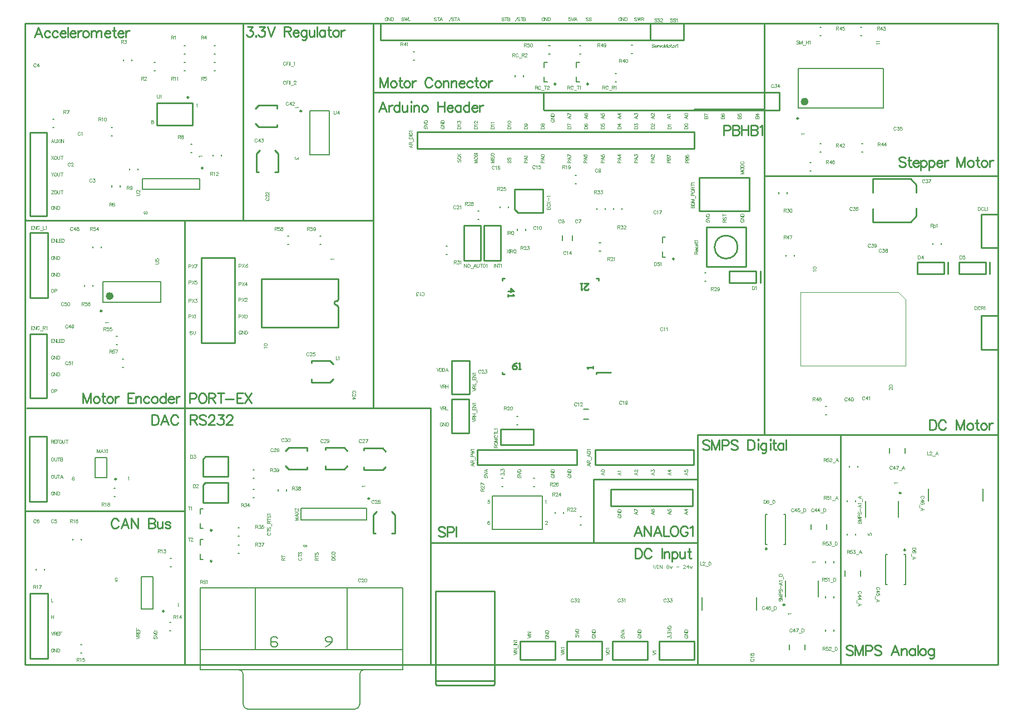
<source format=gto>
G04 Layer_Color=65535*
%FSLAX25Y25*%
%MOIN*%
G70*
G01*
G75*
%ADD51C,0.01000*%
%ADD91C,0.00984*%
%ADD92C,0.02362*%
%ADD93C,0.00787*%
%ADD94C,0.00393*%
%ADD95C,0.00300*%
%ADD96C,0.00591*%
D51*
X193500Y224254D02*
G03*
X193500Y221754I0J-1250D01*
G01*
X105000Y346146D02*
G03*
X105000Y346146I-500J0D01*
G01*
X433890Y256500D02*
G03*
X433890Y256500I-6890J0D01*
G01*
X7000Y98500D02*
X102500D01*
X7000Y273000D02*
X7500Y272500D01*
X95500D01*
X410000Y6500D02*
Y7500D01*
X495500Y6500D02*
Y7500D01*
X590000Y6500D02*
Y8000D01*
X250000Y6500D02*
X590000D01*
X347500Y117500D02*
X410000D01*
X347500Y79500D02*
X410000D01*
X347500D02*
Y117500D01*
X410000Y7500D02*
Y144000D01*
X450000D01*
X493500D02*
X495500D01*
X215500Y160000D02*
Y171500D01*
X245000Y6500D02*
X250000D01*
X7000Y153000D02*
Y155000D01*
X137500Y272500D02*
Y280000D01*
X94500Y272500D02*
X102500D01*
X210000Y390500D02*
X215500D01*
X590000Y299000D02*
Y304000D01*
X450000Y299000D02*
Y311500D01*
X292991Y236558D02*
Y237808D01*
X294241D01*
X349241D02*
X350491D01*
Y236558D02*
Y237808D01*
X292991Y180308D02*
Y181558D01*
Y180308D02*
X294241D01*
X349241D02*
Y181558D01*
X357991D01*
X102500Y142000D02*
Y160500D01*
X215500Y272500D02*
Y293500D01*
X250000Y12500D02*
Y160000D01*
Y6500D02*
Y12500D01*
X495500Y7500D02*
Y144000D01*
X584500Y299000D02*
X590000D01*
X582500D02*
X584500D01*
X7000Y6500D02*
X103000D01*
X450000Y144000D02*
Y311500D01*
X590000Y7500D02*
Y306500D01*
X450000Y144000D02*
X590000D01*
X102500Y6500D02*
X250500D01*
X215500Y160000D02*
X250000D01*
X215500D02*
Y285000D01*
X103500Y160000D02*
X215500D01*
X450000Y311500D02*
Y351500D01*
Y299000D02*
X582500D01*
X590000Y306500D02*
Y390500D01*
X442000D02*
X590000D01*
X215500Y349000D02*
X290000D01*
X450000D01*
Y390500D01*
X215500D02*
X450000D01*
X129000D02*
X210000D01*
X137500Y272500D02*
X215500D01*
Y293500D02*
Y390500D01*
X102500Y272500D02*
X137500D01*
Y390500D01*
X7000D02*
X137500D01*
X7000Y275000D02*
Y390500D01*
Y6500D02*
Y153500D01*
X102500Y6500D02*
Y142000D01*
X7000Y154000D02*
Y275000D01*
X8000Y160000D02*
X103500D01*
X102500Y160500D02*
Y272500D01*
X194500Y225254D02*
Y237571D01*
Y208437D02*
Y220754D01*
X148500Y208437D02*
X194500D01*
X148500D02*
Y237571D01*
X194500D01*
X193500Y221754D02*
X194500Y220754D01*
X193500Y224254D02*
X194500Y225254D01*
X250000Y79500D02*
X347500D01*
X250000Y73000D02*
Y79500D01*
X408000Y339000D02*
X449500D01*
X450000Y338500D01*
X318000D02*
X450000D01*
X317500Y339000D02*
X318000Y338500D01*
X317500Y339000D02*
Y349000D01*
X20000Y275000D02*
Y325000D01*
X10000Y275000D02*
X20000D01*
X10000D02*
Y325000D01*
X85870Y342839D02*
X107130D01*
X85870Y329453D02*
Y342839D01*
X107130Y329453D02*
Y342839D01*
X85870Y329453D02*
X107130D01*
X415189Y268311D02*
X438811D01*
Y244689D02*
Y268311D01*
X415189Y244689D02*
X438811D01*
X415189D02*
Y268311D01*
X566500Y247500D02*
X582500D01*
Y240500D02*
Y247500D01*
X566500Y240500D02*
X582500D01*
X566500D02*
Y247500D01*
X585000Y240500D02*
Y247500D01*
X429000Y242000D02*
X445000D01*
Y235000D02*
Y242000D01*
X429000Y235000D02*
X445000D01*
X429000D02*
Y242000D01*
X447500Y235000D02*
Y242000D01*
X145504Y301504D02*
Y312600D01*
X158496Y301504D02*
Y312600D01*
X156600Y301504D02*
X158496D01*
X145504D02*
X146800D01*
X156600Y314496D02*
X158496Y312600D01*
X145504D02*
X147400Y314496D01*
X146900Y328504D02*
X157996D01*
X146900Y341496D02*
X157996D01*
Y339600D02*
Y341496D01*
Y328504D02*
Y329800D01*
X145004Y339600D02*
X146900Y341496D01*
X145004Y330400D02*
X146900Y328504D01*
X540992Y274992D02*
Y279835D01*
Y289235D02*
Y293908D01*
X515008Y289165D02*
Y297492D01*
X537408D01*
X515008Y271508D02*
X537508D01*
X515008D02*
Y279500D01*
X537508Y271508D02*
X540992Y274992D01*
X537408Y297492D02*
X540992Y293908D01*
X164900Y123504D02*
X175996D01*
X164900Y136496D02*
X175996D01*
Y134600D02*
Y136496D01*
Y123504D02*
Y124800D01*
X163004Y134600D02*
X164900Y136496D01*
X163004Y125400D02*
X164900Y123504D01*
X187004Y136496D02*
X198100D01*
X187004Y123504D02*
X198100D01*
X187004D02*
Y125400D01*
Y135200D02*
Y136496D01*
X198100Y123504D02*
X199996Y125400D01*
X198100Y136496D02*
X199996Y134600D01*
X215504Y85004D02*
Y96100D01*
X228496Y85004D02*
Y96100D01*
X226600Y85004D02*
X228496D01*
X215504D02*
X216800D01*
X226600Y97996D02*
X228496Y96100D01*
X215504D02*
X217400Y97996D01*
X210004Y135996D02*
X221100D01*
X210004Y123004D02*
X221100D01*
X210004D02*
Y124900D01*
Y134700D02*
Y135996D01*
X221100Y123004D02*
X222996Y124900D01*
X221100Y135996D02*
X222996Y134100D01*
X178504Y188496D02*
X189600D01*
X178504Y175504D02*
X189600D01*
X178504D02*
Y177400D01*
Y187200D02*
Y188496D01*
X189600Y175504D02*
X191496Y177400D01*
X189600Y188496D02*
X191496Y186600D01*
X300361Y279238D02*
X302361Y277238D01*
X300361Y279238D02*
Y291238D01*
X302361Y277238D02*
X317361D01*
Y291238D01*
X300361D02*
X317361D01*
X541500Y247500D02*
X557500D01*
Y240500D02*
Y247500D01*
X541500Y240500D02*
X557500D01*
X541500D02*
Y247500D01*
X560000Y240500D02*
Y247500D01*
X128500Y103500D02*
Y105500D01*
X113500Y103500D02*
X128500D01*
X113500D02*
Y114000D01*
X128500Y105500D02*
Y115500D01*
X113500Y114000D02*
X115000Y115500D01*
X128500D01*
Y119000D02*
Y121000D01*
X113500Y119000D02*
X128500D01*
X113500D02*
Y129500D01*
X128500Y121000D02*
Y131000D01*
X113500Y129500D02*
X115000Y131000D01*
X128500D01*
X242000Y325500D02*
X408000D01*
Y315500D02*
Y325500D01*
X242000Y315500D02*
X408000D01*
X242000D02*
Y325500D01*
X580000Y215500D02*
X590000D01*
X580000D02*
X590000D01*
X580000Y195000D02*
Y215500D01*
Y195000D02*
X590000D01*
X580000Y256000D02*
X590000D01*
X580000D02*
Y276000D01*
X590000D01*
X401500Y380500D02*
Y390500D01*
X381500Y380500D02*
X401500D01*
X381500D02*
Y390500D01*
X220000Y380500D02*
X381500D01*
X220000D02*
Y390500D01*
X411000Y278000D02*
Y298000D01*
Y278000D02*
X441000D01*
Y298000D01*
X411000D02*
X441000D01*
X292500Y147500D02*
X311500D01*
Y138000D02*
Y147500D01*
X292000Y138000D02*
X311500D01*
X292000D02*
Y147500D01*
X293000D01*
X273000Y145000D02*
Y165500D01*
X262500Y145000D02*
X273000D01*
X262500D02*
Y165500D01*
X272500D01*
X273000D01*
X273312Y168500D02*
Y188500D01*
X262500Y168500D02*
X273312D01*
X262500D02*
Y188500D01*
X273312D01*
X270000Y248500D02*
X280000D01*
X270000D02*
Y269500D01*
X280000D01*
Y248500D02*
Y269500D01*
X282000Y248500D02*
Y269500D01*
Y248500D02*
X292000D01*
Y269500D01*
X282000D02*
X292000D01*
X112500Y250000D02*
X132500D01*
Y199000D02*
Y250000D01*
X112500Y199000D02*
X132500D01*
X112500D02*
Y250000D01*
X10000Y265000D02*
X20500D01*
Y226000D02*
Y265000D01*
X10000Y226000D02*
X20500D01*
X10000D02*
Y265000D01*
Y204500D02*
X20000D01*
Y166000D02*
Y204500D01*
X10000Y166000D02*
X20000D01*
X10000D02*
Y204500D01*
X10500Y143000D02*
X20000D01*
Y104000D02*
Y143000D01*
X9500Y104000D02*
X20000D01*
X9500D02*
Y143000D01*
X11000D01*
X10000Y49000D02*
X20500D01*
Y10000D02*
Y49000D01*
X10000Y10000D02*
X20500D01*
X10000D02*
Y49000D01*
Y325000D02*
X20000D01*
X349000Y135000D02*
X407500D01*
Y126000D02*
Y135000D01*
X348500Y126000D02*
X407500D01*
X348500D02*
Y135000D01*
X350000D01*
X288000D02*
X336500D01*
X278000D02*
X288000D01*
X279500Y126000D02*
X337500D01*
Y135000D01*
X278000Y126000D02*
Y135000D01*
Y126000D02*
X279500D01*
X336000Y135000D02*
X337500D01*
X358500Y111500D02*
X407000D01*
Y101500D02*
Y111500D01*
X358000Y101500D02*
X407000D01*
X358000D02*
Y111500D01*
X359000D01*
X387000Y20500D02*
X408000D01*
Y11000D02*
Y20500D01*
Y9500D02*
Y11000D01*
X387000Y9500D02*
X408000D01*
X387000D02*
Y20500D01*
X359000Y9500D02*
X380000D01*
X359000D02*
Y20500D01*
X379500D01*
X352500Y12500D02*
Y17500D01*
X331500Y9500D02*
X352500D01*
X331500D02*
Y20500D01*
X352500D01*
X303500D02*
X324000D01*
X303500Y10000D02*
Y20500D01*
Y9500D02*
Y10000D01*
Y9500D02*
X324500D01*
Y20500D01*
X324000D02*
X324500D01*
X352500Y9500D02*
Y12500D01*
Y17500D02*
Y20500D01*
X380000Y9500D02*
Y20500D01*
X450000Y349000D02*
X459000D01*
Y338500D02*
Y349000D01*
X446500Y338500D02*
X459000D01*
X288216Y-5283D02*
Y-3185D01*
X287500Y-6000D02*
X288216Y-5283D01*
X253500Y-6000D02*
X287500D01*
X252783Y-5283D02*
X253500Y-6000D01*
X252783Y-5283D02*
Y-3185D01*
X288216D02*
Y1500D01*
X252783Y-3185D02*
Y1500D01*
Y50283D02*
X287933D01*
X288216Y1500D02*
Y50283D01*
X252783Y1500D02*
Y50283D01*
Y-3185D02*
X288216D01*
X376569Y83500D02*
X374284Y89499D01*
X371999Y83500D01*
X372856Y85500D02*
X375712D01*
X377969Y89499D02*
Y83500D01*
Y89499D02*
X381968Y83500D01*
Y89499D02*
Y83500D01*
X388195D02*
X385910Y89499D01*
X383625Y83500D01*
X384482Y85500D02*
X387338D01*
X389595Y89499D02*
Y83500D01*
X393023D01*
X395394Y89499D02*
X394823Y89213D01*
X394251Y88642D01*
X393966Y88070D01*
X393680Y87213D01*
Y85785D01*
X393966Y84928D01*
X394251Y84357D01*
X394823Y83786D01*
X395394Y83500D01*
X396536D01*
X397108Y83786D01*
X397679Y84357D01*
X397965Y84928D01*
X398250Y85785D01*
Y87213D01*
X397965Y88070D01*
X397679Y88642D01*
X397108Y89213D01*
X396536Y89499D01*
X395394D01*
X403935Y88070D02*
X403649Y88642D01*
X403078Y89213D01*
X402507Y89499D01*
X401364D01*
X400793Y89213D01*
X400221Y88642D01*
X399936Y88070D01*
X399650Y87213D01*
Y85785D01*
X399936Y84928D01*
X400221Y84357D01*
X400793Y83786D01*
X401364Y83500D01*
X402507D01*
X403078Y83786D01*
X403649Y84357D01*
X403935Y84928D01*
Y85785D01*
X402507D02*
X403935D01*
X405306Y88356D02*
X405877Y88642D01*
X406734Y89499D01*
Y83500D01*
X425500Y326357D02*
X428071D01*
X428928Y326642D01*
X429213Y326928D01*
X429499Y327499D01*
Y328356D01*
X429213Y328927D01*
X428928Y329213D01*
X428071Y329499D01*
X425500D01*
Y323500D01*
X430842Y329499D02*
Y323500D01*
Y329499D02*
X433413D01*
X434270Y329213D01*
X434555Y328927D01*
X434841Y328356D01*
Y327785D01*
X434555Y327214D01*
X434270Y326928D01*
X433413Y326642D01*
X430842D02*
X433413D01*
X434270Y326357D01*
X434555Y326071D01*
X434841Y325500D01*
Y324643D01*
X434555Y324071D01*
X434270Y323786D01*
X433413Y323500D01*
X430842D01*
X436183Y329499D02*
Y323500D01*
X440183Y329499D02*
Y323500D01*
X436183Y326642D02*
X440183D01*
X441839Y329499D02*
Y323500D01*
Y329499D02*
X444410D01*
X445267Y329213D01*
X445553Y328927D01*
X445838Y328356D01*
Y327785D01*
X445553Y327214D01*
X445267Y326928D01*
X444410Y326642D01*
X441839D02*
X444410D01*
X445267Y326357D01*
X445553Y326071D01*
X445838Y325500D01*
Y324643D01*
X445553Y324071D01*
X445267Y323786D01*
X444410Y323500D01*
X441839D01*
X447181Y328356D02*
X447752Y328642D01*
X448609Y329499D01*
Y323500D01*
X372500Y75999D02*
Y70000D01*
Y75999D02*
X374500D01*
X375357Y75713D01*
X375928Y75142D01*
X376214Y74571D01*
X376499Y73713D01*
Y72285D01*
X376214Y71428D01*
X375928Y70857D01*
X375357Y70286D01*
X374500Y70000D01*
X372500D01*
X382126Y74571D02*
X381841Y75142D01*
X381270Y75713D01*
X380698Y75999D01*
X379556D01*
X378984Y75713D01*
X378413Y75142D01*
X378127Y74571D01*
X377842Y73713D01*
Y72285D01*
X378127Y71428D01*
X378413Y70857D01*
X378984Y70286D01*
X379556Y70000D01*
X380698D01*
X381270Y70286D01*
X381841Y70857D01*
X382126Y71428D01*
X388525Y75999D02*
Y70000D01*
X389782Y73999D02*
Y70000D01*
Y72856D02*
X390639Y73713D01*
X391210Y73999D01*
X392067D01*
X392638Y73713D01*
X392924Y72856D01*
Y70000D01*
X394495Y73999D02*
Y68000D01*
Y73142D02*
X395067Y73713D01*
X395638Y73999D01*
X396495D01*
X397066Y73713D01*
X397638Y73142D01*
X397923Y72285D01*
Y71714D01*
X397638Y70857D01*
X397066Y70286D01*
X396495Y70000D01*
X395638D01*
X395067Y70286D01*
X394495Y70857D01*
X399209Y73999D02*
Y71143D01*
X399494Y70286D01*
X400066Y70000D01*
X400922D01*
X401494Y70286D01*
X402351Y71143D01*
Y73999D02*
Y70000D01*
X404779Y75999D02*
Y71143D01*
X405064Y70286D01*
X405636Y70000D01*
X406207D01*
X403922Y73999D02*
X405921D01*
X258499Y88142D02*
X257928Y88713D01*
X257071Y88999D01*
X255928D01*
X255071Y88713D01*
X254500Y88142D01*
Y87571D01*
X254786Y86999D01*
X255071Y86713D01*
X255643Y86428D01*
X257357Y85856D01*
X257928Y85571D01*
X258213Y85285D01*
X258499Y84714D01*
Y83857D01*
X257928Y83286D01*
X257071Y83000D01*
X255928D01*
X255071Y83286D01*
X254500Y83857D01*
X259842Y85856D02*
X262413D01*
X263269Y86142D01*
X263555Y86428D01*
X263841Y86999D01*
Y87856D01*
X263555Y88427D01*
X263269Y88713D01*
X262413Y88999D01*
X259842D01*
Y83000D01*
X265183Y88999D02*
Y83000D01*
X105500Y165857D02*
X108071D01*
X108928Y166142D01*
X109213Y166428D01*
X109499Y166999D01*
Y167856D01*
X109213Y168427D01*
X108928Y168713D01*
X108071Y168999D01*
X105500D01*
Y163000D01*
X112556Y168999D02*
X111984Y168713D01*
X111413Y168142D01*
X111127Y167570D01*
X110842Y166714D01*
Y165285D01*
X111127Y164428D01*
X111413Y163857D01*
X111984Y163286D01*
X112556Y163000D01*
X113698D01*
X114270Y163286D01*
X114841Y163857D01*
X115127Y164428D01*
X115412Y165285D01*
Y166714D01*
X115127Y167570D01*
X114841Y168142D01*
X114270Y168713D01*
X113698Y168999D01*
X112556D01*
X116812D02*
Y163000D01*
Y168999D02*
X119383D01*
X120240Y168713D01*
X120525Y168427D01*
X120811Y167856D01*
Y167285D01*
X120525Y166714D01*
X120240Y166428D01*
X119383Y166142D01*
X116812D01*
X118811D02*
X120811Y163000D01*
X124153Y168999D02*
Y163000D01*
X122154Y168999D02*
X126153D01*
X126867Y165571D02*
X132009D01*
X137493Y168999D02*
X133780D01*
Y163000D01*
X137493D01*
X133780Y166142D02*
X136065D01*
X138493Y168999D02*
X142492Y163000D01*
Y168999D02*
X138493Y163000D01*
X83000Y155999D02*
Y150000D01*
Y155999D02*
X85000D01*
X85856Y155713D01*
X86428Y155142D01*
X86713Y154570D01*
X86999Y153714D01*
Y152285D01*
X86713Y151428D01*
X86428Y150857D01*
X85856Y150286D01*
X85000Y150000D01*
X83000D01*
X92912D02*
X90627Y155999D01*
X88342Y150000D01*
X89199Y152000D02*
X92055D01*
X98597Y154570D02*
X98311Y155142D01*
X97740Y155713D01*
X97168Y155999D01*
X96026D01*
X95455Y155713D01*
X94883Y155142D01*
X94598Y154570D01*
X94312Y153714D01*
Y152285D01*
X94598Y151428D01*
X94883Y150857D01*
X95455Y150286D01*
X96026Y150000D01*
X97168D01*
X97740Y150286D01*
X98311Y150857D01*
X98597Y151428D01*
X301460Y187243D02*
X300211Y186618D01*
X298961Y185369D01*
Y184119D01*
X299586Y183494D01*
X300835D01*
X301460Y184119D01*
Y184744D01*
X300835Y185369D01*
X298961D01*
X302710Y183494D02*
X303959D01*
X303335D01*
Y187243D01*
X302710Y186618D01*
X296178Y229963D02*
X299926D01*
X298052Y231838D01*
Y229338D01*
X296178Y228089D02*
Y226839D01*
Y227464D01*
X299926D01*
X299302Y228089D01*
X342020Y234621D02*
X344519D01*
X342020Y232122D01*
Y231497D01*
X342645Y230872D01*
X343895D01*
X344519Y231497D01*
X340771Y234621D02*
X339521D01*
X340146D01*
Y230872D01*
X340771Y231497D01*
X347303Y183919D02*
Y185169D01*
Y184544D01*
X343554D01*
X344179Y183919D01*
X223570Y337500D02*
X221285Y343499D01*
X219000Y337500D01*
X219857Y339500D02*
X222713D01*
X224970Y341499D02*
Y337500D01*
Y339785D02*
X225256Y340642D01*
X225827Y341213D01*
X226398Y341499D01*
X227255D01*
X231226Y343499D02*
Y337500D01*
Y340642D02*
X230655Y341213D01*
X230083Y341499D01*
X229226D01*
X228655Y341213D01*
X228084Y340642D01*
X227798Y339785D01*
Y339214D01*
X228084Y338357D01*
X228655Y337786D01*
X229226Y337500D01*
X230083D01*
X230655Y337786D01*
X231226Y338357D01*
X232826Y341499D02*
Y338643D01*
X233111Y337786D01*
X233683Y337500D01*
X234540D01*
X235111Y337786D01*
X235968Y338643D01*
Y341499D02*
Y337500D01*
X238110Y343499D02*
X238396Y343213D01*
X238682Y343499D01*
X238396Y343784D01*
X238110Y343499D01*
X238396Y341499D02*
Y337500D01*
X239738Y341499D02*
Y337500D01*
Y340356D02*
X240595Y341213D01*
X241167Y341499D01*
X242024D01*
X242595Y341213D01*
X242881Y340356D01*
Y337500D01*
X245880Y341499D02*
X245309Y341213D01*
X244737Y340642D01*
X244452Y339785D01*
Y339214D01*
X244737Y338357D01*
X245309Y337786D01*
X245880Y337500D01*
X246737D01*
X247308Y337786D01*
X247880Y338357D01*
X248165Y339214D01*
Y339785D01*
X247880Y340642D01*
X247308Y341213D01*
X246737Y341499D01*
X245880D01*
X254192Y343499D02*
Y337500D01*
X258192Y343499D02*
Y337500D01*
X254192Y340642D02*
X258192D01*
X259848Y339785D02*
X263276D01*
Y340356D01*
X262991Y340928D01*
X262705Y341213D01*
X262134Y341499D01*
X261277D01*
X260705Y341213D01*
X260134Y340642D01*
X259848Y339785D01*
Y339214D01*
X260134Y338357D01*
X260705Y337786D01*
X261277Y337500D01*
X262134D01*
X262705Y337786D01*
X263276Y338357D01*
X267989Y341499D02*
Y337500D01*
Y340642D02*
X267418Y341213D01*
X266847Y341499D01*
X265990D01*
X265419Y341213D01*
X264847Y340642D01*
X264562Y339785D01*
Y339214D01*
X264847Y338357D01*
X265419Y337786D01*
X265990Y337500D01*
X266847D01*
X267418Y337786D01*
X267989Y338357D01*
X273017Y343499D02*
Y337500D01*
Y340642D02*
X272446Y341213D01*
X271874Y341499D01*
X271017D01*
X270446Y341213D01*
X269875Y340642D01*
X269589Y339785D01*
Y339214D01*
X269875Y338357D01*
X270446Y337786D01*
X271017Y337500D01*
X271874D01*
X272446Y337786D01*
X273017Y338357D01*
X274617Y339785D02*
X278045D01*
Y340356D01*
X277759Y340928D01*
X277473Y341213D01*
X276902Y341499D01*
X276045D01*
X275474Y341213D01*
X274902Y340642D01*
X274617Y339785D01*
Y339214D01*
X274902Y338357D01*
X275474Y337786D01*
X276045Y337500D01*
X276902D01*
X277473Y337786D01*
X278045Y338357D01*
X279330Y341499D02*
Y337500D01*
Y339785D02*
X279616Y340642D01*
X280187Y341213D01*
X280758Y341499D01*
X281615D01*
X549000Y152999D02*
Y147000D01*
Y152999D02*
X551000D01*
X551857Y152713D01*
X552428Y152142D01*
X552713Y151570D01*
X552999Y150714D01*
Y149285D01*
X552713Y148428D01*
X552428Y147857D01*
X551857Y147286D01*
X551000Y147000D01*
X549000D01*
X558627Y151570D02*
X558341Y152142D01*
X557769Y152713D01*
X557198Y152999D01*
X556056D01*
X555484Y152713D01*
X554913Y152142D01*
X554627Y151570D01*
X554342Y150714D01*
Y149285D01*
X554627Y148428D01*
X554913Y147857D01*
X555484Y147286D01*
X556056Y147000D01*
X557198D01*
X557769Y147286D01*
X558341Y147857D01*
X558627Y148428D01*
X565025Y152999D02*
Y147000D01*
Y152999D02*
X567310Y147000D01*
X569596Y152999D02*
X567310Y147000D01*
X569596Y152999D02*
Y147000D01*
X572738Y150999D02*
X572166Y150714D01*
X571595Y150142D01*
X571310Y149285D01*
Y148714D01*
X571595Y147857D01*
X572166Y147286D01*
X572738Y147000D01*
X573595D01*
X574166Y147286D01*
X574737Y147857D01*
X575023Y148714D01*
Y149285D01*
X574737Y150142D01*
X574166Y150714D01*
X573595Y150999D01*
X572738D01*
X577194Y152999D02*
Y148143D01*
X577480Y147286D01*
X578051Y147000D01*
X578622D01*
X576337Y150999D02*
X578337D01*
X580907D02*
X580336Y150714D01*
X579765Y150142D01*
X579479Y149285D01*
Y148714D01*
X579765Y147857D01*
X580336Y147286D01*
X580907Y147000D01*
X581764D01*
X582336Y147286D01*
X582907Y147857D01*
X583193Y148714D01*
Y149285D01*
X582907Y150142D01*
X582336Y150714D01*
X581764Y150999D01*
X580907D01*
X584507D02*
Y147000D01*
Y149285D02*
X584792Y150142D01*
X585364Y150714D01*
X585935Y150999D01*
X586792D01*
X416999Y140142D02*
X416428Y140713D01*
X415571Y140999D01*
X414428D01*
X413571Y140713D01*
X413000Y140142D01*
Y139570D01*
X413286Y138999D01*
X413571Y138714D01*
X414143Y138428D01*
X415857Y137856D01*
X416428Y137571D01*
X416713Y137285D01*
X416999Y136714D01*
Y135857D01*
X416428Y135286D01*
X415571Y135000D01*
X414428D01*
X413571Y135286D01*
X413000Y135857D01*
X418342Y140999D02*
Y135000D01*
Y140999D02*
X420627Y135000D01*
X422912Y140999D02*
X420627Y135000D01*
X422912Y140999D02*
Y135000D01*
X424626Y137856D02*
X427197D01*
X428054Y138142D01*
X428340Y138428D01*
X428625Y138999D01*
Y139856D01*
X428340Y140427D01*
X428054Y140713D01*
X427197Y140999D01*
X424626D01*
Y135000D01*
X433967Y140142D02*
X433396Y140713D01*
X432539Y140999D01*
X431396D01*
X430539Y140713D01*
X429968Y140142D01*
Y139570D01*
X430253Y138999D01*
X430539Y138714D01*
X431110Y138428D01*
X432824Y137856D01*
X433396Y137571D01*
X433681Y137285D01*
X433967Y136714D01*
Y135857D01*
X433396Y135286D01*
X432539Y135000D01*
X431396D01*
X430539Y135286D01*
X429968Y135857D01*
X440023Y140999D02*
Y135000D01*
Y140999D02*
X442022D01*
X442879Y140713D01*
X443451Y140142D01*
X443736Y139570D01*
X444022Y138714D01*
Y137285D01*
X443736Y136428D01*
X443451Y135857D01*
X442879Y135286D01*
X442022Y135000D01*
X440023D01*
X445936Y140999D02*
X446221Y140713D01*
X446507Y140999D01*
X446221Y141284D01*
X445936Y140999D01*
X446221Y138999D02*
Y135000D01*
X450992Y138999D02*
Y134429D01*
X450706Y133572D01*
X450421Y133286D01*
X449849Y133000D01*
X448992D01*
X448421Y133286D01*
X450992Y138142D02*
X450421Y138714D01*
X449849Y138999D01*
X448992D01*
X448421Y138714D01*
X447850Y138142D01*
X447564Y137285D01*
Y136714D01*
X447850Y135857D01*
X448421Y135286D01*
X448992Y135000D01*
X449849D01*
X450421Y135286D01*
X450992Y135857D01*
X453163Y140999D02*
X453448Y140713D01*
X453734Y140999D01*
X453448Y141284D01*
X453163Y140999D01*
X453448Y138999D02*
Y135000D01*
X455648Y140999D02*
Y136143D01*
X455934Y135286D01*
X456505Y135000D01*
X457076D01*
X454791Y138999D02*
X456791D01*
X461361D02*
Y135000D01*
Y138142D02*
X460790Y138714D01*
X460218Y138999D01*
X459362D01*
X458790Y138714D01*
X458219Y138142D01*
X457933Y137285D01*
Y136714D01*
X458219Y135857D01*
X458790Y135286D01*
X459362Y135000D01*
X460218D01*
X460790Y135286D01*
X461361Y135857D01*
X462961Y140999D02*
Y135000D01*
X502999Y17142D02*
X502428Y17713D01*
X501571Y17999D01*
X500428D01*
X499571Y17713D01*
X499000Y17142D01*
Y16570D01*
X499286Y15999D01*
X499571Y15713D01*
X500143Y15428D01*
X501857Y14856D01*
X502428Y14571D01*
X502713Y14285D01*
X502999Y13714D01*
Y12857D01*
X502428Y12286D01*
X501571Y12000D01*
X500428D01*
X499571Y12286D01*
X499000Y12857D01*
X504342Y17999D02*
Y12000D01*
Y17999D02*
X506627Y12000D01*
X508912Y17999D02*
X506627Y12000D01*
X508912Y17999D02*
Y12000D01*
X510626Y14856D02*
X513197D01*
X514054Y15142D01*
X514340Y15428D01*
X514625Y15999D01*
Y16856D01*
X514340Y17427D01*
X514054Y17713D01*
X513197Y17999D01*
X510626D01*
Y12000D01*
X519967Y17142D02*
X519396Y17713D01*
X518539Y17999D01*
X517396D01*
X516539Y17713D01*
X515968Y17142D01*
Y16570D01*
X516253Y15999D01*
X516539Y15713D01*
X517110Y15428D01*
X518824Y14856D01*
X519396Y14571D01*
X519681Y14285D01*
X519967Y13714D01*
Y12857D01*
X519396Y12286D01*
X518539Y12000D01*
X517396D01*
X516539Y12286D01*
X515968Y12857D01*
X530593Y12000D02*
X528308Y17999D01*
X526023Y12000D01*
X526880Y14000D02*
X529736D01*
X531993Y15999D02*
Y12000D01*
Y14856D02*
X532850Y15713D01*
X533421Y15999D01*
X534278D01*
X534850Y15713D01*
X535135Y14856D01*
Y12000D01*
X540134Y15999D02*
Y12000D01*
Y15142D02*
X539563Y15713D01*
X538991Y15999D01*
X538134D01*
X537563Y15713D01*
X536992Y15142D01*
X536706Y14285D01*
Y13714D01*
X536992Y12857D01*
X537563Y12286D01*
X538134Y12000D01*
X538991D01*
X539563Y12286D01*
X540134Y12857D01*
X541734Y17999D02*
Y12000D01*
X544419Y15999D02*
X543848Y15713D01*
X543276Y15142D01*
X542991Y14285D01*
Y13714D01*
X543276Y12857D01*
X543848Y12286D01*
X544419Y12000D01*
X545276D01*
X545847Y12286D01*
X546418Y12857D01*
X546704Y13714D01*
Y14285D01*
X546418Y15142D01*
X545847Y15713D01*
X545276Y15999D01*
X544419D01*
X551446D02*
Y11429D01*
X551160Y10572D01*
X550875Y10286D01*
X550303Y10000D01*
X549446D01*
X548875Y10286D01*
X551446Y15142D02*
X550875Y15713D01*
X550303Y15999D01*
X549446D01*
X548875Y15713D01*
X548304Y15142D01*
X548018Y14285D01*
Y13714D01*
X548304Y12857D01*
X548875Y12286D01*
X549446Y12000D01*
X550303D01*
X550875Y12286D01*
X551446Y12857D01*
X106000Y155999D02*
Y150000D01*
Y155999D02*
X108571D01*
X109428Y155713D01*
X109713Y155427D01*
X109999Y154856D01*
Y154285D01*
X109713Y153714D01*
X109428Y153428D01*
X108571Y153142D01*
X106000D01*
X108000D02*
X109999Y150000D01*
X115341Y155142D02*
X114770Y155713D01*
X113913Y155999D01*
X112770D01*
X111913Y155713D01*
X111342Y155142D01*
Y154570D01*
X111627Y153999D01*
X111913Y153714D01*
X112484Y153428D01*
X114198Y152857D01*
X114770Y152571D01*
X115055Y152285D01*
X115341Y151714D01*
Y150857D01*
X114770Y150286D01*
X113913Y150000D01*
X112770D01*
X111913Y150286D01*
X111342Y150857D01*
X116969Y154570D02*
Y154856D01*
X117255Y155427D01*
X117540Y155713D01*
X118112Y155999D01*
X119254D01*
X119826Y155713D01*
X120111Y155427D01*
X120397Y154856D01*
Y154285D01*
X120111Y153714D01*
X119540Y152857D01*
X116683Y150000D01*
X120683D01*
X122596Y155999D02*
X125739D01*
X124025Y153714D01*
X124882D01*
X125453Y153428D01*
X125739Y153142D01*
X126024Y152285D01*
Y151714D01*
X125739Y150857D01*
X125167Y150286D01*
X124310Y150000D01*
X123453D01*
X122596Y150286D01*
X122311Y150571D01*
X122025Y151143D01*
X127653Y154570D02*
Y154856D01*
X127938Y155427D01*
X128224Y155713D01*
X128795Y155999D01*
X129938D01*
X130509Y155713D01*
X130795Y155427D01*
X131080Y154856D01*
Y154285D01*
X130795Y153714D01*
X130223Y152857D01*
X127367Y150000D01*
X131366D01*
X534499Y309642D02*
X533928Y310213D01*
X533071Y310499D01*
X531928D01*
X531071Y310213D01*
X530500Y309642D01*
Y309070D01*
X530786Y308499D01*
X531071Y308213D01*
X531643Y307928D01*
X533357Y307357D01*
X533928Y307071D01*
X534213Y306785D01*
X534499Y306214D01*
Y305357D01*
X533928Y304786D01*
X533071Y304500D01*
X531928D01*
X531071Y304786D01*
X530500Y305357D01*
X536699Y310499D02*
Y305643D01*
X536984Y304786D01*
X537556Y304500D01*
X538127D01*
X535842Y308499D02*
X537841D01*
X538984Y306785D02*
X542412D01*
Y307357D01*
X542126Y307928D01*
X541840Y308213D01*
X541269Y308499D01*
X540412D01*
X539841Y308213D01*
X539269Y307642D01*
X538984Y306785D01*
Y306214D01*
X539269Y305357D01*
X539841Y304786D01*
X540412Y304500D01*
X541269D01*
X541840Y304786D01*
X542412Y305357D01*
X543697Y308499D02*
Y302500D01*
Y307642D02*
X544269Y308213D01*
X544840Y308499D01*
X545697D01*
X546268Y308213D01*
X546839Y307642D01*
X547125Y306785D01*
Y306214D01*
X546839Y305357D01*
X546268Y304786D01*
X545697Y304500D01*
X544840D01*
X544269Y304786D01*
X543697Y305357D01*
X548411Y308499D02*
Y302500D01*
Y307642D02*
X548982Y308213D01*
X549553Y308499D01*
X550410D01*
X550981Y308213D01*
X551553Y307642D01*
X551838Y306785D01*
Y306214D01*
X551553Y305357D01*
X550981Y304786D01*
X550410Y304500D01*
X549553D01*
X548982Y304786D01*
X548411Y305357D01*
X553124Y306785D02*
X556552D01*
Y307357D01*
X556266Y307928D01*
X555980Y308213D01*
X555409Y308499D01*
X554552D01*
X553981Y308213D01*
X553409Y307642D01*
X553124Y306785D01*
Y306214D01*
X553409Y305357D01*
X553981Y304786D01*
X554552Y304500D01*
X555409D01*
X555980Y304786D01*
X556552Y305357D01*
X557837Y308499D02*
Y304500D01*
Y306785D02*
X558123Y307642D01*
X558694Y308213D01*
X559265Y308499D01*
X560122D01*
X565378Y310499D02*
Y304500D01*
Y310499D02*
X567663Y304500D01*
X569949Y310499D02*
X567663Y304500D01*
X569949Y310499D02*
Y304500D01*
X573091Y308499D02*
X572520Y308213D01*
X571948Y307642D01*
X571663Y306785D01*
Y306214D01*
X571948Y305357D01*
X572520Y304786D01*
X573091Y304500D01*
X573948D01*
X574519Y304786D01*
X575091Y305357D01*
X575376Y306214D01*
Y306785D01*
X575091Y307642D01*
X574519Y308213D01*
X573948Y308499D01*
X573091D01*
X577547Y310499D02*
Y305643D01*
X577833Y304786D01*
X578404Y304500D01*
X578975D01*
X576690Y308499D02*
X578690D01*
X581261D02*
X580689Y308213D01*
X580118Y307642D01*
X579832Y306785D01*
Y306214D01*
X580118Y305357D01*
X580689Y304786D01*
X581261Y304500D01*
X582118D01*
X582689Y304786D01*
X583260Y305357D01*
X583546Y306214D01*
Y306785D01*
X583260Y307642D01*
X582689Y308213D01*
X582118Y308499D01*
X581261D01*
X584860D02*
Y304500D01*
Y306785D02*
X585145Y307642D01*
X585717Y308213D01*
X586288Y308499D01*
X587145D01*
X219500Y357999D02*
Y352000D01*
Y357999D02*
X221785Y352000D01*
X224070Y357999D02*
X221785Y352000D01*
X224070Y357999D02*
Y352000D01*
X227213Y355999D02*
X226641Y355714D01*
X226070Y355142D01*
X225784Y354285D01*
Y353714D01*
X226070Y352857D01*
X226641Y352286D01*
X227213Y352000D01*
X228070D01*
X228641Y352286D01*
X229212Y352857D01*
X229498Y353714D01*
Y354285D01*
X229212Y355142D01*
X228641Y355714D01*
X228070Y355999D01*
X227213D01*
X231669Y357999D02*
Y353143D01*
X231955Y352286D01*
X232526Y352000D01*
X233097D01*
X230812Y355999D02*
X232811D01*
X235382D02*
X234811Y355714D01*
X234240Y355142D01*
X233954Y354285D01*
Y353714D01*
X234240Y352857D01*
X234811Y352286D01*
X235382Y352000D01*
X236239D01*
X236811Y352286D01*
X237382Y352857D01*
X237667Y353714D01*
Y354285D01*
X237382Y355142D01*
X236811Y355714D01*
X236239Y355999D01*
X235382D01*
X238982D02*
Y352000D01*
Y354285D02*
X239267Y355142D01*
X239839Y355714D01*
X240410Y355999D01*
X241267D01*
X250808Y356570D02*
X250522Y357142D01*
X249951Y357713D01*
X249379Y357999D01*
X248237D01*
X247665Y357713D01*
X247094Y357142D01*
X246808Y356570D01*
X246523Y355714D01*
Y354285D01*
X246808Y353428D01*
X247094Y352857D01*
X247665Y352286D01*
X248237Y352000D01*
X249379D01*
X249951Y352286D01*
X250522Y352857D01*
X250808Y353428D01*
X253921Y355999D02*
X253350Y355714D01*
X252779Y355142D01*
X252493Y354285D01*
Y353714D01*
X252779Y352857D01*
X253350Y352286D01*
X253921Y352000D01*
X254778D01*
X255349Y352286D01*
X255921Y352857D01*
X256206Y353714D01*
Y354285D01*
X255921Y355142D01*
X255349Y355714D01*
X254778Y355999D01*
X253921D01*
X257520D02*
Y352000D01*
Y354856D02*
X258377Y355714D01*
X258949Y355999D01*
X259806D01*
X260377Y355714D01*
X260663Y354856D01*
Y352000D01*
X262234Y355999D02*
Y352000D01*
Y354856D02*
X263091Y355714D01*
X263662Y355999D01*
X264519D01*
X265090Y355714D01*
X265376Y354856D01*
Y352000D01*
X266947Y354285D02*
X270375D01*
Y354856D01*
X270089Y355428D01*
X269804Y355714D01*
X269232Y355999D01*
X268375D01*
X267804Y355714D01*
X267233Y355142D01*
X266947Y354285D01*
Y353714D01*
X267233Y352857D01*
X267804Y352286D01*
X268375Y352000D01*
X269232D01*
X269804Y352286D01*
X270375Y352857D01*
X275088Y355142D02*
X274517Y355714D01*
X273945Y355999D01*
X273089D01*
X272517Y355714D01*
X271946Y355142D01*
X271660Y354285D01*
Y353714D01*
X271946Y352857D01*
X272517Y352286D01*
X273089Y352000D01*
X273945D01*
X274517Y352286D01*
X275088Y352857D01*
X277231Y357999D02*
Y353143D01*
X277516Y352286D01*
X278087Y352000D01*
X278659D01*
X276374Y355999D02*
X278373D01*
X280944D02*
X280373Y355714D01*
X279801Y355142D01*
X279516Y354285D01*
Y353714D01*
X279801Y352857D01*
X280373Y352286D01*
X280944Y352000D01*
X281801D01*
X282372Y352286D01*
X282944Y352857D01*
X283229Y353714D01*
Y354285D01*
X282944Y355142D01*
X282372Y355714D01*
X281801Y355999D01*
X280944D01*
X284543D02*
Y352000D01*
Y354285D02*
X284829Y355142D01*
X285400Y355714D01*
X285971Y355999D01*
X286828D01*
X140071Y388499D02*
X143213D01*
X141500Y386213D01*
X142357D01*
X142928Y385928D01*
X143213Y385642D01*
X143499Y384785D01*
Y384214D01*
X143213Y383357D01*
X142642Y382786D01*
X141785Y382500D01*
X140928D01*
X140071Y382786D01*
X139786Y383071D01*
X139500Y383643D01*
X145127Y383071D02*
X144842Y382786D01*
X145127Y382500D01*
X145413Y382786D01*
X145127Y383071D01*
X147298Y388499D02*
X150441D01*
X148727Y386213D01*
X149583D01*
X150155Y385928D01*
X150441Y385642D01*
X150726Y384785D01*
Y384214D01*
X150441Y383357D01*
X149869Y382786D01*
X149012Y382500D01*
X148155D01*
X147298Y382786D01*
X147013Y383071D01*
X146727Y383643D01*
X152069Y388499D02*
X154354Y382500D01*
X156639Y388499D02*
X154354Y382500D01*
X162124Y388499D02*
Y382500D01*
Y388499D02*
X164695D01*
X165552Y388213D01*
X165837Y387927D01*
X166123Y387356D01*
Y386785D01*
X165837Y386213D01*
X165552Y385928D01*
X164695Y385642D01*
X162124D01*
X164123D02*
X166123Y382500D01*
X167465Y384785D02*
X170893D01*
Y385356D01*
X170608Y385928D01*
X170322Y386213D01*
X169751Y386499D01*
X168894D01*
X168322Y386213D01*
X167751Y385642D01*
X167465Y384785D01*
Y384214D01*
X167751Y383357D01*
X168322Y382786D01*
X168894Y382500D01*
X169751D01*
X170322Y382786D01*
X170893Y383357D01*
X175607Y386499D02*
Y381929D01*
X175321Y381072D01*
X175035Y380786D01*
X174464Y380500D01*
X173607D01*
X173036Y380786D01*
X175607Y385642D02*
X175035Y386213D01*
X174464Y386499D01*
X173607D01*
X173036Y386213D01*
X172464Y385642D01*
X172179Y384785D01*
Y384214D01*
X172464Y383357D01*
X173036Y382786D01*
X173607Y382500D01*
X174464D01*
X175035Y382786D01*
X175607Y383357D01*
X177206Y386499D02*
Y383643D01*
X177492Y382786D01*
X178063Y382500D01*
X178920D01*
X179491Y382786D01*
X180348Y383643D01*
Y386499D02*
Y382500D01*
X181920Y388499D02*
Y382500D01*
X186604Y386499D02*
Y382500D01*
Y385642D02*
X186033Y386213D01*
X185462Y386499D01*
X184605D01*
X184033Y386213D01*
X183462Y385642D01*
X183176Y384785D01*
Y384214D01*
X183462Y383357D01*
X184033Y382786D01*
X184605Y382500D01*
X185462D01*
X186033Y382786D01*
X186604Y383357D01*
X189061Y388499D02*
Y383643D01*
X189347Y382786D01*
X189918Y382500D01*
X190489D01*
X188204Y386499D02*
X190203D01*
X192774D02*
X192203Y386213D01*
X191632Y385642D01*
X191346Y384785D01*
Y384214D01*
X191632Y383357D01*
X192203Y382786D01*
X192774Y382500D01*
X193631D01*
X194202Y382786D01*
X194774Y383357D01*
X195060Y384214D01*
Y384785D01*
X194774Y385642D01*
X194202Y386213D01*
X193631Y386499D01*
X192774D01*
X196373D02*
Y382500D01*
Y384785D02*
X196659Y385642D01*
X197231Y386213D01*
X197802Y386499D01*
X198659D01*
X17070Y382000D02*
X14785Y387999D01*
X12500Y382000D01*
X13357Y384000D02*
X16214D01*
X21898Y385142D02*
X21327Y385714D01*
X20755Y385999D01*
X19898D01*
X19327Y385714D01*
X18756Y385142D01*
X18470Y384285D01*
Y383714D01*
X18756Y382857D01*
X19327Y382286D01*
X19898Y382000D01*
X20755D01*
X21327Y382286D01*
X21898Y382857D01*
X26611Y385142D02*
X26040Y385714D01*
X25469Y385999D01*
X24612D01*
X24040Y385714D01*
X23469Y385142D01*
X23183Y384285D01*
Y383714D01*
X23469Y382857D01*
X24040Y382286D01*
X24612Y382000D01*
X25469D01*
X26040Y382286D01*
X26611Y382857D01*
X27897Y384285D02*
X31324D01*
Y384857D01*
X31039Y385428D01*
X30753Y385714D01*
X30182Y385999D01*
X29325D01*
X28754Y385714D01*
X28182Y385142D01*
X27897Y384285D01*
Y383714D01*
X28182Y382857D01*
X28754Y382286D01*
X29325Y382000D01*
X30182D01*
X30753Y382286D01*
X31324Y382857D01*
X32610Y387999D02*
Y382000D01*
X33867Y384285D02*
X37295D01*
Y384857D01*
X37009Y385428D01*
X36723Y385714D01*
X36152Y385999D01*
X35295D01*
X34724Y385714D01*
X34152Y385142D01*
X33867Y384285D01*
Y383714D01*
X34152Y382857D01*
X34724Y382286D01*
X35295Y382000D01*
X36152D01*
X36723Y382286D01*
X37295Y382857D01*
X38580Y385999D02*
Y382000D01*
Y384285D02*
X38866Y385142D01*
X39437Y385714D01*
X40008Y385999D01*
X40865D01*
X42836D02*
X42265Y385714D01*
X41694Y385142D01*
X41408Y384285D01*
Y383714D01*
X41694Y382857D01*
X42265Y382286D01*
X42836Y382000D01*
X43693D01*
X44265Y382286D01*
X44836Y382857D01*
X45122Y383714D01*
Y384285D01*
X44836Y385142D01*
X44265Y385714D01*
X43693Y385999D01*
X42836D01*
X46436D02*
Y382000D01*
Y384857D02*
X47293Y385714D01*
X47864Y385999D01*
X48721D01*
X49292Y385714D01*
X49578Y384857D01*
Y382000D01*
Y384857D02*
X50435Y385714D01*
X51006Y385999D01*
X51863D01*
X52434Y385714D01*
X52720Y384857D01*
Y382000D01*
X54605Y384285D02*
X58033D01*
Y384857D01*
X57748Y385428D01*
X57462Y385714D01*
X56890Y385999D01*
X56034D01*
X55462Y385714D01*
X54891Y385142D01*
X54605Y384285D01*
Y383714D01*
X54891Y382857D01*
X55462Y382286D01*
X56034Y382000D01*
X56890D01*
X57462Y382286D01*
X58033Y382857D01*
X60176Y387999D02*
Y383143D01*
X60461Y382286D01*
X61032Y382000D01*
X61604D01*
X59319Y385999D02*
X61318D01*
X62461Y384285D02*
X65889D01*
Y384857D01*
X65603Y385428D01*
X65317Y385714D01*
X64746Y385999D01*
X63889D01*
X63318Y385714D01*
X62746Y385142D01*
X62461Y384285D01*
Y383714D01*
X62746Y382857D01*
X63318Y382286D01*
X63889Y382000D01*
X64746D01*
X65317Y382286D01*
X65889Y382857D01*
X67174Y385999D02*
Y382000D01*
Y384285D02*
X67460Y385142D01*
X68031Y385714D01*
X68602Y385999D01*
X69459D01*
X62785Y92571D02*
X62499Y93142D01*
X61928Y93713D01*
X61357Y93999D01*
X60214D01*
X59643Y93713D01*
X59071Y93142D01*
X58786Y92571D01*
X58500Y91714D01*
Y90285D01*
X58786Y89428D01*
X59071Y88857D01*
X59643Y88286D01*
X60214Y88000D01*
X61357D01*
X61928Y88286D01*
X62499Y88857D01*
X62785Y89428D01*
X69041Y88000D02*
X66755Y93999D01*
X64470Y88000D01*
X65327Y90000D02*
X68184D01*
X70440Y93999D02*
Y88000D01*
Y93999D02*
X74439Y88000D01*
Y93999D02*
Y88000D01*
X80809Y93999D02*
Y88000D01*
Y93999D02*
X83380D01*
X84237Y93713D01*
X84523Y93427D01*
X84809Y92856D01*
Y92285D01*
X84523Y91714D01*
X84237Y91428D01*
X83380Y91142D01*
X80809D02*
X83380D01*
X84237Y90856D01*
X84523Y90571D01*
X84809Y90000D01*
Y89143D01*
X84523Y88571D01*
X84237Y88286D01*
X83380Y88000D01*
X80809D01*
X86151Y91999D02*
Y89143D01*
X86437Y88286D01*
X87008Y88000D01*
X87865D01*
X88436Y88286D01*
X89293Y89143D01*
Y91999D02*
Y88000D01*
X94007Y91142D02*
X93721Y91714D01*
X92864Y91999D01*
X92007D01*
X91150Y91714D01*
X90864Y91142D01*
X91150Y90571D01*
X91721Y90285D01*
X93150Y90000D01*
X93721Y89714D01*
X94007Y89143D01*
Y88857D01*
X93721Y88286D01*
X92864Y88000D01*
X92007D01*
X91150Y88286D01*
X90864Y88857D01*
X41500Y168999D02*
Y163000D01*
Y168999D02*
X43785Y163000D01*
X46070Y168999D02*
X43785Y163000D01*
X46070Y168999D02*
Y163000D01*
X49213Y166999D02*
X48641Y166714D01*
X48070Y166142D01*
X47784Y165285D01*
Y164714D01*
X48070Y163857D01*
X48641Y163286D01*
X49213Y163000D01*
X50070D01*
X50641Y163286D01*
X51212Y163857D01*
X51498Y164714D01*
Y165285D01*
X51212Y166142D01*
X50641Y166714D01*
X50070Y166999D01*
X49213D01*
X53669Y168999D02*
Y164143D01*
X53954Y163286D01*
X54526Y163000D01*
X55097D01*
X52812Y166999D02*
X54811D01*
X57382D02*
X56811Y166714D01*
X56240Y166142D01*
X55954Y165285D01*
Y164714D01*
X56240Y163857D01*
X56811Y163286D01*
X57382Y163000D01*
X58239D01*
X58811Y163286D01*
X59382Y163857D01*
X59667Y164714D01*
Y165285D01*
X59382Y166142D01*
X58811Y166714D01*
X58239Y166999D01*
X57382D01*
X60982D02*
Y163000D01*
Y165285D02*
X61267Y166142D01*
X61839Y166714D01*
X62410Y166999D01*
X63267D01*
X72236Y168999D02*
X68523D01*
Y163000D01*
X72236D01*
X68523Y166142D02*
X70808D01*
X73236Y166999D02*
Y163000D01*
Y165857D02*
X74093Y166714D01*
X74664Y166999D01*
X75521D01*
X76093Y166714D01*
X76378Y165857D01*
Y163000D01*
X81377Y166142D02*
X80806Y166714D01*
X80235Y166999D01*
X79378D01*
X78806Y166714D01*
X78235Y166142D01*
X77949Y165285D01*
Y164714D01*
X78235Y163857D01*
X78806Y163286D01*
X79378Y163000D01*
X80235D01*
X80806Y163286D01*
X81377Y163857D01*
X84091Y166999D02*
X83520Y166714D01*
X82948Y166142D01*
X82663Y165285D01*
Y164714D01*
X82948Y163857D01*
X83520Y163286D01*
X84091Y163000D01*
X84948D01*
X85519Y163286D01*
X86090Y163857D01*
X86376Y164714D01*
Y165285D01*
X86090Y166142D01*
X85519Y166714D01*
X84948Y166999D01*
X84091D01*
X91118Y168999D02*
Y163000D01*
Y166142D02*
X90547Y166714D01*
X89975Y166999D01*
X89118D01*
X88547Y166714D01*
X87976Y166142D01*
X87690Y165285D01*
Y164714D01*
X87976Y163857D01*
X88547Y163286D01*
X89118Y163000D01*
X89975D01*
X90547Y163286D01*
X91118Y163857D01*
X92718Y165285D02*
X96145D01*
Y165857D01*
X95860Y166428D01*
X95574Y166714D01*
X95003Y166999D01*
X94146D01*
X93575Y166714D01*
X93003Y166142D01*
X92718Y165285D01*
Y164714D01*
X93003Y163857D01*
X93575Y163286D01*
X94146Y163000D01*
X95003D01*
X95574Y163286D01*
X96145Y163857D01*
X97431Y166999D02*
Y163000D01*
Y165285D02*
X97716Y166142D01*
X98288Y166714D01*
X98859Y166999D01*
X99716D01*
D91*
X90236Y38457D02*
G03*
X90236Y38457I-492J0D01*
G01*
X172646Y337992D02*
G03*
X172646Y337992I-492J0D01*
G01*
X113535Y303791D02*
G03*
X113535Y303791I-492J0D01*
G01*
X118929Y68413D02*
G03*
X118929Y68413I-492J0D01*
G01*
Y86913D02*
G03*
X118929Y86913I-492J0D01*
G01*
X462146Y42283D02*
G03*
X462146Y42283I-492J0D01*
G01*
X531744Y109244D02*
G03*
X531744Y109244I-492J0D01*
G01*
X470323Y333587D02*
G03*
X470323Y333587I-492J0D01*
G01*
X324992Y354153D02*
G03*
X324992Y354153I-492J0D01*
G01*
X344492D02*
G03*
X344492Y354153I-492J0D01*
G01*
X213339Y105949D02*
G03*
X213339Y105949I-492J0D01*
G01*
X61654Y117610D02*
G03*
X61654Y117610I-492J0D01*
G01*
X395929Y249413D02*
G03*
X395929Y249413I-492J0D01*
G01*
X451480Y75815D02*
G03*
X451480Y75815I-492J0D01*
G01*
X534504Y75114D02*
G03*
X534504Y75114I-492J0D01*
G01*
X52949Y218280D02*
G03*
X52949Y218280I-492J0D01*
G01*
D92*
X475205Y343626D02*
G03*
X475205Y343626I-1181J0D01*
G01*
X58795Y227236D02*
G03*
X58795Y227236I-1181J0D01*
G01*
D93*
X210138Y3480D02*
G03*
X207402Y744I0J-2736D01*
G01*
X204646Y-20122D02*
G03*
X207382Y-17386I0J2736D01*
G01*
X137598Y744D02*
G03*
X134862Y3480I-2736J0D01*
G01*
X137618Y-17386D02*
G03*
X140354Y-20122I2736J0D01*
G01*
X287000Y107500D02*
X306167D01*
X287000D02*
X317000D01*
X287000Y87500D02*
X317000D01*
Y107500D01*
X287000Y87500D02*
Y107500D01*
X76555Y59146D02*
X83445D01*
X76555Y39854D02*
X83445D01*
X76555D02*
Y59146D01*
X83445Y39854D02*
Y59146D01*
X477106Y307013D02*
X477894D01*
X477106Y302092D02*
X477894D01*
X47539Y256106D02*
Y256894D01*
X52461Y256106D02*
Y256894D01*
X177469Y311811D02*
Y338189D01*
X189279Y311811D02*
Y338189D01*
X177469D02*
X189279D01*
X177469Y311811D02*
X189279D01*
X77374Y290996D02*
Y297295D01*
X111626Y290996D02*
Y297295D01*
X77374Y290996D02*
X111626D01*
X77374Y297295D02*
X111626D01*
X111744Y69595D02*
X113713D01*
X111744D02*
Y72744D01*
Y81406D02*
X113713D01*
X111744Y78256D02*
Y81406D01*
Y88095D02*
X113713D01*
X111744D02*
Y91244D01*
Y99906D02*
X113713D01*
X111744Y96756D02*
Y99906D01*
X482342Y47205D02*
Y56653D01*
X462657Y47205D02*
Y56653D01*
X510563Y94874D02*
Y104323D01*
X530248Y94874D02*
Y104323D01*
X521268Y339689D02*
Y363311D01*
X470087Y339689D02*
Y363311D01*
X521268D01*
X470087Y339689D02*
X521268D01*
X111870Y15311D02*
X233130D01*
X111870Y3500D02*
Y52319D01*
X233130Y3500D02*
Y52319D01*
X140354Y-20122D02*
X204646D01*
X111870Y52319D02*
X233130D01*
X144941Y15311D02*
Y52319D01*
X111870Y3500D02*
X233130D01*
X200059Y15311D02*
Y52319D01*
X207402Y-17366D02*
Y744D01*
X137598Y-17366D02*
Y744D01*
X317807Y355335D02*
X319776D01*
X317807D02*
Y358484D01*
Y367146D02*
X319776D01*
X317807Y363996D02*
Y367146D01*
X337307Y355335D02*
X339276D01*
X337307D02*
Y358484D01*
Y367146D02*
X339276D01*
X337307Y363996D02*
Y367146D01*
X300539Y358606D02*
Y359394D01*
X305461Y358606D02*
Y359394D01*
X360606Y355539D02*
X361394D01*
X360606Y360461D02*
X361394D01*
X486539Y67535D02*
Y68323D01*
X491461Y67535D02*
Y68323D01*
X504461Y84106D02*
Y84894D01*
X499539Y84106D02*
Y84894D01*
X491461Y26535D02*
Y27323D01*
X486539Y26535D02*
Y27323D01*
X501039Y124705D02*
Y125492D01*
X505961Y124705D02*
Y125492D01*
X486539Y46535D02*
Y47323D01*
X491461Y46535D02*
Y47323D01*
X504461Y104106D02*
Y104894D01*
X499539Y104106D02*
Y104894D01*
X320669Y372280D02*
X321457D01*
X320669Y377201D02*
X321457D01*
X339169D02*
X339957D01*
X339169Y372280D02*
X339957D01*
X486606Y156039D02*
X487394D01*
X486606Y160961D02*
X487394D01*
X483106Y383039D02*
X483894D01*
X483106Y387961D02*
X483894D01*
X508106Y318461D02*
X508894D01*
X508106Y313539D02*
X508894D01*
X507606Y387961D02*
X508394D01*
X507606Y383039D02*
X508394D01*
X483106Y313539D02*
X483894D01*
X483106Y318461D02*
X483894D01*
X370106Y377461D02*
X370894D01*
X370106Y372539D02*
X370894D01*
X143606Y122961D02*
X144394D01*
X143606Y118039D02*
X144394D01*
X134606Y77961D02*
X135394D01*
X134606Y73039D02*
X135394D01*
X163461Y110606D02*
Y111394D01*
X158539Y110606D02*
Y111394D01*
X134606Y83539D02*
X135394D01*
X134606Y88461D02*
X135394D01*
X143606Y106539D02*
X144394D01*
X143606Y111461D02*
X144394D01*
X259106Y252039D02*
X259894D01*
X259106Y256961D02*
X259894D01*
X458539Y288606D02*
Y289394D01*
X463461Y288606D02*
Y289394D01*
X414106Y240961D02*
X414894D01*
X414106Y236039D02*
X414894D01*
X278106Y273039D02*
X278894D01*
X278106Y277961D02*
X278894D01*
X292606Y113039D02*
X293394D01*
X292606Y117961D02*
X293394D01*
X311606Y113039D02*
X312394D01*
X311606Y117961D02*
X312394D01*
X291539Y280106D02*
Y280894D01*
X296461Y280106D02*
Y280894D01*
X329461Y97106D02*
Y97894D01*
X324539Y97106D02*
Y97894D01*
X306961Y266606D02*
Y267394D01*
X302039Y266606D02*
Y267394D01*
X339606Y90039D02*
X340394D01*
X339606Y94961D02*
X340394D01*
X350967Y259198D02*
X351755D01*
X350967Y254277D02*
X351755D01*
X301606Y150039D02*
X302394D01*
X301606Y154961D02*
X302394D01*
X336606Y294539D02*
X337394D01*
X336606Y299461D02*
X337394D01*
X60106Y107039D02*
X60894D01*
X60106Y111961D02*
X60894D01*
X18461Y63106D02*
Y63894D01*
X13539Y63106D02*
Y63894D01*
X35539Y81106D02*
Y81894D01*
X40461Y81106D02*
Y81894D01*
X40106Y18461D02*
X40894D01*
X40106Y13539D02*
X40894D01*
X93606Y26789D02*
X94394D01*
X93606Y31711D02*
X94394D01*
X93850Y69961D02*
X94638D01*
X93850Y65039D02*
X94638D01*
X124461Y311106D02*
Y311894D01*
X119539Y311106D02*
Y311894D01*
X102106Y362185D02*
X102894D01*
X102106Y367106D02*
X102894D01*
X58606Y323039D02*
X59394D01*
X58606Y327961D02*
X59394D01*
X74461Y302752D02*
Y303539D01*
X69539Y302752D02*
Y303539D01*
X106106Y317961D02*
X106894D01*
X106106Y313039D02*
X106894D01*
X23606Y332961D02*
X24394D01*
X23606Y328039D02*
X24394D01*
X59039Y292606D02*
Y293394D01*
X63961Y292606D02*
Y293394D01*
X120106Y362185D02*
X120894D01*
X120106Y367106D02*
X120894D01*
X120106Y372185D02*
X120894D01*
X120106Y377106D02*
X120894D01*
X70961Y368106D02*
Y368894D01*
X66039Y368106D02*
Y368894D01*
X84106Y362039D02*
X84894D01*
X84106Y366961D02*
X84894D01*
X102106Y377106D02*
X102894D01*
X102106Y372185D02*
X102894D01*
X172315Y100043D02*
X211685D01*
X172315Y92957D02*
X211685D01*
Y100043D01*
X172315Y92957D02*
Y100043D01*
X49055Y130602D02*
X55945D01*
X49055Y118398D02*
X55945D01*
X49055D02*
Y130602D01*
X55945Y118398D02*
Y130602D01*
X445339Y39189D02*
Y46669D01*
X412661Y39189D02*
Y46669D01*
X548161Y104358D02*
Y111839D01*
X580839Y104358D02*
Y111839D01*
X388744Y250594D02*
X390713D01*
X388744D02*
Y253744D01*
Y262405D02*
X390713D01*
X388744Y259256D02*
Y262405D01*
X461421Y96484D02*
X462405D01*
X461421Y78374D02*
X462405D01*
X450595Y96484D02*
X451579D01*
X450595Y78374D02*
X451579D01*
X462405D02*
Y96484D01*
X450595Y78374D02*
Y96484D01*
X522594Y54445D02*
X523579D01*
X522594Y72555D02*
X523579D01*
X533421Y54445D02*
X534406D01*
X533421Y72555D02*
X534406D01*
X522594Y54445D02*
Y72555D01*
X534406Y54445D02*
Y72555D01*
X474224Y15354D02*
Y18504D01*
X464776Y15354D02*
Y18504D01*
X524776Y133024D02*
Y136173D01*
X534224Y133024D02*
Y136173D01*
X487224Y87354D02*
Y90504D01*
X477776Y87354D02*
Y90504D01*
X498276Y59524D02*
Y62673D01*
X507724Y59524D02*
Y62673D01*
X334953Y260425D02*
Y263575D01*
X329047Y260425D02*
Y263575D01*
X341425Y159453D02*
X344575D01*
X341425Y153547D02*
X344575D01*
X364461Y279106D02*
Y279894D01*
X359539Y279106D02*
Y279894D01*
X354461Y279106D02*
Y279894D01*
X349539Y279106D02*
Y279894D01*
X61606Y198039D02*
X62394D01*
X61606Y202961D02*
X62394D01*
X239606Y368539D02*
X240394D01*
X239606Y373461D02*
X240394D01*
X42539Y233106D02*
Y233894D01*
X47461Y233106D02*
Y233894D01*
X65106Y189461D02*
X65894D01*
X65106Y184539D02*
X65894D01*
X53677Y223299D02*
X88323D01*
X53677Y235701D02*
X88323D01*
X53677Y223299D02*
Y235701D01*
X88323Y223299D02*
Y235701D01*
X551039Y258106D02*
Y258894D01*
X555961Y258106D02*
Y258894D01*
X467961Y251106D02*
Y251894D01*
X463039Y251106D02*
Y251894D01*
X164106Y262968D02*
X164894D01*
X164106Y258047D02*
X164894D01*
X183606D02*
X184394D01*
X183606Y262968D02*
X184394D01*
D94*
X529437Y229367D02*
X530165D01*
X534495Y225037D01*
Y185548D02*
Y225037D01*
X471505Y185548D02*
X534495D01*
X471505D02*
Y229367D01*
X529437D01*
D95*
X13428Y366023D02*
X13333Y366214D01*
X13143Y366404D01*
X12952Y366500D01*
X12571D01*
X12381Y366404D01*
X12190Y366214D01*
X12095Y366023D01*
X12000Y365738D01*
Y365262D01*
X12095Y364976D01*
X12190Y364786D01*
X12381Y364595D01*
X12571Y364500D01*
X12952D01*
X13143Y364595D01*
X13333Y364786D01*
X13428Y364976D01*
X14942Y366500D02*
X13990Y365166D01*
X15418D01*
X14942Y366500D02*
Y364500D01*
X239000Y317524D02*
X237000Y316762D01*
X239000Y316000D01*
X238334Y316286D02*
Y317238D01*
X237000Y317990D02*
X239000D01*
X237000D02*
Y318847D01*
X237096Y319133D01*
X237191Y319228D01*
X237381Y319323D01*
X237572D01*
X237762Y319228D01*
X237857Y319133D01*
X237953Y318847D01*
Y317990D01*
Y318657D02*
X239000Y319323D01*
X239667Y319771D02*
Y321294D01*
X237000Y321551D02*
X239000D01*
X237000D02*
Y322218D01*
X237096Y322503D01*
X237286Y322694D01*
X237476Y322789D01*
X237762Y322884D01*
X238238D01*
X238524Y322789D01*
X238714Y322694D01*
X238905Y322503D01*
X239000Y322218D01*
Y321551D01*
X237000Y323332D02*
X239000D01*
X237476Y325179D02*
X237286Y325084D01*
X237096Y324893D01*
X237000Y324703D01*
Y324322D01*
X237096Y324132D01*
X237286Y323941D01*
X237476Y323846D01*
X237762Y323751D01*
X238238D01*
X238524Y323846D01*
X238714Y323941D01*
X238905Y324132D01*
X239000Y324322D01*
Y324703D01*
X238905Y324893D01*
X238714Y325084D01*
X238524Y325179D01*
X238238D01*
Y324703D02*
Y325179D01*
X237381Y325636D02*
X237286Y325827D01*
X237000Y326112D01*
X239000D01*
X487000Y308500D02*
Y306500D01*
Y308500D02*
X487857D01*
X488143Y308404D01*
X488238Y308309D01*
X488333Y308119D01*
Y307928D01*
X488238Y307738D01*
X488143Y307643D01*
X487857Y307547D01*
X487000D01*
X487667D02*
X488333Y306500D01*
X489733Y308500D02*
X488781Y307167D01*
X490209D01*
X489733Y308500D02*
Y306500D01*
X491704Y308214D02*
X491608Y308404D01*
X491323Y308500D01*
X491132D01*
X490847Y308404D01*
X490656Y308119D01*
X490561Y307643D01*
Y307167D01*
X490656Y306786D01*
X490847Y306595D01*
X491132Y306500D01*
X491228D01*
X491513Y306595D01*
X491704Y306786D01*
X491799Y307071D01*
Y307167D01*
X491704Y307452D01*
X491513Y307643D01*
X491228Y307738D01*
X491132D01*
X490847Y307643D01*
X490656Y307452D01*
X490561Y307167D01*
X46000Y268500D02*
Y266500D01*
Y268500D02*
X46857D01*
X47143Y268404D01*
X47238Y268309D01*
X47333Y268119D01*
Y267928D01*
X47238Y267738D01*
X47143Y267643D01*
X46857Y267547D01*
X46000D01*
X46666D02*
X47333Y266500D01*
X48923Y268500D02*
X47971D01*
X47876Y267643D01*
X47971Y267738D01*
X48257Y267833D01*
X48542D01*
X48828Y267738D01*
X49018Y267547D01*
X49114Y267262D01*
Y267071D01*
X49018Y266786D01*
X48828Y266595D01*
X48542Y266500D01*
X48257D01*
X47971Y266595D01*
X47876Y266690D01*
X47781Y266881D01*
X50513Y268500D02*
X49561Y267166D01*
X50989D01*
X50513Y268500D02*
Y266500D01*
X275000Y170500D02*
X277000Y171262D01*
X275000Y172023D02*
X277000Y171262D01*
X275000Y172281D02*
X277000D01*
X275000D02*
Y173137D01*
X275096Y173423D01*
X275191Y173518D01*
X275381Y173614D01*
X275572D01*
X275762Y173518D01*
X275857Y173423D01*
X275953Y173137D01*
Y172281D01*
Y172947D02*
X277000Y173614D01*
X275000Y174061D02*
X277000D01*
Y175204D01*
X277666Y175423D02*
Y176946D01*
X275000Y178441D02*
Y177203D01*
X277000D01*
Y178441D01*
X275953Y177203D02*
Y177965D01*
X275000Y178774D02*
X277000D01*
X275000D02*
X277000Y180107D01*
X275000D02*
X277000D01*
X275381Y180660D02*
X275286Y180850D01*
X275000Y181136D01*
X277000D01*
X328000Y12500D02*
X330000Y13262D01*
X328000Y14024D02*
X330000Y13262D01*
Y15804D02*
X328000Y15042D01*
X330000Y14281D01*
X329333Y14566D02*
Y15518D01*
X328381Y16271D02*
X328286Y16461D01*
X328000Y16747D01*
X330000D01*
X299500Y12500D02*
X301500Y13262D01*
X299500Y14024D02*
X301500Y13262D01*
X299500Y14281D02*
X301500D01*
X299500Y14699D02*
X301500D01*
X299500D02*
X301500Y16033D01*
X299500D02*
X301500D01*
X302167Y16585D02*
Y18108D01*
X299500Y18365D02*
X301500D01*
X299500Y18784D02*
X301500D01*
X299500D02*
X301500Y20117D01*
X299500D02*
X301500D01*
X299881Y20670D02*
X299786Y20860D01*
X299500Y21146D01*
X301500D01*
X192000Y338000D02*
Y336571D01*
X192095Y336286D01*
X192286Y336095D01*
X192571Y336000D01*
X192762D01*
X193047Y336095D01*
X193238Y336286D01*
X193333Y336571D01*
Y338000D01*
X194837D02*
X193885Y336666D01*
X195314D01*
X194837Y338000D02*
Y336000D01*
X73500Y287500D02*
X74929D01*
X75214Y287595D01*
X75405Y287786D01*
X75500Y288071D01*
Y288262D01*
X75405Y288547D01*
X75214Y288738D01*
X74929Y288833D01*
X73500D01*
X73976Y289480D02*
X73881D01*
X73691Y289576D01*
X73596Y289671D01*
X73500Y289861D01*
Y290242D01*
X73596Y290433D01*
X73691Y290528D01*
X73881Y290623D01*
X74072D01*
X74262Y290528D01*
X74548Y290337D01*
X75500Y289385D01*
Y290718D01*
X86000Y347645D02*
Y346217D01*
X86095Y345931D01*
X86286Y345741D01*
X86571Y345646D01*
X86762D01*
X87047Y345741D01*
X87238Y345931D01*
X87333Y346217D01*
Y347645D01*
X87885Y347264D02*
X88076Y347360D01*
X88361Y347645D01*
Y345646D01*
X105166Y82500D02*
Y80500D01*
X104500Y82500D02*
X105833D01*
X106166Y82024D02*
Y82119D01*
X106262Y82309D01*
X106357Y82404D01*
X106547Y82500D01*
X106928D01*
X107118Y82404D01*
X107214Y82309D01*
X107309Y82119D01*
Y81928D01*
X107214Y81738D01*
X107023Y81452D01*
X106071Y80500D01*
X107404D01*
X105166Y101000D02*
Y99000D01*
X104500Y101000D02*
X105833D01*
X106071Y100619D02*
X106262Y100714D01*
X106547Y101000D01*
Y99000D01*
X458786Y45833D02*
X458596Y45643D01*
X458500Y45357D01*
Y44976D01*
X458596Y44690D01*
X458786Y44500D01*
X458977D01*
X459167Y44595D01*
X459262Y44690D01*
X459357Y44881D01*
X459548Y45452D01*
X459643Y45643D01*
X459738Y45738D01*
X459929Y45833D01*
X460214D01*
X460405Y45643D01*
X460500Y45357D01*
Y44976D01*
X460405Y44690D01*
X460214Y44500D01*
X458500Y46281D02*
X460500D01*
X458500D02*
X460500Y47042D01*
X458500Y47804D02*
X460500Y47042D01*
X458500Y47804D02*
X460500D01*
X459548Y48375D02*
Y49232D01*
X459453Y49518D01*
X459357Y49613D01*
X459167Y49708D01*
X458881D01*
X458691Y49613D01*
X458596Y49518D01*
X458500Y49232D01*
Y48375D01*
X460500D01*
X458786Y51489D02*
X458596Y51298D01*
X458500Y51013D01*
Y50632D01*
X458596Y50346D01*
X458786Y50156D01*
X458977D01*
X459167Y50251D01*
X459262Y50346D01*
X459357Y50537D01*
X459548Y51108D01*
X459643Y51298D01*
X459738Y51394D01*
X459929Y51489D01*
X460214D01*
X460405Y51298D01*
X460500Y51013D01*
Y50632D01*
X460405Y50346D01*
X460214Y50156D01*
X459643Y51937D02*
Y53650D01*
X460500Y55764D02*
X458500Y55002D01*
X460500Y54241D01*
X459833Y54526D02*
Y55479D01*
X458881Y56231D02*
X458786Y56421D01*
X458500Y56707D01*
X460500D01*
X461166Y57697D02*
Y59221D01*
X458500Y59478D02*
X460500D01*
X458500D02*
Y60144D01*
X458596Y60430D01*
X458786Y60620D01*
X458977Y60716D01*
X459262Y60811D01*
X459738D01*
X460024Y60716D01*
X460214Y60620D01*
X460405Y60430D01*
X460500Y60144D01*
Y59478D01*
X506286Y92333D02*
X506096Y92143D01*
X506000Y91857D01*
Y91476D01*
X506096Y91190D01*
X506286Y91000D01*
X506476D01*
X506667Y91095D01*
X506762Y91190D01*
X506857Y91381D01*
X507048Y91952D01*
X507143Y92143D01*
X507238Y92238D01*
X507429Y92333D01*
X507714D01*
X507905Y92143D01*
X508000Y91857D01*
Y91476D01*
X507905Y91190D01*
X507714Y91000D01*
X506000Y92781D02*
X508000D01*
X506000D02*
X508000Y93542D01*
X506000Y94304D02*
X508000Y93542D01*
X506000Y94304D02*
X508000D01*
X507048Y94875D02*
Y95732D01*
X506953Y96018D01*
X506857Y96113D01*
X506667Y96208D01*
X506381D01*
X506191Y96113D01*
X506096Y96018D01*
X506000Y95732D01*
Y94875D01*
X508000D01*
X506286Y97989D02*
X506096Y97799D01*
X506000Y97513D01*
Y97132D01*
X506096Y96846D01*
X506286Y96656D01*
X506476D01*
X506667Y96751D01*
X506762Y96846D01*
X506857Y97037D01*
X507048Y97608D01*
X507143Y97799D01*
X507238Y97894D01*
X507429Y97989D01*
X507714D01*
X507905Y97799D01*
X508000Y97513D01*
Y97132D01*
X507905Y96846D01*
X507714Y96656D01*
X507143Y98436D02*
Y100150D01*
X508000Y102264D02*
X506000Y101503D01*
X508000Y100741D01*
X507334Y101026D02*
Y101979D01*
X506381Y102731D02*
X506286Y102921D01*
X506000Y103207D01*
X508000D01*
X508667Y104197D02*
Y105721D01*
X508000Y107501D02*
X506000Y106739D01*
X508000Y105978D01*
X507334Y106263D02*
Y107216D01*
X470433Y379814D02*
X470243Y380004D01*
X469957Y380100D01*
X469576D01*
X469290Y380004D01*
X469100Y379814D01*
Y379624D01*
X469195Y379433D01*
X469290Y379338D01*
X469481Y379243D01*
X470052Y379052D01*
X470243Y378957D01*
X470338Y378862D01*
X470433Y378671D01*
Y378386D01*
X470243Y378195D01*
X469957Y378100D01*
X469576D01*
X469290Y378195D01*
X469100Y378386D01*
X470881Y380100D02*
Y378100D01*
Y380100D02*
X471642Y378100D01*
X472404Y380100D02*
X471642Y378100D01*
X472404Y380100D02*
Y378100D01*
X472975Y377433D02*
X474499D01*
X474756Y380100D02*
Y378100D01*
X476089Y380100D02*
Y378100D01*
X474756Y379147D02*
X476089D01*
X476641Y379719D02*
X476832Y379814D01*
X477117Y380100D01*
Y378100D01*
X383833Y377714D02*
X383643Y377904D01*
X383357Y378000D01*
X382976D01*
X382690Y377904D01*
X382500Y377714D01*
Y377523D01*
X382595Y377333D01*
X382690Y377238D01*
X382881Y377143D01*
X383452Y376952D01*
X383643Y376857D01*
X383738Y376762D01*
X383833Y376571D01*
Y376286D01*
X383643Y376095D01*
X383357Y376000D01*
X382976D01*
X382690Y376095D01*
X382500Y376286D01*
X384281Y376762D02*
X385423D01*
Y376952D01*
X385328Y377143D01*
X385233Y377238D01*
X385042Y377333D01*
X384757D01*
X384566Y377238D01*
X384376Y377047D01*
X384281Y376762D01*
Y376571D01*
X384376Y376286D01*
X384566Y376095D01*
X384757Y376000D01*
X385042D01*
X385233Y376095D01*
X385423Y376286D01*
X385852Y377333D02*
Y376000D01*
Y376762D02*
X385947Y377047D01*
X386137Y377238D01*
X386328Y377333D01*
X386613D01*
X386794D02*
X387366Y376000D01*
X387937Y377333D02*
X387366Y376000D01*
X388737Y377333D02*
X388546Y377238D01*
X388356Y377047D01*
X388261Y376762D01*
Y376571D01*
X388356Y376286D01*
X388546Y376095D01*
X388737Y376000D01*
X389022D01*
X389213Y376095D01*
X389403Y376286D01*
X389498Y376571D01*
Y376762D01*
X389403Y377047D01*
X389213Y377238D01*
X389022Y377333D01*
X388737D01*
X389936Y378000D02*
Y376000D01*
Y378000D02*
X390698Y376000D01*
X391460Y378000D02*
X390698Y376000D01*
X391460Y378000D02*
Y376000D01*
X392507Y377333D02*
X392317Y377238D01*
X392126Y377047D01*
X392031Y376762D01*
Y376571D01*
X392126Y376286D01*
X392317Y376095D01*
X392507Y376000D01*
X392793D01*
X392984Y376095D01*
X393174Y376286D01*
X393269Y376571D01*
Y376762D01*
X393174Y377047D01*
X392984Y377238D01*
X392793Y377333D01*
X392507D01*
X393993Y378000D02*
Y376381D01*
X394088Y376095D01*
X394278Y376000D01*
X394469D01*
X393707Y377333D02*
X394374D01*
X395231D02*
X395040Y377238D01*
X394850Y377047D01*
X394755Y376762D01*
Y376571D01*
X394850Y376286D01*
X395040Y376095D01*
X395231Y376000D01*
X395516D01*
X395707Y376095D01*
X395897Y376286D01*
X395992Y376571D01*
Y376762D01*
X395897Y377047D01*
X395707Y377238D01*
X395516Y377333D01*
X395231D01*
X396430D02*
Y376000D01*
Y376762D02*
X396526Y377047D01*
X396716Y377238D01*
X396906Y377333D01*
X397192D01*
X397373Y377619D02*
X397563Y377714D01*
X397849Y378000D01*
Y376000D01*
X112000Y57000D02*
Y55000D01*
Y57000D02*
X112857D01*
X113143Y56904D01*
X113238Y56809D01*
X113333Y56619D01*
Y56428D01*
X113238Y56238D01*
X113143Y56143D01*
X112857Y56047D01*
X112000D01*
X112666D02*
X113333Y55000D01*
X115114Y56714D02*
X114923Y56904D01*
X114637Y57000D01*
X114257D01*
X113971Y56904D01*
X113781Y56714D01*
Y56524D01*
X113876Y56333D01*
X113971Y56238D01*
X114161Y56143D01*
X114733Y55952D01*
X114923Y55857D01*
X115018Y55762D01*
X115114Y55571D01*
Y55286D01*
X114923Y55095D01*
X114637Y55000D01*
X114257D01*
X113971Y55095D01*
X113781Y55286D01*
X115561Y56619D02*
X115752Y56714D01*
X116037Y57000D01*
Y55000D01*
X288000Y136500D02*
X290000D01*
X288000D02*
Y137357D01*
X288096Y137643D01*
X288191Y137738D01*
X288381Y137833D01*
X288572D01*
X288762Y137738D01*
X288857Y137643D01*
X288953Y137357D01*
Y136500D01*
Y137167D02*
X290000Y137833D01*
X288000Y138852D02*
X288096Y138661D01*
X288286Y138471D01*
X288476Y138376D01*
X288762Y138281D01*
X289238D01*
X289524Y138376D01*
X289714Y138471D01*
X289905Y138661D01*
X290000Y138852D01*
Y139233D01*
X289905Y139423D01*
X289714Y139614D01*
X289524Y139709D01*
X289238Y139804D01*
X288762D01*
X288476Y139709D01*
X288286Y139614D01*
X288096Y139423D01*
X288000Y139233D01*
Y138852D01*
Y140271D02*
X290000D01*
X288000D02*
X290000Y141032D01*
X288000Y141794D02*
X290000Y141032D01*
X288000Y141794D02*
X290000D01*
X288476Y143794D02*
X288286Y143699D01*
X288096Y143508D01*
X288000Y143318D01*
Y142937D01*
X288096Y142746D01*
X288286Y142556D01*
X288476Y142461D01*
X288762Y142365D01*
X289238D01*
X289524Y142461D01*
X289714Y142556D01*
X289905Y142746D01*
X290000Y142937D01*
Y143318D01*
X289905Y143508D01*
X289714Y143699D01*
X289524Y143794D01*
X288000Y145022D02*
X290000D01*
X288000Y144355D02*
Y145688D01*
Y145926D02*
X290000D01*
Y147069D01*
X288381Y147288D02*
X288286Y147479D01*
X288000Y147764D01*
X290000D01*
X408000Y252500D02*
X410000D01*
X408000D02*
Y253357D01*
X408096Y253643D01*
X408191Y253738D01*
X408381Y253833D01*
X408572D01*
X408762Y253738D01*
X408857Y253643D01*
X408953Y253357D01*
Y252500D01*
Y253167D02*
X410000Y253833D01*
X409238Y254281D02*
Y255423D01*
X409048D01*
X408857Y255328D01*
X408762Y255233D01*
X408667Y255042D01*
Y254757D01*
X408762Y254566D01*
X408953Y254376D01*
X409238Y254281D01*
X409429D01*
X409714Y254376D01*
X409905Y254566D01*
X410000Y254757D01*
Y255042D01*
X409905Y255233D01*
X409714Y255423D01*
X408953Y256899D02*
X408762Y256804D01*
X408667Y256518D01*
Y256233D01*
X408762Y255947D01*
X408953Y255852D01*
X409143Y255947D01*
X409238Y256137D01*
X409334Y256613D01*
X409429Y256804D01*
X409619Y256899D01*
X409714D01*
X409905Y256804D01*
X410000Y256518D01*
Y256233D01*
X409905Y255947D01*
X409714Y255852D01*
X409238Y257318D02*
Y258461D01*
X409048D01*
X408857Y258365D01*
X408762Y258270D01*
X408667Y258080D01*
Y257794D01*
X408762Y257604D01*
X408953Y257413D01*
X409238Y257318D01*
X409429D01*
X409714Y257413D01*
X409905Y257604D01*
X410000Y257794D01*
Y258080D01*
X409905Y258270D01*
X409714Y258461D01*
X408000Y259175D02*
X409619D01*
X409905Y259270D01*
X410000Y259460D01*
Y259651D01*
X408667Y258889D02*
Y259556D01*
X408381Y259936D02*
X408286Y260127D01*
X408000Y260413D01*
X410000D01*
X312500Y353000D02*
Y351000D01*
Y353000D02*
X313357D01*
X313643Y352904D01*
X313738Y352809D01*
X313833Y352619D01*
Y352428D01*
X313738Y352238D01*
X313643Y352143D01*
X313357Y352047D01*
X312500D01*
X313166D02*
X313833Y351000D01*
X315709Y352523D02*
X315614Y352714D01*
X315423Y352904D01*
X315233Y353000D01*
X314852D01*
X314661Y352904D01*
X314471Y352714D01*
X314376Y352523D01*
X314281Y352238D01*
Y351762D01*
X314376Y351476D01*
X314471Y351286D01*
X314661Y351095D01*
X314852Y351000D01*
X315233D01*
X315423Y351095D01*
X315614Y351286D01*
X315709Y351476D01*
X316271Y350333D02*
X317794D01*
X318718Y353000D02*
Y351000D01*
X318051Y353000D02*
X319384D01*
X319718Y352523D02*
Y352619D01*
X319813Y352809D01*
X319908Y352904D01*
X320098Y353000D01*
X320479D01*
X320670Y352904D01*
X320765Y352809D01*
X320860Y352619D01*
Y352428D01*
X320765Y352238D01*
X320574Y351952D01*
X319622Y351000D01*
X320955D01*
X332000Y353000D02*
Y351000D01*
Y353000D02*
X332857D01*
X333143Y352904D01*
X333238Y352809D01*
X333333Y352619D01*
Y352428D01*
X333238Y352238D01*
X333143Y352143D01*
X332857Y352047D01*
X332000D01*
X332666D02*
X333333Y351000D01*
X335209Y352523D02*
X335114Y352714D01*
X334923Y352904D01*
X334733Y353000D01*
X334352D01*
X334161Y352904D01*
X333971Y352714D01*
X333876Y352523D01*
X333781Y352238D01*
Y351762D01*
X333876Y351476D01*
X333971Y351286D01*
X334161Y351095D01*
X334352Y351000D01*
X334733D01*
X334923Y351095D01*
X335114Y351286D01*
X335209Y351476D01*
X335771Y350333D02*
X337294D01*
X338218Y353000D02*
Y351000D01*
X337551Y353000D02*
X338884D01*
X339122Y352619D02*
X339313Y352714D01*
X339598Y353000D01*
Y351000D01*
X299000Y372500D02*
Y370500D01*
Y372500D02*
X299857D01*
X300143Y372404D01*
X300238Y372309D01*
X300333Y372119D01*
Y371928D01*
X300238Y371738D01*
X300143Y371643D01*
X299857Y371547D01*
X299000D01*
X299667D02*
X300333Y370500D01*
X302209Y372024D02*
X302114Y372214D01*
X301923Y372404D01*
X301733Y372500D01*
X301352D01*
X301161Y372404D01*
X300971Y372214D01*
X300876Y372024D01*
X300781Y371738D01*
Y371262D01*
X300876Y370976D01*
X300971Y370786D01*
X301161Y370595D01*
X301352Y370500D01*
X301733D01*
X301923Y370595D01*
X302114Y370786D01*
X302209Y370976D01*
X302771Y369833D02*
X304294D01*
X304551Y372500D02*
Y370500D01*
Y372500D02*
X305408D01*
X305694Y372404D01*
X305789Y372309D01*
X305884Y372119D01*
Y371928D01*
X305789Y371738D01*
X305694Y371643D01*
X305408Y371547D01*
X304551D01*
X305218D02*
X305884Y370500D01*
X306427Y372024D02*
Y372119D01*
X306522Y372309D01*
X306617Y372404D01*
X306808Y372500D01*
X307189D01*
X307379Y372404D01*
X307474Y372309D01*
X307570Y372119D01*
Y371928D01*
X307474Y371738D01*
X307284Y371452D01*
X306332Y370500D01*
X307665D01*
X353000Y353000D02*
Y351000D01*
Y353000D02*
X353857D01*
X354143Y352904D01*
X354238Y352809D01*
X354333Y352619D01*
Y352428D01*
X354238Y352238D01*
X354143Y352143D01*
X353857Y352047D01*
X353000D01*
X353666D02*
X354333Y351000D01*
X356209Y352523D02*
X356114Y352714D01*
X355923Y352904D01*
X355733Y353000D01*
X355352D01*
X355161Y352904D01*
X354971Y352714D01*
X354876Y352523D01*
X354781Y352238D01*
Y351762D01*
X354876Y351476D01*
X354971Y351286D01*
X355161Y351095D01*
X355352Y351000D01*
X355733D01*
X355923Y351095D01*
X356114Y351286D01*
X356209Y351476D01*
X356771Y350333D02*
X358294D01*
X358551Y353000D02*
Y351000D01*
Y353000D02*
X359408D01*
X359694Y352904D01*
X359789Y352809D01*
X359884Y352619D01*
Y352428D01*
X359789Y352238D01*
X359694Y352143D01*
X359408Y352047D01*
X358551D01*
X359218D02*
X359884Y351000D01*
X360332Y352619D02*
X360522Y352714D01*
X360808Y353000D01*
Y351000D01*
X485000Y80000D02*
Y78000D01*
Y80000D02*
X485857D01*
X486143Y79904D01*
X486238Y79809D01*
X486333Y79619D01*
Y79428D01*
X486238Y79238D01*
X486143Y79143D01*
X485857Y79047D01*
X485000D01*
X485667D02*
X486333Y78000D01*
X487923Y80000D02*
X486971D01*
X486876Y79143D01*
X486971Y79238D01*
X487257Y79333D01*
X487542D01*
X487828Y79238D01*
X488018Y79047D01*
X488114Y78762D01*
Y78571D01*
X488018Y78286D01*
X487828Y78095D01*
X487542Y78000D01*
X487257D01*
X486971Y78095D01*
X486876Y78190D01*
X486781Y78381D01*
X488752Y80000D02*
X489799D01*
X489228Y79238D01*
X489513D01*
X489704Y79143D01*
X489799Y79047D01*
X489894Y78762D01*
Y78571D01*
X489799Y78286D01*
X489608Y78095D01*
X489323Y78000D01*
X489037D01*
X488752Y78095D01*
X488656Y78190D01*
X488561Y78381D01*
X490342Y77333D02*
X491865D01*
X492122Y80000D02*
Y78000D01*
Y80000D02*
X492789D01*
X493075Y79904D01*
X493265Y79714D01*
X493360Y79523D01*
X493455Y79238D01*
Y78762D01*
X493360Y78476D01*
X493265Y78286D01*
X493075Y78095D01*
X492789Y78000D01*
X492122D01*
X499500Y75000D02*
Y73000D01*
Y75000D02*
X500357D01*
X500643Y74904D01*
X500738Y74809D01*
X500833Y74619D01*
Y74428D01*
X500738Y74238D01*
X500643Y74143D01*
X500357Y74047D01*
X499500D01*
X500167D02*
X500833Y73000D01*
X502423Y75000D02*
X501471D01*
X501376Y74143D01*
X501471Y74238D01*
X501757Y74333D01*
X502042D01*
X502328Y74238D01*
X502518Y74047D01*
X502614Y73762D01*
Y73571D01*
X502518Y73286D01*
X502328Y73095D01*
X502042Y73000D01*
X501757D01*
X501471Y73095D01*
X501376Y73190D01*
X501281Y73381D01*
X503252Y75000D02*
X504299D01*
X503728Y74238D01*
X504013D01*
X504204Y74143D01*
X504299Y74047D01*
X504394Y73762D01*
Y73571D01*
X504299Y73286D01*
X504108Y73095D01*
X503823Y73000D01*
X503537D01*
X503252Y73095D01*
X503156Y73190D01*
X503061Y73381D01*
X504842Y72334D02*
X506365D01*
X508146Y73000D02*
X507384Y75000D01*
X506622Y73000D01*
X506908Y73667D02*
X507860D01*
X485000Y17000D02*
Y15000D01*
Y17000D02*
X485857D01*
X486143Y16904D01*
X486238Y16809D01*
X486333Y16619D01*
Y16428D01*
X486238Y16238D01*
X486143Y16143D01*
X485857Y16047D01*
X485000D01*
X485667D02*
X486333Y15000D01*
X487923Y17000D02*
X486971D01*
X486876Y16143D01*
X486971Y16238D01*
X487257Y16333D01*
X487542D01*
X487828Y16238D01*
X488018Y16047D01*
X488114Y15762D01*
Y15571D01*
X488018Y15286D01*
X487828Y15095D01*
X487542Y15000D01*
X487257D01*
X486971Y15095D01*
X486876Y15190D01*
X486781Y15381D01*
X488656Y16523D02*
Y16619D01*
X488752Y16809D01*
X488847Y16904D01*
X489037Y17000D01*
X489418D01*
X489608Y16904D01*
X489704Y16809D01*
X489799Y16619D01*
Y16428D01*
X489704Y16238D01*
X489513Y15952D01*
X488561Y15000D01*
X489894D01*
X490342Y14333D02*
X491865D01*
X492122Y17000D02*
Y15000D01*
Y17000D02*
X492789D01*
X493075Y16904D01*
X493265Y16714D01*
X493360Y16523D01*
X493455Y16238D01*
Y15762D01*
X493360Y15476D01*
X493265Y15286D01*
X493075Y15095D01*
X492789Y15000D01*
X492122D01*
X485500Y130000D02*
Y128000D01*
Y130000D02*
X486357D01*
X486643Y129904D01*
X486738Y129809D01*
X486833Y129619D01*
Y129428D01*
X486738Y129238D01*
X486643Y129143D01*
X486357Y129047D01*
X485500D01*
X486166D02*
X486833Y128000D01*
X488423Y130000D02*
X487471D01*
X487376Y129143D01*
X487471Y129238D01*
X487757Y129333D01*
X488042D01*
X488328Y129238D01*
X488518Y129047D01*
X488614Y128762D01*
Y128571D01*
X488518Y128286D01*
X488328Y128095D01*
X488042Y128000D01*
X487757D01*
X487471Y128095D01*
X487376Y128190D01*
X487281Y128381D01*
X489156Y129524D02*
Y129619D01*
X489252Y129809D01*
X489347Y129904D01*
X489537Y130000D01*
X489918D01*
X490108Y129904D01*
X490204Y129809D01*
X490299Y129619D01*
Y129428D01*
X490204Y129238D01*
X490013Y128952D01*
X489061Y128000D01*
X490394D01*
X490842Y127333D02*
X492365D01*
X494146Y128000D02*
X493384Y130000D01*
X492622Y128000D01*
X492908Y128666D02*
X493860D01*
X484500Y58500D02*
Y56500D01*
Y58500D02*
X485357D01*
X485643Y58404D01*
X485738Y58309D01*
X485833Y58119D01*
Y57928D01*
X485738Y57738D01*
X485643Y57643D01*
X485357Y57547D01*
X484500D01*
X485167D02*
X485833Y56500D01*
X487423Y58500D02*
X486471D01*
X486376Y57643D01*
X486471Y57738D01*
X486757Y57833D01*
X487042D01*
X487328Y57738D01*
X487518Y57547D01*
X487614Y57262D01*
Y57071D01*
X487518Y56786D01*
X487328Y56595D01*
X487042Y56500D01*
X486757D01*
X486471Y56595D01*
X486376Y56690D01*
X486281Y56881D01*
X488061Y58119D02*
X488252Y58214D01*
X488537Y58500D01*
Y56500D01*
X489528Y55834D02*
X491051D01*
X491308Y58500D02*
Y56500D01*
Y58500D02*
X491975D01*
X492260Y58404D01*
X492451Y58214D01*
X492546Y58024D01*
X492641Y57738D01*
Y57262D01*
X492546Y56976D01*
X492451Y56786D01*
X492260Y56595D01*
X491975Y56500D01*
X491308D01*
X485595Y107401D02*
Y105402D01*
Y107401D02*
X486451D01*
X486737Y107306D01*
X486832Y107211D01*
X486928Y107020D01*
Y106830D01*
X486832Y106639D01*
X486737Y106544D01*
X486451Y106449D01*
X485595D01*
X486261D02*
X486928Y105402D01*
X488518Y107401D02*
X487566D01*
X487470Y106544D01*
X487566Y106639D01*
X487851Y106735D01*
X488137D01*
X488422Y106639D01*
X488613Y106449D01*
X488708Y106163D01*
Y105973D01*
X488613Y105687D01*
X488422Y105497D01*
X488137Y105402D01*
X487851D01*
X487566Y105497D01*
X487470Y105592D01*
X487375Y105782D01*
X489156Y107020D02*
X489346Y107115D01*
X489632Y107401D01*
Y105402D01*
X490622Y104735D02*
X492145D01*
X493926Y105402D02*
X493164Y107401D01*
X492403Y105402D01*
X492688Y106068D02*
X493640D01*
X306000Y378500D02*
Y376500D01*
Y378500D02*
X306857D01*
X307143Y378404D01*
X307238Y378309D01*
X307333Y378119D01*
Y377928D01*
X307238Y377738D01*
X307143Y377643D01*
X306857Y377547D01*
X306000D01*
X306666D02*
X307333Y376500D01*
X308923Y378500D02*
X307971D01*
X307876Y377643D01*
X307971Y377738D01*
X308257Y377833D01*
X308542D01*
X308828Y377738D01*
X309018Y377547D01*
X309114Y377262D01*
Y377071D01*
X309018Y376786D01*
X308828Y376595D01*
X308542Y376500D01*
X308257D01*
X307971Y376595D01*
X307876Y376690D01*
X307781Y376881D01*
X310133Y378500D02*
X309847Y378404D01*
X309656Y378119D01*
X309561Y377643D01*
Y377357D01*
X309656Y376881D01*
X309847Y376595D01*
X310133Y376500D01*
X310323D01*
X310609Y376595D01*
X310799Y376881D01*
X310894Y377357D01*
Y377643D01*
X310799Y378119D01*
X310609Y378404D01*
X310323Y378500D01*
X310133D01*
X350000D02*
Y376500D01*
Y378500D02*
X350857D01*
X351143Y378404D01*
X351238Y378309D01*
X351333Y378119D01*
Y377928D01*
X351238Y377738D01*
X351143Y377643D01*
X350857Y377547D01*
X350000D01*
X350666D02*
X351333Y376500D01*
X352733Y378500D02*
X351781Y377167D01*
X353209D01*
X352733Y378500D02*
Y376500D01*
X354799Y377833D02*
X354704Y377547D01*
X354513Y377357D01*
X354228Y377262D01*
X354133D01*
X353847Y377357D01*
X353656Y377547D01*
X353561Y377833D01*
Y377928D01*
X353656Y378214D01*
X353847Y378404D01*
X354133Y378500D01*
X354228D01*
X354513Y378404D01*
X354704Y378214D01*
X354799Y377833D01*
Y377357D01*
X354704Y376881D01*
X354513Y376595D01*
X354228Y376500D01*
X354037D01*
X353752Y376595D01*
X353656Y376786D01*
X479000Y166500D02*
Y164500D01*
Y166500D02*
X479857D01*
X480143Y166404D01*
X480238Y166309D01*
X480333Y166119D01*
Y165928D01*
X480238Y165738D01*
X480143Y165643D01*
X479857Y165547D01*
X479000D01*
X479667D02*
X480333Y164500D01*
X481733Y166500D02*
X480781Y165166D01*
X482209D01*
X481733Y166500D02*
Y164500D01*
X483037Y166500D02*
X482752Y166404D01*
X482656Y166214D01*
Y166024D01*
X482752Y165833D01*
X482942Y165738D01*
X483323Y165643D01*
X483608Y165547D01*
X483799Y165357D01*
X483894Y165166D01*
Y164881D01*
X483799Y164690D01*
X483704Y164595D01*
X483418Y164500D01*
X483037D01*
X482752Y164595D01*
X482656Y164690D01*
X482561Y164881D01*
Y165166D01*
X482656Y165357D01*
X482847Y165547D01*
X483132Y165643D01*
X483513Y165738D01*
X483704Y165833D01*
X483799Y166024D01*
Y166214D01*
X483704Y166404D01*
X483418Y166500D01*
X483037D01*
X493000Y388500D02*
Y386500D01*
Y388500D02*
X493857D01*
X494143Y388404D01*
X494238Y388309D01*
X494333Y388119D01*
Y387928D01*
X494238Y387738D01*
X494143Y387643D01*
X493857Y387547D01*
X493000D01*
X493667D02*
X494333Y386500D01*
X495733Y388500D02*
X494781Y387167D01*
X496209D01*
X495733Y388500D02*
Y386500D01*
X497704Y388500D02*
X496752D01*
X496656Y387643D01*
X496752Y387738D01*
X497037Y387833D01*
X497323D01*
X497609Y387738D01*
X497799Y387547D01*
X497894Y387262D01*
Y387071D01*
X497799Y386786D01*
X497609Y386595D01*
X497323Y386500D01*
X497037D01*
X496752Y386595D01*
X496656Y386690D01*
X496561Y386881D01*
X518000Y319000D02*
Y317000D01*
Y319000D02*
X518857D01*
X519143Y318904D01*
X519238Y318809D01*
X519333Y318619D01*
Y318428D01*
X519238Y318238D01*
X519143Y318143D01*
X518857Y318047D01*
X518000D01*
X518667D02*
X519333Y317000D01*
X520733Y319000D02*
X519781Y317667D01*
X521209D01*
X520733Y319000D02*
Y317000D01*
X522513Y319000D02*
X521561Y317667D01*
X522989D01*
X522513Y319000D02*
Y317000D01*
X517500Y388500D02*
Y386500D01*
Y388500D02*
X518357D01*
X518643Y388404D01*
X518738Y388309D01*
X518833Y388119D01*
Y387928D01*
X518738Y387738D01*
X518643Y387643D01*
X518357Y387547D01*
X517500D01*
X518166D02*
X518833Y386500D01*
X520233Y388500D02*
X519281Y387167D01*
X520709D01*
X520233Y388500D02*
Y386500D01*
X521252Y388500D02*
X522299D01*
X521728Y387738D01*
X522013D01*
X522204Y387643D01*
X522299Y387547D01*
X522394Y387262D01*
Y387071D01*
X522299Y386786D01*
X522109Y386595D01*
X521823Y386500D01*
X521537D01*
X521252Y386595D01*
X521156Y386690D01*
X521061Y386881D01*
X493000Y318500D02*
Y316500D01*
Y318500D02*
X493857D01*
X494143Y318404D01*
X494238Y318309D01*
X494333Y318119D01*
Y317928D01*
X494238Y317738D01*
X494143Y317643D01*
X493857Y317547D01*
X493000D01*
X493667D02*
X494333Y316500D01*
X495733Y318500D02*
X494781Y317166D01*
X496209D01*
X495733Y318500D02*
Y316500D01*
X496656Y318023D02*
Y318119D01*
X496752Y318309D01*
X496847Y318404D01*
X497037Y318500D01*
X497418D01*
X497609Y318404D01*
X497704Y318309D01*
X497799Y318119D01*
Y317928D01*
X497704Y317738D01*
X497513Y317452D01*
X496561Y316500D01*
X497894D01*
X363000Y369000D02*
Y367000D01*
Y369000D02*
X363857D01*
X364143Y368904D01*
X364238Y368809D01*
X364333Y368619D01*
Y368428D01*
X364238Y368238D01*
X364143Y368143D01*
X363857Y368047D01*
X363000D01*
X363667D02*
X364333Y367000D01*
X365733Y369000D02*
X364781Y367667D01*
X366209D01*
X365733Y369000D02*
Y367000D01*
X367132Y369000D02*
X366847Y368904D01*
X366656Y368619D01*
X366561Y368143D01*
Y367857D01*
X366656Y367381D01*
X366847Y367095D01*
X367132Y367000D01*
X367323D01*
X367608Y367095D01*
X367799Y367381D01*
X367894Y367857D01*
Y368143D01*
X367799Y368619D01*
X367608Y368904D01*
X367323Y369000D01*
X367132D01*
X154000Y124000D02*
Y122000D01*
Y124000D02*
X154857D01*
X155143Y123904D01*
X155238Y123809D01*
X155333Y123619D01*
Y123428D01*
X155238Y123238D01*
X155143Y123143D01*
X154857Y123047D01*
X154000D01*
X154666D02*
X155333Y122000D01*
X155971Y124000D02*
X157018D01*
X156447Y123238D01*
X156733D01*
X156923Y123143D01*
X157018Y123047D01*
X157114Y122762D01*
Y122571D01*
X157018Y122286D01*
X156828Y122095D01*
X156542Y122000D01*
X156257D01*
X155971Y122095D01*
X155876Y122190D01*
X155781Y122381D01*
X158799Y123333D02*
X158704Y123047D01*
X158513Y122857D01*
X158228Y122762D01*
X158132D01*
X157847Y122857D01*
X157656Y123047D01*
X157561Y123333D01*
Y123428D01*
X157656Y123714D01*
X157847Y123904D01*
X158132Y124000D01*
X158228D01*
X158513Y123904D01*
X158704Y123714D01*
X158799Y123333D01*
Y122857D01*
X158704Y122381D01*
X158513Y122095D01*
X158228Y122000D01*
X158037D01*
X157752Y122095D01*
X157656Y122286D01*
X145000Y79500D02*
Y77500D01*
Y79500D02*
X145857D01*
X146143Y79404D01*
X146238Y79309D01*
X146333Y79119D01*
Y78928D01*
X146238Y78738D01*
X146143Y78643D01*
X145857Y78547D01*
X145000D01*
X145667D02*
X146333Y77500D01*
X146971Y79500D02*
X148018D01*
X147447Y78738D01*
X147733D01*
X147923Y78643D01*
X148018Y78547D01*
X148114Y78262D01*
Y78071D01*
X148018Y77786D01*
X147828Y77595D01*
X147542Y77500D01*
X147257D01*
X146971Y77595D01*
X146876Y77690D01*
X146781Y77881D01*
X149894Y79500D02*
X148942Y77500D01*
X148561Y79500D02*
X149894D01*
X167000Y113000D02*
Y111000D01*
Y113000D02*
X167857D01*
X168143Y112904D01*
X168238Y112809D01*
X168333Y112619D01*
Y112428D01*
X168238Y112238D01*
X168143Y112143D01*
X167857Y112047D01*
X167000D01*
X167666D02*
X168333Y111000D01*
X168971Y113000D02*
X170018D01*
X169447Y112238D01*
X169733D01*
X169923Y112143D01*
X170018Y112047D01*
X170114Y111762D01*
Y111571D01*
X170018Y111286D01*
X169828Y111095D01*
X169542Y111000D01*
X169257D01*
X168971Y111095D01*
X168876Y111190D01*
X168781Y111381D01*
X171037Y113000D02*
X170752Y112904D01*
X170656Y112714D01*
Y112523D01*
X170752Y112333D01*
X170942Y112238D01*
X171323Y112143D01*
X171608Y112047D01*
X171799Y111857D01*
X171894Y111667D01*
Y111381D01*
X171799Y111190D01*
X171704Y111095D01*
X171418Y111000D01*
X171037D01*
X170752Y111095D01*
X170656Y111190D01*
X170561Y111381D01*
Y111667D01*
X170656Y111857D01*
X170847Y112047D01*
X171132Y112143D01*
X171513Y112238D01*
X171704Y112333D01*
X171799Y112523D01*
Y112714D01*
X171704Y112904D01*
X171418Y113000D01*
X171037D01*
X145000Y90000D02*
Y88000D01*
Y90000D02*
X145857D01*
X146143Y89904D01*
X146238Y89809D01*
X146333Y89619D01*
Y89428D01*
X146238Y89238D01*
X146143Y89143D01*
X145857Y89047D01*
X145000D01*
X145667D02*
X146333Y88000D01*
X146971Y90000D02*
X148018D01*
X147447Y89238D01*
X147733D01*
X147923Y89143D01*
X148018Y89047D01*
X148114Y88762D01*
Y88571D01*
X148018Y88286D01*
X147828Y88095D01*
X147542Y88000D01*
X147257D01*
X146971Y88095D01*
X146876Y88190D01*
X146781Y88381D01*
X149704Y90000D02*
X148752D01*
X148656Y89143D01*
X148752Y89238D01*
X149037Y89333D01*
X149323D01*
X149609Y89238D01*
X149799Y89047D01*
X149894Y88762D01*
Y88571D01*
X149799Y88286D01*
X149609Y88095D01*
X149323Y88000D01*
X149037D01*
X148752Y88095D01*
X148656Y88190D01*
X148561Y88381D01*
X136500Y103000D02*
Y101000D01*
Y103000D02*
X137357D01*
X137643Y102904D01*
X137738Y102809D01*
X137833Y102619D01*
Y102428D01*
X137738Y102238D01*
X137643Y102143D01*
X137357Y102047D01*
X136500D01*
X137167D02*
X137833Y101000D01*
X138471Y103000D02*
X139518D01*
X138947Y102238D01*
X139233D01*
X139423Y102143D01*
X139518Y102047D01*
X139614Y101762D01*
Y101571D01*
X139518Y101286D01*
X139328Y101095D01*
X139042Y101000D01*
X138757D01*
X138471Y101095D01*
X138376Y101190D01*
X138281Y101381D01*
X141013Y103000D02*
X140061Y101666D01*
X141489D01*
X141013Y103000D02*
Y101000D01*
X264000Y248500D02*
Y246500D01*
Y248500D02*
X264857D01*
X265143Y248404D01*
X265238Y248309D01*
X265333Y248119D01*
Y247928D01*
X265238Y247738D01*
X265143Y247643D01*
X264857Y247547D01*
X264000D01*
X264667D02*
X265333Y246500D01*
X265971Y248500D02*
X267018D01*
X266447Y247738D01*
X266733D01*
X266923Y247643D01*
X267018Y247547D01*
X267114Y247262D01*
Y247071D01*
X267018Y246786D01*
X266828Y246595D01*
X266542Y246500D01*
X266257D01*
X265971Y246595D01*
X265876Y246690D01*
X265781Y246881D01*
X267561Y248119D02*
X267752Y248214D01*
X268037Y248500D01*
Y246500D01*
X461500Y279500D02*
Y277500D01*
Y279500D02*
X462357D01*
X462643Y279404D01*
X462738Y279309D01*
X462833Y279119D01*
Y278928D01*
X462738Y278738D01*
X462643Y278643D01*
X462357Y278547D01*
X461500D01*
X462167D02*
X462833Y277500D01*
X463471Y279500D02*
X464518D01*
X463947Y278738D01*
X464233D01*
X464423Y278643D01*
X464518Y278547D01*
X464614Y278262D01*
Y278071D01*
X464518Y277786D01*
X464328Y277595D01*
X464042Y277500D01*
X463757D01*
X463471Y277595D01*
X463376Y277690D01*
X463281Y277881D01*
X465632Y279500D02*
X465347Y279404D01*
X465156Y279119D01*
X465061Y278643D01*
Y278357D01*
X465156Y277881D01*
X465347Y277595D01*
X465632Y277500D01*
X465823D01*
X466109Y277595D01*
X466299Y277881D01*
X466394Y278357D01*
Y278643D01*
X466299Y279119D01*
X466109Y279404D01*
X465823Y279500D01*
X465632D01*
X418000Y232500D02*
Y230500D01*
Y232500D02*
X418857D01*
X419143Y232404D01*
X419238Y232309D01*
X419333Y232119D01*
Y231928D01*
X419238Y231738D01*
X419143Y231643D01*
X418857Y231547D01*
X418000D01*
X418667D02*
X419333Y230500D01*
X419876Y232024D02*
Y232119D01*
X419971Y232309D01*
X420066Y232404D01*
X420257Y232500D01*
X420638D01*
X420828Y232404D01*
X420923Y232309D01*
X421018Y232119D01*
Y231928D01*
X420923Y231738D01*
X420733Y231452D01*
X419781Y230500D01*
X421114D01*
X422799Y231833D02*
X422704Y231547D01*
X422513Y231357D01*
X422228Y231262D01*
X422132D01*
X421847Y231357D01*
X421656Y231547D01*
X421561Y231833D01*
Y231928D01*
X421656Y232214D01*
X421847Y232404D01*
X422132Y232500D01*
X422228D01*
X422513Y232404D01*
X422704Y232214D01*
X422799Y231833D01*
Y231357D01*
X422704Y230881D01*
X422513Y230595D01*
X422228Y230500D01*
X422037D01*
X421752Y230595D01*
X421656Y230786D01*
X270500Y283500D02*
Y281500D01*
Y283500D02*
X271357D01*
X271643Y283404D01*
X271738Y283309D01*
X271833Y283119D01*
Y282928D01*
X271738Y282738D01*
X271643Y282643D01*
X271357Y282547D01*
X270500D01*
X271166D02*
X271833Y281500D01*
X272376Y283024D02*
Y283119D01*
X272471Y283309D01*
X272566Y283404D01*
X272757Y283500D01*
X273137D01*
X273328Y283404D01*
X273423Y283309D01*
X273518Y283119D01*
Y282928D01*
X273423Y282738D01*
X273233Y282452D01*
X272281Y281500D01*
X273614D01*
X274537Y283500D02*
X274252Y283404D01*
X274156Y283214D01*
Y283024D01*
X274252Y282833D01*
X274442Y282738D01*
X274823Y282643D01*
X275109Y282547D01*
X275299Y282357D01*
X275394Y282167D01*
Y281881D01*
X275299Y281690D01*
X275204Y281595D01*
X274918Y281500D01*
X274537D01*
X274252Y281595D01*
X274156Y281690D01*
X274061Y281881D01*
Y282167D01*
X274156Y282357D01*
X274347Y282547D01*
X274633Y282643D01*
X275013Y282738D01*
X275204Y282833D01*
X275299Y283024D01*
Y283214D01*
X275204Y283404D01*
X274918Y283500D01*
X274537D01*
X280000Y110500D02*
X282000D01*
X280000D02*
Y111357D01*
X280096Y111643D01*
X280191Y111738D01*
X280381Y111833D01*
X280572D01*
X280762Y111738D01*
X280857Y111643D01*
X280953Y111357D01*
Y110500D01*
Y111167D02*
X282000Y111833D01*
X280476Y112376D02*
X280381D01*
X280191Y112471D01*
X280096Y112566D01*
X280000Y112757D01*
Y113137D01*
X280096Y113328D01*
X280191Y113423D01*
X280381Y113518D01*
X280572D01*
X280762Y113423D01*
X281048Y113233D01*
X282000Y112281D01*
Y113614D01*
X280000Y115394D02*
X282000Y114442D01*
X280000Y114061D02*
Y115394D01*
X321500Y115500D02*
Y113500D01*
Y115500D02*
X322357D01*
X322643Y115404D01*
X322738Y115309D01*
X322833Y115119D01*
Y114928D01*
X322738Y114738D01*
X322643Y114643D01*
X322357Y114547D01*
X321500D01*
X322166D02*
X322833Y113500D01*
X323376Y115024D02*
Y115119D01*
X323471Y115309D01*
X323566Y115404D01*
X323757Y115500D01*
X324137D01*
X324328Y115404D01*
X324423Y115309D01*
X324518Y115119D01*
Y114928D01*
X324423Y114738D01*
X324233Y114452D01*
X323281Y113500D01*
X324614D01*
X326204Y115214D02*
X326109Y115404D01*
X325823Y115500D01*
X325633D01*
X325347Y115404D01*
X325156Y115119D01*
X325061Y114643D01*
Y114166D01*
X325156Y113786D01*
X325347Y113595D01*
X325633Y113500D01*
X325728D01*
X326013Y113595D01*
X326204Y113786D01*
X326299Y114071D01*
Y114166D01*
X326204Y114452D01*
X326013Y114643D01*
X325728Y114738D01*
X325633D01*
X325347Y114643D01*
X325156Y114452D01*
X325061Y114166D01*
X290000Y292500D02*
Y290500D01*
Y292500D02*
X290857D01*
X291143Y292404D01*
X291238Y292309D01*
X291333Y292119D01*
Y291928D01*
X291238Y291738D01*
X291143Y291643D01*
X290857Y291547D01*
X290000D01*
X290667D02*
X291333Y290500D01*
X291876Y292023D02*
Y292119D01*
X291971Y292309D01*
X292066Y292404D01*
X292257Y292500D01*
X292637D01*
X292828Y292404D01*
X292923Y292309D01*
X293018Y292119D01*
Y291928D01*
X292923Y291738D01*
X292733Y291452D01*
X291781Y290500D01*
X293114D01*
X294704Y292500D02*
X293752D01*
X293656Y291643D01*
X293752Y291738D01*
X294037Y291833D01*
X294323D01*
X294608Y291738D01*
X294799Y291547D01*
X294894Y291262D01*
Y291071D01*
X294799Y290786D01*
X294608Y290595D01*
X294323Y290500D01*
X294037D01*
X293752Y290595D01*
X293656Y290690D01*
X293561Y290881D01*
X323000Y109500D02*
Y107500D01*
Y109500D02*
X323857D01*
X324143Y109404D01*
X324238Y109309D01*
X324333Y109119D01*
Y108928D01*
X324238Y108738D01*
X324143Y108643D01*
X323857Y108547D01*
X323000D01*
X323667D02*
X324333Y107500D01*
X324876Y109023D02*
Y109119D01*
X324971Y109309D01*
X325066Y109404D01*
X325257Y109500D01*
X325638D01*
X325828Y109404D01*
X325923Y109309D01*
X326018Y109119D01*
Y108928D01*
X325923Y108738D01*
X325733Y108452D01*
X324781Y107500D01*
X326114D01*
X327513Y109500D02*
X326561Y108167D01*
X327989D01*
X327513Y109500D02*
Y107500D01*
X304000Y257000D02*
Y255000D01*
Y257000D02*
X304857D01*
X305143Y256904D01*
X305238Y256809D01*
X305333Y256619D01*
Y256428D01*
X305238Y256238D01*
X305143Y256143D01*
X304857Y256047D01*
X304000D01*
X304666D02*
X305333Y255000D01*
X305876Y256523D02*
Y256619D01*
X305971Y256809D01*
X306066Y256904D01*
X306257Y257000D01*
X306638D01*
X306828Y256904D01*
X306923Y256809D01*
X307018Y256619D01*
Y256428D01*
X306923Y256238D01*
X306733Y255952D01*
X305781Y255000D01*
X307114D01*
X307752Y257000D02*
X308799D01*
X308228Y256238D01*
X308513D01*
X308704Y256143D01*
X308799Y256047D01*
X308894Y255762D01*
Y255571D01*
X308799Y255286D01*
X308609Y255095D01*
X308323Y255000D01*
X308037D01*
X307752Y255095D01*
X307656Y255190D01*
X307561Y255381D01*
X332000Y100500D02*
Y98500D01*
Y100500D02*
X332857D01*
X333143Y100404D01*
X333238Y100309D01*
X333333Y100119D01*
Y99928D01*
X333238Y99738D01*
X333143Y99643D01*
X332857Y99547D01*
X332000D01*
X332666D02*
X333333Y98500D01*
X333876Y100023D02*
Y100119D01*
X333971Y100309D01*
X334066Y100404D01*
X334257Y100500D01*
X334637D01*
X334828Y100404D01*
X334923Y100309D01*
X335018Y100119D01*
Y99928D01*
X334923Y99738D01*
X334733Y99452D01*
X333781Y98500D01*
X335114D01*
X335656Y100023D02*
Y100119D01*
X335752Y100309D01*
X335847Y100404D01*
X336037Y100500D01*
X336418D01*
X336609Y100404D01*
X336704Y100309D01*
X336799Y100119D01*
Y99928D01*
X336704Y99738D01*
X336513Y99452D01*
X335561Y98500D01*
X336894D01*
X356000Y250500D02*
Y248500D01*
Y250500D02*
X356857D01*
X357143Y250404D01*
X357238Y250309D01*
X357333Y250119D01*
Y249928D01*
X357238Y249738D01*
X357143Y249643D01*
X356857Y249547D01*
X356000D01*
X356666D02*
X357333Y248500D01*
X357876Y250024D02*
Y250119D01*
X357971Y250309D01*
X358066Y250404D01*
X358257Y250500D01*
X358637D01*
X358828Y250404D01*
X358923Y250309D01*
X359018Y250119D01*
Y249928D01*
X358923Y249738D01*
X358733Y249452D01*
X357781Y248500D01*
X359114D01*
X359561Y250119D02*
X359752Y250214D01*
X360037Y250500D01*
Y248500D01*
X294000Y161000D02*
Y159000D01*
Y161000D02*
X294857D01*
X295143Y160904D01*
X295238Y160809D01*
X295333Y160619D01*
Y160428D01*
X295238Y160238D01*
X295143Y160143D01*
X294857Y160047D01*
X294000D01*
X294667D02*
X295333Y159000D01*
X295876Y160523D02*
Y160619D01*
X295971Y160809D01*
X296066Y160904D01*
X296257Y161000D01*
X296638D01*
X296828Y160904D01*
X296923Y160809D01*
X297018Y160619D01*
Y160428D01*
X296923Y160238D01*
X296733Y159952D01*
X295781Y159000D01*
X297114D01*
X298132Y161000D02*
X297847Y160904D01*
X297656Y160619D01*
X297561Y160143D01*
Y159857D01*
X297656Y159381D01*
X297847Y159095D01*
X298132Y159000D01*
X298323D01*
X298608Y159095D01*
X298799Y159381D01*
X298894Y159857D01*
Y160143D01*
X298799Y160619D01*
X298608Y160904D01*
X298323Y161000D01*
X298132D01*
X329000Y305500D02*
Y303500D01*
Y305500D02*
X329857D01*
X330143Y305404D01*
X330238Y305309D01*
X330333Y305119D01*
Y304928D01*
X330238Y304738D01*
X330143Y304643D01*
X329857Y304547D01*
X329000D01*
X329666D02*
X330333Y303500D01*
X330781Y305119D02*
X330971Y305214D01*
X331257Y305500D01*
Y303500D01*
X333485Y304833D02*
X333389Y304547D01*
X333199Y304357D01*
X332913Y304262D01*
X332818D01*
X332533Y304357D01*
X332342Y304547D01*
X332247Y304833D01*
Y304928D01*
X332342Y305214D01*
X332533Y305404D01*
X332818Y305500D01*
X332913D01*
X333199Y305404D01*
X333389Y305214D01*
X333485Y304833D01*
Y304357D01*
X333389Y303881D01*
X333199Y303595D01*
X332913Y303500D01*
X332723D01*
X332437Y303595D01*
X332342Y303786D01*
X53000Y103500D02*
Y101500D01*
Y103500D02*
X53857D01*
X54143Y103404D01*
X54238Y103309D01*
X54333Y103119D01*
Y102928D01*
X54238Y102738D01*
X54143Y102643D01*
X53857Y102547D01*
X53000D01*
X53667D02*
X54333Y101500D01*
X54781Y103119D02*
X54971Y103214D01*
X55257Y103500D01*
Y101500D01*
X56723Y103500D02*
X56437Y103404D01*
X56342Y103214D01*
Y103024D01*
X56437Y102833D01*
X56628Y102738D01*
X57009Y102643D01*
X57294Y102547D01*
X57485Y102357D01*
X57580Y102166D01*
Y101881D01*
X57485Y101690D01*
X57389Y101595D01*
X57104Y101500D01*
X56723D01*
X56437Y101595D01*
X56342Y101690D01*
X56247Y101881D01*
Y102166D01*
X56342Y102357D01*
X56533Y102547D01*
X56818Y102643D01*
X57199Y102738D01*
X57389Y102833D01*
X57485Y103024D01*
Y103214D01*
X57389Y103404D01*
X57104Y103500D01*
X56723D01*
X12000Y54000D02*
Y52000D01*
Y54000D02*
X12857D01*
X13143Y53904D01*
X13238Y53809D01*
X13333Y53619D01*
Y53428D01*
X13238Y53238D01*
X13143Y53143D01*
X12857Y53047D01*
X12000D01*
X12666D02*
X13333Y52000D01*
X13781Y53619D02*
X13971Y53714D01*
X14257Y54000D01*
Y52000D01*
X16580Y54000D02*
X15628Y52000D01*
X15247Y54000D02*
X16580D01*
X34000Y93500D02*
Y91500D01*
Y93500D02*
X34857D01*
X35143Y93404D01*
X35238Y93309D01*
X35333Y93119D01*
Y92928D01*
X35238Y92738D01*
X35143Y92643D01*
X34857Y92547D01*
X34000D01*
X34666D02*
X35333Y91500D01*
X35781Y93119D02*
X35971Y93214D01*
X36257Y93500D01*
Y91500D01*
X38390Y93214D02*
X38294Y93404D01*
X38009Y93500D01*
X37818D01*
X37533Y93404D01*
X37342Y93119D01*
X37247Y92643D01*
Y92167D01*
X37342Y91786D01*
X37533Y91595D01*
X37818Y91500D01*
X37913D01*
X38199Y91595D01*
X38390Y91786D01*
X38485Y92071D01*
Y92167D01*
X38390Y92452D01*
X38199Y92643D01*
X37913Y92738D01*
X37818D01*
X37533Y92643D01*
X37342Y92452D01*
X37247Y92167D01*
X38000Y10500D02*
Y8500D01*
Y10500D02*
X38857D01*
X39143Y10404D01*
X39238Y10309D01*
X39333Y10119D01*
Y9928D01*
X39238Y9738D01*
X39143Y9643D01*
X38857Y9547D01*
X38000D01*
X38666D02*
X39333Y8500D01*
X39781Y10119D02*
X39971Y10214D01*
X40257Y10500D01*
Y8500D01*
X42390Y10500D02*
X41437D01*
X41342Y9643D01*
X41437Y9738D01*
X41723Y9833D01*
X42009D01*
X42294Y9738D01*
X42485Y9547D01*
X42580Y9262D01*
Y9071D01*
X42485Y8786D01*
X42294Y8595D01*
X42009Y8500D01*
X41723D01*
X41437Y8595D01*
X41342Y8690D01*
X41247Y8881D01*
X96000Y36000D02*
Y34000D01*
Y36000D02*
X96857D01*
X97143Y35904D01*
X97238Y35809D01*
X97333Y35619D01*
Y35428D01*
X97238Y35238D01*
X97143Y35143D01*
X96857Y35047D01*
X96000D01*
X96667D02*
X97333Y34000D01*
X97781Y35619D02*
X97971Y35714D01*
X98257Y36000D01*
Y34000D01*
X100199Y36000D02*
X99247Y34666D01*
X100675D01*
X100199Y36000D02*
Y34000D01*
X86500Y75500D02*
Y73500D01*
Y75500D02*
X87357D01*
X87643Y75404D01*
X87738Y75309D01*
X87833Y75119D01*
Y74928D01*
X87738Y74738D01*
X87643Y74643D01*
X87357Y74547D01*
X86500D01*
X87167D02*
X87833Y73500D01*
X88281Y75119D02*
X88471Y75214D01*
X88757Y75500D01*
Y73500D01*
X89937Y75500D02*
X90985D01*
X90413Y74738D01*
X90699D01*
X90890Y74643D01*
X90985Y74547D01*
X91080Y74262D01*
Y74071D01*
X90985Y73786D01*
X90794Y73595D01*
X90509Y73500D01*
X90223D01*
X89937Y73595D01*
X89842Y73690D01*
X89747Y73881D01*
X118000Y301500D02*
Y299500D01*
Y301500D02*
X118857D01*
X119143Y301404D01*
X119238Y301309D01*
X119333Y301119D01*
Y300928D01*
X119238Y300738D01*
X119143Y300643D01*
X118857Y300547D01*
X118000D01*
X118667D02*
X119333Y299500D01*
X119781Y301119D02*
X119971Y301214D01*
X120257Y301500D01*
Y299500D01*
X121342Y301024D02*
Y301119D01*
X121437Y301309D01*
X121533Y301404D01*
X121723Y301500D01*
X122104D01*
X122294Y301404D01*
X122389Y301309D01*
X122485Y301119D01*
Y300928D01*
X122389Y300738D01*
X122199Y300452D01*
X121247Y299500D01*
X122580D01*
X94500Y358500D02*
Y356500D01*
Y358500D02*
X95357D01*
X95643Y358404D01*
X95738Y358309D01*
X95833Y358119D01*
Y357928D01*
X95738Y357738D01*
X95643Y357643D01*
X95357Y357547D01*
X94500D01*
X95166D02*
X95833Y356500D01*
X96281Y358119D02*
X96471Y358214D01*
X96757Y358500D01*
Y356500D01*
X97747Y358119D02*
X97937Y358214D01*
X98223Y358500D01*
Y356500D01*
X51000Y334000D02*
Y332000D01*
Y334000D02*
X51857D01*
X52143Y333904D01*
X52238Y333809D01*
X52333Y333619D01*
Y333428D01*
X52238Y333238D01*
X52143Y333143D01*
X51857Y333047D01*
X51000D01*
X51666D02*
X52333Y332000D01*
X52781Y333619D02*
X52971Y333714D01*
X53257Y334000D01*
Y332000D01*
X54818Y334000D02*
X54533Y333904D01*
X54342Y333619D01*
X54247Y333143D01*
Y332857D01*
X54342Y332381D01*
X54533Y332095D01*
X54818Y332000D01*
X55009D01*
X55294Y332095D01*
X55485Y332381D01*
X55580Y332857D01*
Y333143D01*
X55485Y333619D01*
X55294Y333904D01*
X55009Y334000D01*
X54818D01*
X68000Y293000D02*
Y291000D01*
Y293000D02*
X68857D01*
X69143Y292904D01*
X69238Y292809D01*
X69333Y292619D01*
Y292428D01*
X69238Y292238D01*
X69143Y292143D01*
X68857Y292047D01*
X68000D01*
X68666D02*
X69333Y291000D01*
X71018Y292333D02*
X70923Y292047D01*
X70733Y291857D01*
X70447Y291762D01*
X70352D01*
X70066Y291857D01*
X69876Y292047D01*
X69781Y292333D01*
Y292428D01*
X69876Y292714D01*
X70066Y292904D01*
X70352Y293000D01*
X70447D01*
X70733Y292904D01*
X70923Y292714D01*
X71018Y292333D01*
Y291857D01*
X70923Y291381D01*
X70733Y291095D01*
X70447Y291000D01*
X70257D01*
X69971Y291095D01*
X69876Y291286D01*
X98500Y323500D02*
Y321500D01*
Y323500D02*
X99357D01*
X99643Y323404D01*
X99738Y323309D01*
X99833Y323119D01*
Y322928D01*
X99738Y322738D01*
X99643Y322643D01*
X99357Y322547D01*
X98500D01*
X99167D02*
X99833Y321500D01*
X100757Y323500D02*
X100471Y323404D01*
X100376Y323214D01*
Y323024D01*
X100471Y322833D01*
X100661Y322738D01*
X101042Y322643D01*
X101328Y322547D01*
X101518Y322357D01*
X101614Y322166D01*
Y321881D01*
X101518Y321690D01*
X101423Y321595D01*
X101137Y321500D01*
X100757D01*
X100471Y321595D01*
X100376Y321690D01*
X100281Y321881D01*
Y322166D01*
X100376Y322357D01*
X100566Y322547D01*
X100852Y322643D01*
X101233Y322738D01*
X101423Y322833D01*
X101518Y323024D01*
Y323214D01*
X101423Y323404D01*
X101137Y323500D01*
X100757D01*
X30000Y338500D02*
Y336500D01*
Y338500D02*
X30857D01*
X31143Y338404D01*
X31238Y338309D01*
X31333Y338119D01*
Y337928D01*
X31238Y337738D01*
X31143Y337643D01*
X30857Y337547D01*
X30000D01*
X30667D02*
X31333Y336500D01*
X33114Y338500D02*
X32161Y336500D01*
X31781Y338500D02*
X33114D01*
X57500Y283000D02*
Y281000D01*
Y283000D02*
X58357D01*
X58643Y282904D01*
X58738Y282809D01*
X58833Y282619D01*
Y282428D01*
X58738Y282238D01*
X58643Y282143D01*
X58357Y282047D01*
X57500D01*
X58166D02*
X58833Y281000D01*
X60423Y282714D02*
X60328Y282904D01*
X60042Y283000D01*
X59852D01*
X59566Y282904D01*
X59376Y282619D01*
X59281Y282143D01*
Y281666D01*
X59376Y281286D01*
X59566Y281095D01*
X59852Y281000D01*
X59947D01*
X60233Y281095D01*
X60423Y281286D01*
X60518Y281571D01*
Y281666D01*
X60423Y281952D01*
X60233Y282143D01*
X59947Y282238D01*
X59852D01*
X59566Y282143D01*
X59376Y281952D01*
X59281Y281666D01*
X112500Y358500D02*
Y356500D01*
Y358500D02*
X113357D01*
X113643Y358404D01*
X113738Y358309D01*
X113833Y358119D01*
Y357928D01*
X113738Y357738D01*
X113643Y357643D01*
X113357Y357547D01*
X112500D01*
X113166D02*
X113833Y356500D01*
X115423Y358500D02*
X114471D01*
X114376Y357643D01*
X114471Y357738D01*
X114757Y357833D01*
X115042D01*
X115328Y357738D01*
X115518Y357547D01*
X115614Y357262D01*
Y357071D01*
X115518Y356786D01*
X115328Y356595D01*
X115042Y356500D01*
X114757D01*
X114471Y356595D01*
X114376Y356690D01*
X114281Y356881D01*
X112500Y383000D02*
Y381000D01*
Y383000D02*
X113357D01*
X113643Y382904D01*
X113738Y382809D01*
X113833Y382619D01*
Y382428D01*
X113738Y382238D01*
X113643Y382143D01*
X113357Y382047D01*
X112500D01*
X113166D02*
X113833Y381000D01*
X115233Y383000D02*
X114281Y381666D01*
X115709D01*
X115233Y383000D02*
Y381000D01*
X64500Y380500D02*
Y378500D01*
Y380500D02*
X65357D01*
X65643Y380404D01*
X65738Y380309D01*
X65833Y380119D01*
Y379928D01*
X65738Y379738D01*
X65643Y379643D01*
X65357Y379547D01*
X64500D01*
X65166D02*
X65833Y378500D01*
X66471Y380500D02*
X67518D01*
X66947Y379738D01*
X67233D01*
X67423Y379643D01*
X67518Y379547D01*
X67614Y379262D01*
Y379071D01*
X67518Y378786D01*
X67328Y378595D01*
X67042Y378500D01*
X66757D01*
X66471Y378595D01*
X66376Y378690D01*
X66281Y378881D01*
X76500Y358500D02*
Y356500D01*
Y358500D02*
X77357D01*
X77643Y358404D01*
X77738Y358309D01*
X77833Y358119D01*
Y357928D01*
X77738Y357738D01*
X77643Y357643D01*
X77357Y357547D01*
X76500D01*
X77166D02*
X77833Y356500D01*
X78376Y358024D02*
Y358119D01*
X78471Y358309D01*
X78566Y358404D01*
X78757Y358500D01*
X79137D01*
X79328Y358404D01*
X79423Y358309D01*
X79518Y358119D01*
Y357928D01*
X79423Y357738D01*
X79233Y357452D01*
X78281Y356500D01*
X79614D01*
X94500Y383000D02*
Y381000D01*
Y383000D02*
X95357D01*
X95643Y382904D01*
X95738Y382809D01*
X95833Y382619D01*
Y382428D01*
X95738Y382238D01*
X95643Y382143D01*
X95357Y382047D01*
X94500D01*
X95166D02*
X95833Y381000D01*
X96281Y382619D02*
X96471Y382714D01*
X96757Y383000D01*
Y381000D01*
X270000Y246400D02*
Y244400D01*
Y246400D02*
X271333Y244400D01*
Y246400D02*
Y244400D01*
X272457Y246400D02*
X272266Y246304D01*
X272076Y246114D01*
X271981Y245923D01*
X271885Y245638D01*
Y245162D01*
X271981Y244876D01*
X272076Y244686D01*
X272266Y244495D01*
X272457Y244400D01*
X272837D01*
X273028Y244495D01*
X273218Y244686D01*
X273314Y244876D01*
X273409Y245162D01*
Y245638D01*
X273314Y245923D01*
X273218Y246114D01*
X273028Y246304D01*
X272837Y246400D01*
X272457D01*
X273875Y243734D02*
X275399D01*
X277179Y244400D02*
X276418Y246400D01*
X275656Y244400D01*
X275942Y245066D02*
X276894D01*
X277646Y246400D02*
Y244971D01*
X277741Y244686D01*
X277932Y244495D01*
X278217Y244400D01*
X278408D01*
X278693Y244495D01*
X278884Y244686D01*
X278979Y244971D01*
Y246400D01*
X280198D02*
Y244400D01*
X279531Y246400D02*
X280864D01*
X281674D02*
X281483Y246304D01*
X281293Y246114D01*
X281198Y245923D01*
X281102Y245638D01*
Y245162D01*
X281198Y244876D01*
X281293Y244686D01*
X281483Y244495D01*
X281674Y244400D01*
X282055D01*
X282245Y244495D01*
X282435Y244686D01*
X282531Y244876D01*
X282626Y245162D01*
Y245638D01*
X282531Y245923D01*
X282435Y246114D01*
X282245Y246304D01*
X282055Y246400D01*
X281674D01*
X283092Y246019D02*
X283283Y246114D01*
X283569Y246400D01*
Y244400D01*
X168500Y93000D02*
X170500D01*
X168500D02*
X170500Y93762D01*
X168500Y94524D02*
X170500Y93762D01*
X168500Y94524D02*
X170500D01*
Y96618D02*
X168500Y95856D01*
X170500Y95095D01*
X169834Y95380D02*
Y96333D01*
X168500Y97085D02*
X170500Y98418D01*
X168500D02*
X170500Y97085D01*
X168976Y98961D02*
X168881D01*
X168691Y99056D01*
X168596Y99151D01*
X168500Y99341D01*
Y99722D01*
X168596Y99913D01*
X168691Y100008D01*
X168881Y100103D01*
X169072D01*
X169262Y100008D01*
X169548Y99818D01*
X170500Y98865D01*
Y100198D01*
X50000Y135500D02*
Y133500D01*
Y135500D02*
X50762Y133500D01*
X51524Y135500D02*
X50762Y133500D01*
X51524Y135500D02*
Y133500D01*
X53618D02*
X52856Y135500D01*
X52095Y133500D01*
X52380Y134167D02*
X53333D01*
X54085Y135500D02*
X55418Y133500D01*
Y135500D02*
X54085Y133500D01*
X55865Y135119D02*
X56056Y135214D01*
X56341Y135500D01*
Y133500D01*
X411500Y68000D02*
Y66000D01*
X412643D01*
X412957Y67523D02*
Y67619D01*
X413052Y67809D01*
X413147Y67904D01*
X413338Y68000D01*
X413719D01*
X413909Y67904D01*
X414004Y67809D01*
X414099Y67619D01*
Y67428D01*
X414004Y67238D01*
X413814Y66952D01*
X412862Y66000D01*
X414195D01*
X414642Y65333D02*
X416166D01*
X416423Y68000D02*
Y66000D01*
Y68000D02*
X417089D01*
X417375Y67904D01*
X417565Y67714D01*
X417661Y67523D01*
X417756Y67238D01*
Y66762D01*
X417661Y66476D01*
X417565Y66286D01*
X417375Y66095D01*
X417089Y66000D01*
X416423D01*
X547500Y134000D02*
Y132000D01*
X548643D01*
X548957Y133523D02*
Y133619D01*
X549052Y133809D01*
X549147Y133904D01*
X549338Y134000D01*
X549719D01*
X549909Y133904D01*
X550004Y133809D01*
X550099Y133619D01*
Y133428D01*
X550004Y133238D01*
X549814Y132952D01*
X548862Y132000D01*
X550195D01*
X550642Y131333D02*
X552166D01*
X553946Y132000D02*
X553185Y134000D01*
X552423Y132000D01*
X552708Y132667D02*
X553661D01*
X193100Y191200D02*
Y189200D01*
X194243D01*
X194462Y190819D02*
X194652Y190914D01*
X194938Y191200D01*
Y189200D01*
X288000Y246500D02*
Y244500D01*
X288419Y246500D02*
Y244500D01*
Y246500D02*
X289752Y244500D01*
Y246500D02*
Y244500D01*
X290971Y246500D02*
Y244500D01*
X290304Y246500D02*
X291637D01*
X291875Y246119D02*
X292066Y246214D01*
X292352Y246500D01*
Y244500D01*
X11738Y209200D02*
X10500D01*
Y207200D01*
X11738D01*
X10500Y208247D02*
X11262D01*
X12071Y209200D02*
Y207200D01*
Y209200D02*
X13404Y207200D01*
Y209200D02*
Y207200D01*
X15385Y208723D02*
X15290Y208914D01*
X15099Y209104D01*
X14909Y209200D01*
X14528D01*
X14337Y209104D01*
X14147Y208914D01*
X14052Y208723D01*
X13957Y208438D01*
Y207962D01*
X14052Y207676D01*
X14147Y207486D01*
X14337Y207295D01*
X14528Y207200D01*
X14909D01*
X15099Y207295D01*
X15290Y207486D01*
X15385Y207676D01*
X15947Y206534D02*
X17470D01*
X17727Y209200D02*
Y207200D01*
Y209200D02*
X18584D01*
X18870Y209104D01*
X18965Y209009D01*
X19060Y208819D01*
Y208628D01*
X18965Y208438D01*
X18870Y208343D01*
X18584Y208247D01*
X17727D01*
X18394D02*
X19060Y207200D01*
X19508Y208819D02*
X19698Y208914D01*
X19984Y209200D01*
Y207200D01*
X11738Y269200D02*
X10500D01*
Y267200D01*
X11738D01*
X10500Y268247D02*
X11262D01*
X12071Y269200D02*
Y267200D01*
Y269200D02*
X13404Y267200D01*
Y269200D02*
Y267200D01*
X15385Y268724D02*
X15290Y268914D01*
X15099Y269104D01*
X14909Y269200D01*
X14528D01*
X14337Y269104D01*
X14147Y268914D01*
X14052Y268724D01*
X13957Y268438D01*
Y267962D01*
X14052Y267676D01*
X14147Y267486D01*
X14337Y267295D01*
X14528Y267200D01*
X14909D01*
X15099Y267295D01*
X15290Y267486D01*
X15385Y267676D01*
X15947Y266533D02*
X17470D01*
X17727Y269200D02*
Y267200D01*
X18870D01*
X19089Y268819D02*
X19279Y268914D01*
X19565Y269200D01*
Y267200D01*
X384000Y247500D02*
Y245500D01*
Y247500D02*
X384666D01*
X384952Y247404D01*
X385143Y247214D01*
X385238Y247024D01*
X385333Y246738D01*
Y246262D01*
X385238Y245976D01*
X385143Y245786D01*
X384952Y245595D01*
X384666Y245500D01*
X384000D01*
X387114Y247214D02*
X386923Y247404D01*
X386637Y247500D01*
X386257D01*
X385971Y247404D01*
X385781Y247214D01*
Y247024D01*
X385876Y246833D01*
X385971Y246738D01*
X386161Y246643D01*
X386733Y246452D01*
X386923Y246357D01*
X387018Y246262D01*
X387114Y246071D01*
Y245786D01*
X386923Y245595D01*
X386637Y245500D01*
X386257D01*
X385971Y245595D01*
X385781Y245786D01*
X387561Y247119D02*
X387752Y247214D01*
X388037Y247500D01*
Y245500D01*
X576000Y221000D02*
Y219000D01*
Y221000D02*
X576666D01*
X576952Y220904D01*
X577143Y220714D01*
X577238Y220524D01*
X577333Y220238D01*
Y219762D01*
X577238Y219476D01*
X577143Y219286D01*
X576952Y219095D01*
X576666Y219000D01*
X576000D01*
X579209Y220524D02*
X579114Y220714D01*
X578923Y220904D01*
X578733Y221000D01*
X578352D01*
X578161Y220904D01*
X577971Y220714D01*
X577876Y220524D01*
X577781Y220238D01*
Y219762D01*
X577876Y219476D01*
X577971Y219286D01*
X578161Y219095D01*
X578352Y219000D01*
X578733D01*
X578923Y219095D01*
X579114Y219286D01*
X579209Y219476D01*
X579771Y221000D02*
Y219000D01*
Y221000D02*
X580628D01*
X580913Y220904D01*
X581008Y220809D01*
X581104Y220619D01*
Y220428D01*
X581008Y220238D01*
X580913Y220143D01*
X580628Y220047D01*
X579771D01*
X580437D02*
X581104Y219000D01*
X581551Y220619D02*
X581742Y220714D01*
X582027Y221000D01*
Y219000D01*
X578000Y280500D02*
Y278500D01*
Y280500D02*
X578666D01*
X578952Y280404D01*
X579143Y280214D01*
X579238Y280024D01*
X579333Y279738D01*
Y279262D01*
X579238Y278976D01*
X579143Y278786D01*
X578952Y278595D01*
X578666Y278500D01*
X578000D01*
X581209Y280024D02*
X581114Y280214D01*
X580923Y280404D01*
X580733Y280500D01*
X580352D01*
X580161Y280404D01*
X579971Y280214D01*
X579876Y280024D01*
X579781Y279738D01*
Y279262D01*
X579876Y278976D01*
X579971Y278786D01*
X580161Y278595D01*
X580352Y278500D01*
X580733D01*
X580923Y278595D01*
X581114Y278786D01*
X581209Y278976D01*
X581771Y280500D02*
Y278500D01*
X582913D01*
X583132Y280119D02*
X583323Y280214D01*
X583608Y280500D01*
Y278500D01*
X449500Y105000D02*
Y103000D01*
Y105000D02*
X450167D01*
X450452Y104904D01*
X450643Y104714D01*
X450738Y104524D01*
X450833Y104238D01*
Y103762D01*
X450738Y103476D01*
X450643Y103286D01*
X450452Y103095D01*
X450167Y103000D01*
X449500D01*
X452423Y104714D02*
X452328Y104904D01*
X452042Y105000D01*
X451852D01*
X451566Y104904D01*
X451376Y104619D01*
X451281Y104143D01*
Y103666D01*
X451376Y103286D01*
X451566Y103095D01*
X451852Y103000D01*
X451947D01*
X452233Y103095D01*
X452423Y103286D01*
X452518Y103571D01*
Y103666D01*
X452423Y103952D01*
X452233Y104143D01*
X451947Y104238D01*
X451852D01*
X451566Y104143D01*
X451376Y103952D01*
X451281Y103666D01*
X452956Y102333D02*
X454480D01*
X454737Y105000D02*
Y103000D01*
Y105000D02*
X455404D01*
X455689Y104904D01*
X455880Y104714D01*
X455975Y104524D01*
X456070Y104238D01*
Y103762D01*
X455975Y103476D01*
X455880Y103286D01*
X455689Y103095D01*
X455404Y103000D01*
X454737D01*
X540500Y76402D02*
X538500D01*
X540500D02*
Y75735D01*
X540404Y75449D01*
X540214Y75259D01*
X540024Y75164D01*
X539738Y75068D01*
X539262D01*
X538976Y75164D01*
X538786Y75259D01*
X538595Y75449D01*
X538500Y75735D01*
Y76402D01*
X540214Y73478D02*
X540404Y73574D01*
X540500Y73859D01*
Y74050D01*
X540404Y74335D01*
X540119Y74526D01*
X539643Y74621D01*
X539166D01*
X538786Y74526D01*
X538595Y74335D01*
X538500Y74050D01*
Y73954D01*
X538595Y73669D01*
X538786Y73478D01*
X539071Y73383D01*
X539166D01*
X539452Y73478D01*
X539643Y73669D01*
X539738Y73954D01*
Y74050D01*
X539643Y74335D01*
X539452Y74526D01*
X539166Y74621D01*
X537833Y72945D02*
Y71422D01*
X538500Y69641D02*
X540500Y70403D01*
X538500Y71165D01*
X539166Y70879D02*
Y69927D01*
X567000Y251500D02*
Y249500D01*
Y251500D02*
X567666D01*
X567952Y251404D01*
X568143Y251214D01*
X568238Y251024D01*
X568333Y250738D01*
Y250262D01*
X568238Y249976D01*
X568143Y249786D01*
X567952Y249595D01*
X567666Y249500D01*
X567000D01*
X569923Y251500D02*
X568971D01*
X568876Y250643D01*
X568971Y250738D01*
X569257Y250833D01*
X569542D01*
X569828Y250738D01*
X570018Y250547D01*
X570114Y250262D01*
Y250071D01*
X570018Y249786D01*
X569828Y249595D01*
X569542Y249500D01*
X569257D01*
X568971Y249595D01*
X568876Y249690D01*
X568781Y249881D01*
X442500Y233000D02*
Y231000D01*
Y233000D02*
X443166D01*
X443452Y232904D01*
X443643Y232714D01*
X443738Y232523D01*
X443833Y232238D01*
Y231762D01*
X443738Y231476D01*
X443643Y231286D01*
X443452Y231095D01*
X443166Y231000D01*
X442500D01*
X444281Y232619D02*
X444471Y232714D01*
X444757Y233000D01*
Y231000D01*
X152477Y85428D02*
X152286Y85333D01*
X152096Y85143D01*
X152000Y84952D01*
Y84571D01*
X152096Y84381D01*
X152286Y84190D01*
X152477Y84095D01*
X152762Y84000D01*
X153238D01*
X153524Y84095D01*
X153714Y84190D01*
X153905Y84381D01*
X154000Y84571D01*
Y84952D01*
X153905Y85143D01*
X153714Y85333D01*
X153524Y85428D01*
X152000Y86657D02*
X154000D01*
X152000Y85990D02*
Y87323D01*
X152286Y88894D02*
X152096Y88704D01*
X152000Y88418D01*
Y88037D01*
X152096Y87752D01*
X152286Y87561D01*
X152477D01*
X152667Y87656D01*
X152762Y87752D01*
X152857Y87942D01*
X153048Y88513D01*
X153143Y88704D01*
X153238Y88799D01*
X153429Y88894D01*
X153714D01*
X153905Y88704D01*
X154000Y88418D01*
Y88037D01*
X153905Y87752D01*
X153714Y87561D01*
X154666Y89342D02*
Y90865D01*
X152000Y91122D02*
X154000D01*
X152000D02*
Y91979D01*
X152096Y92265D01*
X152191Y92360D01*
X152381Y92455D01*
X152572D01*
X152762Y92360D01*
X152857Y92265D01*
X152953Y91979D01*
Y91122D01*
Y91789D02*
X154000Y92455D01*
X152000Y93569D02*
X154000D01*
X152000Y92903D02*
Y94236D01*
X152286Y95807D02*
X152096Y95617D01*
X152000Y95331D01*
Y94950D01*
X152096Y94664D01*
X152286Y94474D01*
X152477D01*
X152667Y94569D01*
X152762Y94664D01*
X152857Y94855D01*
X153048Y95426D01*
X153143Y95617D01*
X153238Y95712D01*
X153429Y95807D01*
X153714D01*
X153905Y95617D01*
X154000Y95331D01*
Y94950D01*
X153905Y94664D01*
X153714Y94474D01*
X152381Y96254D02*
X152286Y96445D01*
X152000Y96731D01*
X154000D01*
X162928Y367023D02*
X162833Y367214D01*
X162643Y367404D01*
X162452Y367500D01*
X162071D01*
X161881Y367404D01*
X161690Y367214D01*
X161595Y367023D01*
X161500Y366738D01*
Y366262D01*
X161595Y365976D01*
X161690Y365786D01*
X161881Y365595D01*
X162071Y365500D01*
X162452D01*
X162643Y365595D01*
X162833Y365786D01*
X162928Y365976D01*
X163490Y367500D02*
Y365500D01*
Y367500D02*
X164728D01*
X163490Y366547D02*
X164252D01*
X165147Y367500D02*
X165242Y367404D01*
X165337Y367500D01*
X165242Y367595D01*
X165147Y367500D01*
X165242Y366833D02*
Y365500D01*
X165690Y367500D02*
Y365500D01*
X166109Y364833D02*
X167632D01*
X167889Y367119D02*
X168079Y367214D01*
X168365Y367500D01*
Y365500D01*
X162928Y355523D02*
X162833Y355714D01*
X162643Y355904D01*
X162452Y356000D01*
X162071D01*
X161881Y355904D01*
X161690Y355714D01*
X161595Y355523D01*
X161500Y355238D01*
Y354762D01*
X161595Y354476D01*
X161690Y354286D01*
X161881Y354095D01*
X162071Y354000D01*
X162452D01*
X162643Y354095D01*
X162833Y354286D01*
X162928Y354476D01*
X163490Y356000D02*
Y354000D01*
Y356000D02*
X164728D01*
X163490Y355047D02*
X164252D01*
X165147Y356000D02*
X165242Y355904D01*
X165337Y356000D01*
X165242Y356095D01*
X165147Y356000D01*
X165242Y355333D02*
Y354000D01*
X165690Y356000D02*
Y354000D01*
X166109Y353333D02*
X167632D01*
X167984Y355523D02*
Y355619D01*
X168079Y355809D01*
X168175Y355904D01*
X168365Y356000D01*
X168746D01*
X168937Y355904D01*
X169032Y355809D01*
X169127Y355619D01*
Y355428D01*
X169032Y355238D01*
X168841Y354952D01*
X167889Y354000D01*
X169222D01*
X466428Y27523D02*
X466333Y27714D01*
X466143Y27904D01*
X465952Y28000D01*
X465571D01*
X465381Y27904D01*
X465190Y27714D01*
X465095Y27523D01*
X465000Y27238D01*
Y26762D01*
X465095Y26476D01*
X465190Y26286D01*
X465381Y26095D01*
X465571Y26000D01*
X465952D01*
X466143Y26095D01*
X466333Y26286D01*
X466428Y26476D01*
X467942Y28000D02*
X466990Y26667D01*
X468418D01*
X467942Y28000D02*
Y26000D01*
X470104Y28000D02*
X469151Y26000D01*
X468771Y28000D02*
X470104D01*
X470551Y25333D02*
X472075D01*
X472332Y28000D02*
Y26000D01*
Y28000D02*
X472998D01*
X473284Y27904D01*
X473474Y27714D01*
X473570Y27523D01*
X473665Y27238D01*
Y26762D01*
X473570Y26476D01*
X473474Y26286D01*
X473284Y26095D01*
X472998Y26000D01*
X472332D01*
X526428Y125023D02*
X526333Y125214D01*
X526143Y125404D01*
X525952Y125500D01*
X525571D01*
X525381Y125404D01*
X525190Y125214D01*
X525095Y125023D01*
X525000Y124738D01*
Y124262D01*
X525095Y123976D01*
X525190Y123786D01*
X525381Y123595D01*
X525571Y123500D01*
X525952D01*
X526143Y123595D01*
X526333Y123786D01*
X526428Y123976D01*
X527942Y125500D02*
X526990Y124167D01*
X528418D01*
X527942Y125500D02*
Y123500D01*
X530104Y125500D02*
X529151Y123500D01*
X528771Y125500D02*
X530104D01*
X530551Y122834D02*
X532075D01*
X533855Y123500D02*
X533094Y125500D01*
X532332Y123500D01*
X532617Y124167D02*
X533570D01*
X449928Y41023D02*
X449833Y41214D01*
X449643Y41404D01*
X449452Y41500D01*
X449071D01*
X448881Y41404D01*
X448690Y41214D01*
X448595Y41023D01*
X448500Y40738D01*
Y40262D01*
X448595Y39976D01*
X448690Y39786D01*
X448881Y39595D01*
X449071Y39500D01*
X449452D01*
X449643Y39595D01*
X449833Y39786D01*
X449928Y39976D01*
X451442Y41500D02*
X450490Y40167D01*
X451918D01*
X451442Y41500D02*
Y39500D01*
X453413Y41214D02*
X453318Y41404D01*
X453032Y41500D01*
X452842D01*
X452556Y41404D01*
X452366Y41119D01*
X452271Y40643D01*
Y40167D01*
X452366Y39786D01*
X452556Y39595D01*
X452842Y39500D01*
X452937D01*
X453223Y39595D01*
X453413Y39786D01*
X453508Y40071D01*
Y40167D01*
X453413Y40452D01*
X453223Y40643D01*
X452937Y40738D01*
X452842D01*
X452556Y40643D01*
X452366Y40452D01*
X452271Y40167D01*
X453946Y38833D02*
X455470D01*
X455727Y41500D02*
Y39500D01*
Y41500D02*
X456393D01*
X456679Y41404D01*
X456870Y41214D01*
X456965Y41023D01*
X457060Y40738D01*
Y40262D01*
X456965Y39976D01*
X456870Y39786D01*
X456679Y39595D01*
X456393Y39500D01*
X455727D01*
X545023Y106072D02*
X545214Y106167D01*
X545404Y106357D01*
X545500Y106548D01*
Y106929D01*
X545404Y107119D01*
X545214Y107310D01*
X545023Y107405D01*
X544738Y107500D01*
X544262D01*
X543976Y107405D01*
X543786Y107310D01*
X543595Y107119D01*
X543500Y106929D01*
Y106548D01*
X543595Y106357D01*
X543786Y106167D01*
X543976Y106072D01*
X545500Y104558D02*
X544167Y105510D01*
Y104082D01*
X545500Y104558D02*
X543500D01*
X545214Y102587D02*
X545404Y102682D01*
X545500Y102968D01*
Y103158D01*
X545404Y103444D01*
X545119Y103634D01*
X544643Y103729D01*
X544167D01*
X543786Y103634D01*
X543595Y103444D01*
X543500Y103158D01*
Y103063D01*
X543595Y102777D01*
X543786Y102587D01*
X544071Y102492D01*
X544167D01*
X544452Y102587D01*
X544643Y102777D01*
X544738Y103063D01*
Y103158D01*
X544643Y103444D01*
X544452Y103634D01*
X544167Y103729D01*
X542834Y102053D02*
Y100530D01*
X543500Y98750D02*
X545500Y99511D01*
X543500Y100273D01*
X544167Y99987D02*
Y99035D01*
X467428Y99524D02*
X467333Y99714D01*
X467143Y99904D01*
X466952Y100000D01*
X466571D01*
X466381Y99904D01*
X466190Y99714D01*
X466095Y99524D01*
X466000Y99238D01*
Y98762D01*
X466095Y98476D01*
X466190Y98286D01*
X466381Y98095D01*
X466571Y98000D01*
X466952D01*
X467143Y98095D01*
X467333Y98286D01*
X467428Y98476D01*
X468942Y100000D02*
X467990Y98667D01*
X469418D01*
X468942Y100000D02*
Y98000D01*
X470913Y100000D02*
X469961D01*
X469866Y99143D01*
X469961Y99238D01*
X470247Y99333D01*
X470532D01*
X470818Y99238D01*
X471008Y99047D01*
X471104Y98762D01*
Y98571D01*
X471008Y98286D01*
X470818Y98095D01*
X470532Y98000D01*
X470247D01*
X469961Y98095D01*
X469866Y98190D01*
X469771Y98381D01*
X471551Y97334D02*
X473075D01*
X473332Y100000D02*
Y98000D01*
Y100000D02*
X473998D01*
X474284Y99904D01*
X474474Y99714D01*
X474570Y99524D01*
X474665Y99238D01*
Y98762D01*
X474570Y98476D01*
X474474Y98286D01*
X474284Y98095D01*
X473998Y98000D01*
X473332D01*
X518524Y51473D02*
X518714Y51569D01*
X518904Y51759D01*
X519000Y51949D01*
Y52330D01*
X518904Y52521D01*
X518714Y52711D01*
X518524Y52806D01*
X518238Y52902D01*
X517762D01*
X517476Y52806D01*
X517286Y52711D01*
X517095Y52521D01*
X517000Y52330D01*
Y51949D01*
X517095Y51759D01*
X517286Y51569D01*
X517476Y51473D01*
X519000Y49959D02*
X517666Y50911D01*
Y49483D01*
X519000Y49959D02*
X517000D01*
X519000Y47988D02*
Y48941D01*
X518143Y49036D01*
X518238Y48941D01*
X518333Y48655D01*
Y48369D01*
X518238Y48084D01*
X518047Y47893D01*
X517762Y47798D01*
X517571D01*
X517286Y47893D01*
X517095Y48084D01*
X517000Y48369D01*
Y48655D01*
X517095Y48941D01*
X517190Y49036D01*
X517381Y49131D01*
X516333Y47350D02*
Y45827D01*
X517000Y44046D02*
X519000Y44808D01*
X517000Y45570D01*
X517666Y45284D02*
Y44332D01*
X479428Y99524D02*
X479333Y99714D01*
X479143Y99904D01*
X478952Y100000D01*
X478571D01*
X478381Y99904D01*
X478190Y99714D01*
X478095Y99524D01*
X478000Y99238D01*
Y98762D01*
X478095Y98476D01*
X478190Y98286D01*
X478381Y98095D01*
X478571Y98000D01*
X478952D01*
X479143Y98095D01*
X479333Y98286D01*
X479428Y98476D01*
X480942Y100000D02*
X479990Y98667D01*
X481418D01*
X480942Y100000D02*
Y98000D01*
X482723Y100000D02*
X481771Y98667D01*
X483199D01*
X482723Y100000D02*
Y98000D01*
X483551Y97334D02*
X485075D01*
X485332Y100000D02*
Y98000D01*
Y100000D02*
X485998D01*
X486284Y99904D01*
X486474Y99714D01*
X486570Y99524D01*
X486665Y99238D01*
Y98762D01*
X486570Y98476D01*
X486474Y98286D01*
X486284Y98095D01*
X485998Y98000D01*
X485332D01*
X507523Y49072D02*
X507714Y49167D01*
X507904Y49357D01*
X508000Y49548D01*
Y49929D01*
X507904Y50119D01*
X507714Y50310D01*
X507523Y50405D01*
X507238Y50500D01*
X506762D01*
X506476Y50405D01*
X506286Y50310D01*
X506095Y50119D01*
X506000Y49929D01*
Y49548D01*
X506095Y49357D01*
X506286Y49167D01*
X506476Y49072D01*
X508000Y47558D02*
X506667Y48510D01*
Y47082D01*
X508000Y47558D02*
X506000D01*
X508000Y45777D02*
X506667Y46729D01*
Y45301D01*
X508000Y45777D02*
X506000D01*
X505334Y44949D02*
Y43425D01*
X506000Y41645D02*
X508000Y42406D01*
X506000Y43168D01*
X506667Y42883D02*
Y41930D01*
X145928Y321024D02*
X145833Y321214D01*
X145643Y321404D01*
X145452Y321500D01*
X145071D01*
X144881Y321404D01*
X144690Y321214D01*
X144595Y321024D01*
X144500Y320738D01*
Y320262D01*
X144595Y319976D01*
X144690Y319786D01*
X144881Y319595D01*
X145071Y319500D01*
X145452D01*
X145643Y319595D01*
X145833Y319786D01*
X145928Y319976D01*
X147442Y321500D02*
X146490Y320166D01*
X147918D01*
X147442Y321500D02*
Y319500D01*
X148461Y321500D02*
X149508D01*
X148937Y320738D01*
X149223D01*
X149413Y320643D01*
X149508Y320547D01*
X149604Y320262D01*
Y320071D01*
X149508Y319786D01*
X149318Y319595D01*
X149032Y319500D01*
X148747D01*
X148461Y319595D01*
X148366Y319690D01*
X148271Y319881D01*
X164554Y343023D02*
X164459Y343214D01*
X164269Y343404D01*
X164078Y343500D01*
X163697D01*
X163507Y343404D01*
X163316Y343214D01*
X163221Y343023D01*
X163126Y342738D01*
Y342262D01*
X163221Y341976D01*
X163316Y341786D01*
X163507Y341595D01*
X163697Y341500D01*
X164078D01*
X164269Y341595D01*
X164459Y341786D01*
X164554Y341976D01*
X166068Y343500D02*
X165116Y342166D01*
X166544D01*
X166068Y343500D02*
Y341500D01*
X166992Y343023D02*
Y343119D01*
X167087Y343309D01*
X167182Y343404D01*
X167373Y343500D01*
X167754D01*
X167944Y343404D01*
X168039Y343309D01*
X168134Y343119D01*
Y342928D01*
X168039Y342738D01*
X167849Y342452D01*
X166897Y341500D01*
X168230D01*
X509928Y166524D02*
X509833Y166714D01*
X509643Y166904D01*
X509452Y167000D01*
X509071D01*
X508881Y166904D01*
X508690Y166714D01*
X508595Y166524D01*
X508500Y166238D01*
Y165762D01*
X508595Y165476D01*
X508690Y165286D01*
X508881Y165095D01*
X509071Y165000D01*
X509452D01*
X509643Y165095D01*
X509833Y165286D01*
X509928Y165476D01*
X511442Y167000D02*
X510490Y165666D01*
X511918D01*
X511442Y167000D02*
Y165000D01*
X512271Y166619D02*
X512461Y166714D01*
X512747Y167000D01*
Y165000D01*
X499428Y166024D02*
X499333Y166214D01*
X499143Y166404D01*
X498952Y166500D01*
X498571D01*
X498381Y166404D01*
X498190Y166214D01*
X498095Y166024D01*
X498000Y165738D01*
Y165262D01*
X498095Y164976D01*
X498190Y164786D01*
X498381Y164595D01*
X498571Y164500D01*
X498952D01*
X499143Y164595D01*
X499333Y164786D01*
X499428Y164976D01*
X500942Y166500D02*
X499990Y165166D01*
X501418D01*
X500942Y166500D02*
Y164500D01*
X502342Y166500D02*
X502056Y166404D01*
X501866Y166119D01*
X501771Y165643D01*
Y165357D01*
X501866Y164881D01*
X502056Y164595D01*
X502342Y164500D01*
X502532D01*
X502818Y164595D01*
X503008Y164881D01*
X503104Y165357D01*
Y165643D01*
X503008Y166119D01*
X502818Y166404D01*
X502532Y166500D01*
X502342D01*
X519928Y255024D02*
X519833Y255214D01*
X519643Y255404D01*
X519452Y255500D01*
X519071D01*
X518881Y255404D01*
X518690Y255214D01*
X518595Y255024D01*
X518500Y254738D01*
Y254262D01*
X518595Y253976D01*
X518690Y253786D01*
X518881Y253595D01*
X519071Y253500D01*
X519452D01*
X519643Y253595D01*
X519833Y253786D01*
X519928Y253976D01*
X520681Y255500D02*
X521728D01*
X521157Y254738D01*
X521442D01*
X521633Y254643D01*
X521728Y254547D01*
X521823Y254262D01*
Y254071D01*
X521728Y253786D01*
X521537Y253595D01*
X521252Y253500D01*
X520966D01*
X520681Y253595D01*
X520585Y253690D01*
X520490Y253881D01*
X522747Y255500D02*
X522461Y255404D01*
X522366Y255214D01*
Y255024D01*
X522461Y254833D01*
X522651Y254738D01*
X523032Y254643D01*
X523318Y254547D01*
X523508Y254357D01*
X523604Y254167D01*
Y253881D01*
X523508Y253690D01*
X523413Y253595D01*
X523128Y253500D01*
X522747D01*
X522461Y253595D01*
X522366Y253690D01*
X522271Y253881D01*
Y254167D01*
X522366Y254357D01*
X522556Y254547D01*
X522842Y254643D01*
X523223Y254738D01*
X523413Y254833D01*
X523508Y255024D01*
Y255214D01*
X523413Y255404D01*
X523128Y255500D01*
X522747D01*
X545928Y296523D02*
X545833Y296714D01*
X545643Y296904D01*
X545452Y297000D01*
X545071D01*
X544881Y296904D01*
X544690Y296714D01*
X544595Y296523D01*
X544500Y296238D01*
Y295762D01*
X544595Y295476D01*
X544690Y295286D01*
X544881Y295095D01*
X545071Y295000D01*
X545452D01*
X545643Y295095D01*
X545833Y295286D01*
X545928Y295476D01*
X546680Y297000D02*
X547728D01*
X547157Y296238D01*
X547442D01*
X547633Y296143D01*
X547728Y296047D01*
X547823Y295762D01*
Y295571D01*
X547728Y295286D01*
X547537Y295095D01*
X547252Y295000D01*
X546966D01*
X546680Y295095D01*
X546585Y295190D01*
X546490Y295381D01*
X549604Y297000D02*
X548652Y295000D01*
X548271Y297000D02*
X549604D01*
X528751Y328110D02*
X528656Y328300D01*
X528465Y328491D01*
X528275Y328586D01*
X527894D01*
X527704Y328491D01*
X527513Y328300D01*
X527418Y328110D01*
X527323Y327824D01*
Y327348D01*
X527418Y327063D01*
X527513Y326872D01*
X527704Y326682D01*
X527894Y326587D01*
X528275D01*
X528465Y326682D01*
X528656Y326872D01*
X528751Y327063D01*
X529503Y328586D02*
X530551D01*
X529979Y327824D01*
X530265D01*
X530455Y327729D01*
X530551Y327634D01*
X530646Y327348D01*
Y327158D01*
X530551Y326872D01*
X530360Y326682D01*
X530075Y326587D01*
X529789D01*
X529503Y326682D01*
X529408Y326777D01*
X529313Y326968D01*
X532236Y328586D02*
X531284D01*
X531189Y327729D01*
X531284Y327824D01*
X531569Y327920D01*
X531855D01*
X532141Y327824D01*
X532331Y327634D01*
X532427Y327348D01*
Y327158D01*
X532331Y326872D01*
X532141Y326682D01*
X531855Y326587D01*
X531569D01*
X531284Y326682D01*
X531189Y326777D01*
X531093Y326968D01*
X455428Y353523D02*
X455333Y353714D01*
X455143Y353904D01*
X454952Y354000D01*
X454571D01*
X454381Y353904D01*
X454190Y353714D01*
X454095Y353523D01*
X454000Y353238D01*
Y352762D01*
X454095Y352476D01*
X454190Y352286D01*
X454381Y352095D01*
X454571Y352000D01*
X454952D01*
X455143Y352095D01*
X455333Y352286D01*
X455428Y352476D01*
X456180Y354000D02*
X457228D01*
X456657Y353238D01*
X456942D01*
X457133Y353143D01*
X457228Y353047D01*
X457323Y352762D01*
Y352571D01*
X457228Y352286D01*
X457037Y352095D01*
X456752Y352000D01*
X456466D01*
X456180Y352095D01*
X456085Y352190D01*
X455990Y352381D01*
X458723Y354000D02*
X457771Y352666D01*
X459199D01*
X458723Y354000D02*
Y352000D01*
X161928Y141524D02*
X161833Y141714D01*
X161643Y141904D01*
X161452Y142000D01*
X161071D01*
X160881Y141904D01*
X160690Y141714D01*
X160595Y141524D01*
X160500Y141238D01*
Y140762D01*
X160595Y140476D01*
X160690Y140286D01*
X160881Y140095D01*
X161071Y140000D01*
X161452D01*
X161643Y140095D01*
X161833Y140286D01*
X161928Y140476D01*
X162680Y142000D02*
X163728D01*
X163157Y141238D01*
X163442D01*
X163633Y141143D01*
X163728Y141047D01*
X163823Y140762D01*
Y140571D01*
X163728Y140286D01*
X163537Y140095D01*
X163252Y140000D01*
X162966D01*
X162680Y140095D01*
X162585Y140190D01*
X162490Y140381D01*
X164842Y142000D02*
X164556Y141904D01*
X164366Y141619D01*
X164271Y141143D01*
Y140857D01*
X164366Y140381D01*
X164556Y140095D01*
X164842Y140000D01*
X165032D01*
X165318Y140095D01*
X165508Y140381D01*
X165604Y140857D01*
Y141143D01*
X165508Y141619D01*
X165318Y141904D01*
X165032Y142000D01*
X164842D01*
X185428Y141024D02*
X185333Y141214D01*
X185143Y141404D01*
X184952Y141500D01*
X184571D01*
X184381Y141404D01*
X184190Y141214D01*
X184095Y141024D01*
X184000Y140738D01*
Y140262D01*
X184095Y139976D01*
X184190Y139786D01*
X184381Y139595D01*
X184571Y139500D01*
X184952D01*
X185143Y139595D01*
X185333Y139786D01*
X185428Y139976D01*
X186085Y141024D02*
Y141119D01*
X186180Y141309D01*
X186276Y141404D01*
X186466Y141500D01*
X186847D01*
X187037Y141404D01*
X187133Y141309D01*
X187228Y141119D01*
Y140928D01*
X187133Y140738D01*
X186942Y140452D01*
X185990Y139500D01*
X187323D01*
X189008Y140833D02*
X188913Y140547D01*
X188723Y140357D01*
X188437Y140262D01*
X188342D01*
X188056Y140357D01*
X187866Y140547D01*
X187771Y140833D01*
Y140928D01*
X187866Y141214D01*
X188056Y141404D01*
X188342Y141500D01*
X188437D01*
X188723Y141404D01*
X188913Y141214D01*
X189008Y140833D01*
Y140357D01*
X188913Y139881D01*
X188723Y139595D01*
X188437Y139500D01*
X188247D01*
X187961Y139595D01*
X187866Y139786D01*
X215928Y104524D02*
X215833Y104714D01*
X215643Y104904D01*
X215452Y105000D01*
X215071D01*
X214881Y104904D01*
X214690Y104714D01*
X214595Y104524D01*
X214500Y104238D01*
Y103762D01*
X214595Y103476D01*
X214690Y103286D01*
X214881Y103095D01*
X215071Y103000D01*
X215452D01*
X215643Y103095D01*
X215833Y103286D01*
X215928Y103476D01*
X216585Y104524D02*
Y104619D01*
X216681Y104809D01*
X216776Y104904D01*
X216966Y105000D01*
X217347D01*
X217537Y104904D01*
X217633Y104809D01*
X217728Y104619D01*
Y104428D01*
X217633Y104238D01*
X217442Y103952D01*
X216490Y103000D01*
X217823D01*
X218747Y105000D02*
X218461Y104904D01*
X218366Y104714D01*
Y104524D01*
X218461Y104333D01*
X218652Y104238D01*
X219032Y104143D01*
X219318Y104047D01*
X219508Y103857D01*
X219604Y103666D01*
Y103381D01*
X219508Y103190D01*
X219413Y103095D01*
X219128Y103000D01*
X218747D01*
X218461Y103095D01*
X218366Y103190D01*
X218271Y103381D01*
Y103666D01*
X218366Y103857D01*
X218556Y104047D01*
X218842Y104143D01*
X219223Y104238D01*
X219413Y104333D01*
X219508Y104524D01*
Y104714D01*
X219413Y104904D01*
X219128Y105000D01*
X218747D01*
X208428Y141024D02*
X208333Y141214D01*
X208143Y141404D01*
X207952Y141500D01*
X207571D01*
X207381Y141404D01*
X207190Y141214D01*
X207095Y141024D01*
X207000Y140738D01*
Y140262D01*
X207095Y139976D01*
X207190Y139786D01*
X207381Y139595D01*
X207571Y139500D01*
X207952D01*
X208143Y139595D01*
X208333Y139786D01*
X208428Y139976D01*
X209085Y141024D02*
Y141119D01*
X209180Y141309D01*
X209276Y141404D01*
X209466Y141500D01*
X209847D01*
X210037Y141404D01*
X210133Y141309D01*
X210228Y141119D01*
Y140928D01*
X210133Y140738D01*
X209942Y140452D01*
X208990Y139500D01*
X210323D01*
X212104Y141500D02*
X211152Y139500D01*
X210771Y141500D02*
X212104D01*
X155428Y135523D02*
X155333Y135714D01*
X155143Y135904D01*
X154952Y136000D01*
X154571D01*
X154381Y135904D01*
X154190Y135714D01*
X154095Y135523D01*
X154000Y135238D01*
Y134762D01*
X154095Y134476D01*
X154190Y134286D01*
X154381Y134095D01*
X154571Y134000D01*
X154952D01*
X155143Y134095D01*
X155333Y134286D01*
X155428Y134476D01*
X156085Y135523D02*
Y135619D01*
X156181Y135809D01*
X156276Y135904D01*
X156466Y136000D01*
X156847D01*
X157037Y135904D01*
X157133Y135809D01*
X157228Y135619D01*
Y135428D01*
X157133Y135238D01*
X156942Y134952D01*
X155990Y134000D01*
X157323D01*
X158913Y135714D02*
X158818Y135904D01*
X158532Y136000D01*
X158342D01*
X158056Y135904D01*
X157866Y135619D01*
X157771Y135143D01*
Y134667D01*
X157866Y134286D01*
X158056Y134095D01*
X158342Y134000D01*
X158437D01*
X158723Y134095D01*
X158913Y134286D01*
X159008Y134571D01*
Y134667D01*
X158913Y134952D01*
X158723Y135143D01*
X158437Y135238D01*
X158342D01*
X158056Y135143D01*
X157866Y134952D01*
X157771Y134667D01*
X176928Y193024D02*
X176833Y193214D01*
X176643Y193404D01*
X176452Y193500D01*
X176071D01*
X175881Y193404D01*
X175690Y193214D01*
X175595Y193024D01*
X175500Y192738D01*
Y192262D01*
X175595Y191976D01*
X175690Y191786D01*
X175881Y191595D01*
X176071Y191500D01*
X176452D01*
X176643Y191595D01*
X176833Y191786D01*
X176928Y191976D01*
X177585Y193024D02*
Y193119D01*
X177681Y193309D01*
X177776Y193404D01*
X177966Y193500D01*
X178347D01*
X178537Y193404D01*
X178633Y193309D01*
X178728Y193119D01*
Y192928D01*
X178633Y192738D01*
X178442Y192452D01*
X177490Y191500D01*
X178823D01*
X180413Y193500D02*
X179461D01*
X179366Y192643D01*
X179461Y192738D01*
X179747Y192833D01*
X180032D01*
X180318Y192738D01*
X180508Y192547D01*
X180604Y192262D01*
Y192071D01*
X180508Y191786D01*
X180318Y191595D01*
X180032Y191500D01*
X179747D01*
X179461Y191595D01*
X179366Y191690D01*
X179271Y191881D01*
X204523Y169072D02*
X204714Y169167D01*
X204904Y169357D01*
X205000Y169548D01*
Y169929D01*
X204904Y170119D01*
X204714Y170310D01*
X204523Y170405D01*
X204238Y170500D01*
X203762D01*
X203476Y170405D01*
X203286Y170310D01*
X203095Y170119D01*
X203000Y169929D01*
Y169548D01*
X203095Y169357D01*
X203286Y169167D01*
X203476Y169072D01*
X204523Y168415D02*
X204619D01*
X204809Y168319D01*
X204904Y168224D01*
X205000Y168034D01*
Y167653D01*
X204904Y167463D01*
X204809Y167367D01*
X204619Y167272D01*
X204428D01*
X204238Y167367D01*
X203952Y167558D01*
X203000Y168510D01*
Y167177D01*
X205000Y165777D02*
X203666Y166729D01*
Y165301D01*
X205000Y165777D02*
X203000D01*
X279928Y182524D02*
X279833Y182714D01*
X279643Y182904D01*
X279452Y183000D01*
X279071D01*
X278881Y182904D01*
X278690Y182714D01*
X278595Y182524D01*
X278500Y182238D01*
Y181762D01*
X278595Y181476D01*
X278690Y181286D01*
X278881Y181095D01*
X279071Y181000D01*
X279452D01*
X279643Y181095D01*
X279833Y181286D01*
X279928Y181476D01*
X280585Y182524D02*
Y182619D01*
X280680Y182809D01*
X280776Y182904D01*
X280966Y183000D01*
X281347D01*
X281537Y182904D01*
X281633Y182809D01*
X281728Y182619D01*
Y182428D01*
X281633Y182238D01*
X281442Y181952D01*
X280490Y181000D01*
X281823D01*
X282461Y183000D02*
X283508D01*
X282937Y182238D01*
X283223D01*
X283413Y182143D01*
X283508Y182047D01*
X283604Y181762D01*
Y181571D01*
X283508Y181286D01*
X283318Y181095D01*
X283032Y181000D01*
X282747D01*
X282461Y181095D01*
X282366Y181190D01*
X282271Y181381D01*
X288067Y304786D02*
X287972Y304976D01*
X287782Y305167D01*
X287591Y305262D01*
X287210D01*
X287020Y305167D01*
X286829Y304976D01*
X286734Y304786D01*
X286639Y304500D01*
Y304024D01*
X286734Y303738D01*
X286829Y303548D01*
X287020Y303358D01*
X287210Y303262D01*
X287591D01*
X287782Y303358D01*
X287972Y303548D01*
X288067Y303738D01*
X288629Y304881D02*
X288819Y304976D01*
X289105Y305262D01*
Y303262D01*
X291238Y304976D02*
X291143Y305167D01*
X290857Y305262D01*
X290667D01*
X290381Y305167D01*
X290191Y304881D01*
X290095Y304405D01*
Y303929D01*
X290191Y303548D01*
X290381Y303358D01*
X290667Y303262D01*
X290762D01*
X291048Y303358D01*
X291238Y303548D01*
X291333Y303834D01*
Y303929D01*
X291238Y304215D01*
X291048Y304405D01*
X290762Y304500D01*
X290667D01*
X290381Y304405D01*
X290191Y304215D01*
X290095Y303929D01*
X151477Y285928D02*
X151286Y285833D01*
X151096Y285643D01*
X151000Y285452D01*
Y285071D01*
X151096Y284881D01*
X151286Y284690D01*
X151477Y284595D01*
X151762Y284500D01*
X152238D01*
X152524Y284595D01*
X152714Y284690D01*
X152905Y284881D01*
X153000Y285071D01*
Y285452D01*
X152905Y285643D01*
X152714Y285833D01*
X152524Y285928D01*
X151477Y286585D02*
X151381D01*
X151191Y286681D01*
X151096Y286776D01*
X151000Y286966D01*
Y287347D01*
X151096Y287537D01*
X151191Y287633D01*
X151381Y287728D01*
X151572D01*
X151762Y287633D01*
X152048Y287442D01*
X153000Y286490D01*
Y287823D01*
X151477Y288366D02*
X151381D01*
X151191Y288461D01*
X151096Y288556D01*
X151000Y288747D01*
Y289128D01*
X151096Y289318D01*
X151191Y289413D01*
X151381Y289508D01*
X151572D01*
X151762Y289413D01*
X152048Y289223D01*
X153000Y288271D01*
Y289604D01*
X264928Y281024D02*
X264833Y281214D01*
X264643Y281404D01*
X264452Y281500D01*
X264071D01*
X263881Y281404D01*
X263690Y281214D01*
X263595Y281024D01*
X263500Y280738D01*
Y280262D01*
X263595Y279976D01*
X263690Y279786D01*
X263881Y279595D01*
X264071Y279500D01*
X264452D01*
X264643Y279595D01*
X264833Y279786D01*
X264928Y279976D01*
X265585Y281024D02*
Y281119D01*
X265681Y281309D01*
X265776Y281404D01*
X265966Y281500D01*
X266347D01*
X266537Y281404D01*
X266633Y281309D01*
X266728Y281119D01*
Y280928D01*
X266633Y280738D01*
X266442Y280452D01*
X265490Y279500D01*
X266823D01*
X267271Y281119D02*
X267461Y281214D01*
X267747Y281500D01*
Y279500D01*
X207928Y57524D02*
X207833Y57714D01*
X207643Y57904D01*
X207452Y58000D01*
X207071D01*
X206881Y57904D01*
X206690Y57714D01*
X206595Y57524D01*
X206500Y57238D01*
Y56762D01*
X206595Y56476D01*
X206690Y56286D01*
X206881Y56095D01*
X207071Y56000D01*
X207452D01*
X207643Y56095D01*
X207833Y56286D01*
X207928Y56476D01*
X208585Y57524D02*
Y57619D01*
X208681Y57809D01*
X208776Y57904D01*
X208966Y58000D01*
X209347D01*
X209537Y57904D01*
X209633Y57809D01*
X209728Y57619D01*
Y57428D01*
X209633Y57238D01*
X209442Y56952D01*
X208490Y56000D01*
X209823D01*
X210842Y58000D02*
X210556Y57904D01*
X210366Y57619D01*
X210271Y57143D01*
Y56857D01*
X210366Y56381D01*
X210556Y56095D01*
X210842Y56000D01*
X211032D01*
X211318Y56095D01*
X211508Y56381D01*
X211604Y56857D01*
Y57143D01*
X211508Y57619D01*
X211318Y57904D01*
X211032Y58000D01*
X210842D01*
X364428Y164023D02*
X364333Y164214D01*
X364143Y164404D01*
X363952Y164500D01*
X363571D01*
X363381Y164404D01*
X363190Y164214D01*
X363095Y164023D01*
X363000Y163738D01*
Y163262D01*
X363095Y162976D01*
X363190Y162786D01*
X363381Y162595D01*
X363571Y162500D01*
X363952D01*
X364143Y162595D01*
X364333Y162786D01*
X364428Y162976D01*
X364990Y164119D02*
X365180Y164214D01*
X365466Y164500D01*
Y162500D01*
X367694Y163833D02*
X367599Y163547D01*
X367409Y163357D01*
X367123Y163262D01*
X367028D01*
X366742Y163357D01*
X366552Y163547D01*
X366456Y163833D01*
Y163928D01*
X366552Y164214D01*
X366742Y164404D01*
X367028Y164500D01*
X367123D01*
X367409Y164404D01*
X367599Y164214D01*
X367694Y163833D01*
Y163357D01*
X367599Y162881D01*
X367409Y162595D01*
X367123Y162500D01*
X366933D01*
X366647Y162595D01*
X366552Y162786D01*
X441976Y9928D02*
X441786Y9833D01*
X441596Y9643D01*
X441500Y9452D01*
Y9071D01*
X441596Y8881D01*
X441786Y8690D01*
X441976Y8595D01*
X442262Y8500D01*
X442738D01*
X443024Y8595D01*
X443214Y8690D01*
X443405Y8881D01*
X443500Y9071D01*
Y9452D01*
X443405Y9643D01*
X443214Y9833D01*
X443024Y9928D01*
X441881Y10490D02*
X441786Y10680D01*
X441500Y10966D01*
X443500D01*
X441500Y12432D02*
X441596Y12147D01*
X441786Y12052D01*
X441976D01*
X442167Y12147D01*
X442262Y12337D01*
X442357Y12718D01*
X442453Y13004D01*
X442643Y13194D01*
X442834Y13289D01*
X443119D01*
X443310Y13194D01*
X443405Y13099D01*
X443500Y12813D01*
Y12432D01*
X443405Y12147D01*
X443310Y12052D01*
X443119Y11956D01*
X442834D01*
X442643Y12052D01*
X442453Y12242D01*
X442357Y12528D01*
X442262Y12909D01*
X442167Y13099D01*
X441976Y13194D01*
X441786D01*
X441596Y13099D01*
X441500Y12813D01*
Y12432D01*
X384928Y278024D02*
X384833Y278214D01*
X384643Y278404D01*
X384452Y278500D01*
X384071D01*
X383881Y278404D01*
X383690Y278214D01*
X383595Y278024D01*
X383500Y277738D01*
Y277262D01*
X383595Y276976D01*
X383690Y276786D01*
X383881Y276595D01*
X384071Y276500D01*
X384452D01*
X384643Y276595D01*
X384833Y276786D01*
X384928Y276976D01*
X385490Y278119D02*
X385681Y278214D01*
X385966Y278500D01*
Y276500D01*
X388289Y278500D02*
X387337Y276500D01*
X386956Y278500D02*
X388289D01*
X312428Y305024D02*
X312333Y305214D01*
X312143Y305404D01*
X311952Y305500D01*
X311571D01*
X311381Y305404D01*
X311190Y305214D01*
X311095Y305024D01*
X311000Y304738D01*
Y304262D01*
X311095Y303976D01*
X311190Y303786D01*
X311381Y303595D01*
X311571Y303500D01*
X311952D01*
X312143Y303595D01*
X312333Y303786D01*
X312428Y303976D01*
X312990Y305119D02*
X313180Y305214D01*
X313466Y305500D01*
Y303500D01*
X315599Y305500D02*
X314647D01*
X314552Y304643D01*
X314647Y304738D01*
X314932Y304833D01*
X315218D01*
X315504Y304738D01*
X315694Y304547D01*
X315789Y304262D01*
Y304071D01*
X315694Y303786D01*
X315504Y303595D01*
X315218Y303500D01*
X314932D01*
X314647Y303595D01*
X314552Y303690D01*
X314456Y303881D01*
X330928Y253523D02*
X330833Y253714D01*
X330643Y253904D01*
X330452Y254000D01*
X330071D01*
X329881Y253904D01*
X329690Y253714D01*
X329595Y253523D01*
X329500Y253238D01*
Y252762D01*
X329595Y252476D01*
X329690Y252286D01*
X329881Y252095D01*
X330071Y252000D01*
X330452D01*
X330643Y252095D01*
X330833Y252286D01*
X330928Y252476D01*
X331490Y253619D02*
X331680Y253714D01*
X331966Y254000D01*
Y252000D01*
X333909Y254000D02*
X332956Y252666D01*
X334385D01*
X333909Y254000D02*
Y252000D01*
X337428Y163023D02*
X337333Y163214D01*
X337143Y163404D01*
X336952Y163500D01*
X336571D01*
X336381Y163404D01*
X336190Y163214D01*
X336095Y163023D01*
X336000Y162738D01*
Y162262D01*
X336095Y161976D01*
X336190Y161786D01*
X336381Y161595D01*
X336571Y161500D01*
X336952D01*
X337143Y161595D01*
X337333Y161786D01*
X337428Y161976D01*
X337990Y163119D02*
X338180Y163214D01*
X338466Y163500D01*
Y161500D01*
X339552Y163023D02*
Y163119D01*
X339647Y163309D01*
X339742Y163404D01*
X339932Y163500D01*
X340313D01*
X340504Y163404D01*
X340599Y163309D01*
X340694Y163119D01*
Y162928D01*
X340599Y162738D01*
X340409Y162452D01*
X339456Y161500D01*
X340789D01*
X388928Y208024D02*
X388833Y208214D01*
X388643Y208404D01*
X388452Y208500D01*
X388071D01*
X387881Y208404D01*
X387690Y208214D01*
X387595Y208024D01*
X387500Y207738D01*
Y207262D01*
X387595Y206976D01*
X387690Y206786D01*
X387881Y206595D01*
X388071Y206500D01*
X388452D01*
X388643Y206595D01*
X388833Y206786D01*
X388928Y206976D01*
X389490Y208119D02*
X389681Y208214D01*
X389966Y208500D01*
Y206500D01*
X390956Y208119D02*
X391147Y208214D01*
X391432Y208500D01*
Y206500D01*
X312928Y268524D02*
X312833Y268714D01*
X312643Y268904D01*
X312452Y269000D01*
X312071D01*
X311881Y268904D01*
X311690Y268714D01*
X311595Y268524D01*
X311500Y268238D01*
Y267762D01*
X311595Y267476D01*
X311690Y267286D01*
X311881Y267095D01*
X312071Y267000D01*
X312452D01*
X312643Y267095D01*
X312833Y267286D01*
X312928Y267476D01*
X313490Y268619D02*
X313681Y268714D01*
X313966Y269000D01*
Y267000D01*
X315528Y269000D02*
X315242Y268904D01*
X315052Y268619D01*
X314956Y268143D01*
Y267857D01*
X315052Y267381D01*
X315242Y267095D01*
X315528Y267000D01*
X315718D01*
X316004Y267095D01*
X316194Y267381D01*
X316289Y267857D01*
Y268143D01*
X316194Y268619D01*
X316004Y268904D01*
X315718Y269000D01*
X315528D01*
X349928Y303024D02*
X349833Y303214D01*
X349643Y303404D01*
X349452Y303500D01*
X349071D01*
X348881Y303404D01*
X348690Y303214D01*
X348595Y303024D01*
X348500Y302738D01*
Y302262D01*
X348595Y301976D01*
X348690Y301786D01*
X348881Y301595D01*
X349071Y301500D01*
X349452D01*
X349643Y301595D01*
X349833Y301786D01*
X349928Y301976D01*
X351728Y302833D02*
X351633Y302547D01*
X351442Y302357D01*
X351157Y302262D01*
X351061D01*
X350776Y302357D01*
X350585Y302547D01*
X350490Y302833D01*
Y302928D01*
X350585Y303214D01*
X350776Y303404D01*
X351061Y303500D01*
X351157D01*
X351442Y303404D01*
X351633Y303214D01*
X351728Y302833D01*
Y302357D01*
X351633Y301881D01*
X351442Y301595D01*
X351157Y301500D01*
X350966D01*
X350680Y301595D01*
X350585Y301786D01*
X327928Y272523D02*
X327833Y272714D01*
X327643Y272904D01*
X327452Y273000D01*
X327071D01*
X326881Y272904D01*
X326690Y272714D01*
X326595Y272523D01*
X326500Y272238D01*
Y271762D01*
X326595Y271476D01*
X326690Y271286D01*
X326881Y271095D01*
X327071Y271000D01*
X327452D01*
X327643Y271095D01*
X327833Y271286D01*
X327928Y271476D01*
X328966Y273000D02*
X328680Y272904D01*
X328585Y272714D01*
Y272523D01*
X328680Y272333D01*
X328871Y272238D01*
X329252Y272143D01*
X329537Y272047D01*
X329728Y271857D01*
X329823Y271667D01*
Y271381D01*
X329728Y271190D01*
X329633Y271095D01*
X329347Y271000D01*
X328966D01*
X328680Y271095D01*
X328585Y271190D01*
X328490Y271381D01*
Y271667D01*
X328585Y271857D01*
X328776Y272047D01*
X329061Y272143D01*
X329442Y272238D01*
X329633Y272333D01*
X329728Y272523D01*
Y272714D01*
X329633Y272904D01*
X329347Y273000D01*
X328966D01*
X337928Y272523D02*
X337833Y272714D01*
X337643Y272904D01*
X337452Y273000D01*
X337071D01*
X336881Y272904D01*
X336690Y272714D01*
X336595Y272523D01*
X336500Y272238D01*
Y271762D01*
X336595Y271476D01*
X336690Y271286D01*
X336881Y271095D01*
X337071Y271000D01*
X337452D01*
X337643Y271095D01*
X337833Y271286D01*
X337928Y271476D01*
X339823Y273000D02*
X338871Y271000D01*
X338490Y273000D02*
X339823D01*
X13428Y93024D02*
X13333Y93214D01*
X13143Y93404D01*
X12952Y93500D01*
X12571D01*
X12381Y93404D01*
X12190Y93214D01*
X12095Y93024D01*
X12000Y92738D01*
Y92262D01*
X12095Y91976D01*
X12190Y91786D01*
X12381Y91595D01*
X12571Y91500D01*
X12952D01*
X13143Y91595D01*
X13333Y91786D01*
X13428Y91976D01*
X15133Y93214D02*
X15037Y93404D01*
X14752Y93500D01*
X14561D01*
X14276Y93404D01*
X14085Y93119D01*
X13990Y92643D01*
Y92167D01*
X14085Y91786D01*
X14276Y91595D01*
X14561Y91500D01*
X14657D01*
X14942Y91595D01*
X15133Y91786D01*
X15228Y92071D01*
Y92167D01*
X15133Y92452D01*
X14942Y92643D01*
X14657Y92738D01*
X14561D01*
X14276Y92643D01*
X14085Y92452D01*
X13990Y92167D01*
X23928Y93024D02*
X23833Y93214D01*
X23643Y93404D01*
X23452Y93500D01*
X23071D01*
X22881Y93404D01*
X22690Y93214D01*
X22595Y93024D01*
X22500Y92738D01*
Y92262D01*
X22595Y91976D01*
X22690Y91786D01*
X22881Y91595D01*
X23071Y91500D01*
X23452D01*
X23643Y91595D01*
X23833Y91786D01*
X23928Y91976D01*
X25633Y93500D02*
X24680D01*
X24585Y92643D01*
X24680Y92738D01*
X24966Y92833D01*
X25252D01*
X25537Y92738D01*
X25728Y92547D01*
X25823Y92262D01*
Y92071D01*
X25728Y91786D01*
X25537Y91595D01*
X25252Y91500D01*
X24966D01*
X24680Y91595D01*
X24585Y91690D01*
X24490Y91881D01*
X46928Y297024D02*
X46833Y297214D01*
X46643Y297404D01*
X46452Y297500D01*
X46071D01*
X45881Y297404D01*
X45690Y297214D01*
X45595Y297024D01*
X45500Y296738D01*
Y296262D01*
X45595Y295976D01*
X45690Y295786D01*
X45881Y295595D01*
X46071Y295500D01*
X46452D01*
X46643Y295595D01*
X46833Y295786D01*
X46928Y295976D01*
X47681Y297500D02*
X48728D01*
X48157Y296738D01*
X48442D01*
X48633Y296643D01*
X48728Y296547D01*
X48823Y296262D01*
Y296071D01*
X48728Y295786D01*
X48537Y295595D01*
X48252Y295500D01*
X47966D01*
X47681Y295595D01*
X47585Y295690D01*
X47490Y295881D01*
X33928Y306523D02*
X33833Y306714D01*
X33643Y306904D01*
X33452Y307000D01*
X33071D01*
X32881Y306904D01*
X32690Y306714D01*
X32595Y306523D01*
X32500Y306238D01*
Y305762D01*
X32595Y305476D01*
X32690Y305286D01*
X32881Y305095D01*
X33071Y305000D01*
X33452D01*
X33643Y305095D01*
X33833Y305286D01*
X33928Y305476D01*
X34585Y306523D02*
Y306619D01*
X34681Y306809D01*
X34776Y306904D01*
X34966Y307000D01*
X35347D01*
X35537Y306904D01*
X35633Y306809D01*
X35728Y306619D01*
Y306428D01*
X35633Y306238D01*
X35442Y305952D01*
X34490Y305000D01*
X35823D01*
X39928Y325024D02*
X39833Y325214D01*
X39643Y325404D01*
X39452Y325500D01*
X39071D01*
X38881Y325404D01*
X38690Y325214D01*
X38595Y325024D01*
X38500Y324738D01*
Y324262D01*
X38595Y323976D01*
X38690Y323786D01*
X38881Y323595D01*
X39071Y323500D01*
X39452D01*
X39643Y323595D01*
X39833Y323786D01*
X39928Y323976D01*
X40490Y325119D02*
X40681Y325214D01*
X40966Y325500D01*
Y323500D01*
X406000Y280000D02*
X408000D01*
X406000D02*
Y280857D01*
X406096Y281143D01*
X406191Y281238D01*
X406381Y281333D01*
X406572D01*
X406762Y281238D01*
X406857Y281143D01*
X406953Y280857D01*
Y280000D02*
Y280857D01*
X407048Y281143D01*
X407143Y281238D01*
X407334Y281333D01*
X407619D01*
X407810Y281238D01*
X407905Y281143D01*
X408000Y280857D01*
Y280000D01*
X406000Y281781D02*
X408000D01*
X406000D02*
Y282447D01*
X406096Y282733D01*
X406286Y282923D01*
X406476Y283018D01*
X406762Y283114D01*
X407238D01*
X407524Y283018D01*
X407714Y282923D01*
X407905Y282733D01*
X408000Y282447D01*
Y281781D01*
X406000Y283561D02*
X408000D01*
X406000D02*
X408000Y284323D01*
X406000Y285085D02*
X408000Y284323D01*
X406000Y285085D02*
X408000D01*
X408667Y285656D02*
Y287179D01*
X407048Y287437D02*
Y288294D01*
X406953Y288579D01*
X406857Y288674D01*
X406667Y288770D01*
X406381D01*
X406191Y288674D01*
X406096Y288579D01*
X406000Y288294D01*
Y287437D01*
X408000D01*
X406000Y289788D02*
X406096Y289598D01*
X406286Y289407D01*
X406476Y289312D01*
X406762Y289217D01*
X407238D01*
X407524Y289312D01*
X407714Y289407D01*
X407905Y289598D01*
X408000Y289788D01*
Y290169D01*
X407905Y290360D01*
X407714Y290550D01*
X407524Y290645D01*
X407238Y290740D01*
X406762D01*
X406476Y290645D01*
X406286Y290550D01*
X406096Y290360D01*
X406000Y290169D01*
Y289788D01*
Y291207D02*
X408000D01*
X406000D02*
Y292064D01*
X406096Y292350D01*
X406191Y292445D01*
X406381Y292540D01*
X406572D01*
X406762Y292445D01*
X406857Y292350D01*
X406953Y292064D01*
Y291207D01*
Y291874D02*
X408000Y292540D01*
X406000Y293654D02*
X408000D01*
X406000Y292988D02*
Y294321D01*
X406381Y294559D02*
X406286Y294749D01*
X406000Y295035D01*
X408000D01*
X345500Y127023D02*
X343500Y126262D01*
X345500Y125500D01*
X344833Y125786D02*
Y126738D01*
X343500Y127490D02*
X345500D01*
X343500D02*
Y128347D01*
X343596Y128633D01*
X343691Y128728D01*
X343881Y128823D01*
X344072D01*
X344262Y128728D01*
X344357Y128633D01*
X344453Y128347D01*
Y127490D01*
Y128157D02*
X345500Y128823D01*
X346166Y129271D02*
Y130794D01*
X345500Y132575D02*
X343500Y131813D01*
X345500Y131051D01*
X344833Y131337D02*
Y132289D01*
X343500Y133041D02*
X345500D01*
X343500D02*
Y133708D01*
X343596Y133993D01*
X343786Y134184D01*
X343976Y134279D01*
X344262Y134374D01*
X344738D01*
X345024Y134279D01*
X345214Y134184D01*
X345405Y133993D01*
X345500Y133708D01*
Y133041D01*
X343881Y134822D02*
X343786Y135012D01*
X343500Y135298D01*
X345500D01*
X362000Y269500D02*
Y267500D01*
Y269500D02*
X362857D01*
X363143Y269404D01*
X363238Y269309D01*
X363333Y269119D01*
Y268928D01*
X363238Y268738D01*
X363143Y268643D01*
X362857Y268547D01*
X362000D01*
X362667D02*
X363333Y267500D01*
X363971Y269500D02*
X365018D01*
X364447Y268738D01*
X364733D01*
X364923Y268643D01*
X365018Y268547D01*
X365114Y268262D01*
Y268071D01*
X365018Y267786D01*
X364828Y267595D01*
X364542Y267500D01*
X364257D01*
X363971Y267595D01*
X363876Y267690D01*
X363781Y267881D01*
X365656Y269023D02*
Y269119D01*
X365752Y269309D01*
X365847Y269404D01*
X366037Y269500D01*
X366418D01*
X366609Y269404D01*
X366704Y269309D01*
X366799Y269119D01*
Y268928D01*
X366704Y268738D01*
X366513Y268452D01*
X365561Y267500D01*
X366894D01*
X348000Y290500D02*
Y288500D01*
Y290500D02*
X348857D01*
X349143Y290404D01*
X349238Y290309D01*
X349333Y290119D01*
Y289928D01*
X349238Y289738D01*
X349143Y289643D01*
X348857Y289547D01*
X348000D01*
X348667D02*
X349333Y288500D01*
X349971Y290500D02*
X351018D01*
X350447Y289738D01*
X350733D01*
X350923Y289643D01*
X351018Y289547D01*
X351114Y289262D01*
Y289071D01*
X351018Y288786D01*
X350828Y288595D01*
X350542Y288500D01*
X350257D01*
X349971Y288595D01*
X349876Y288690D01*
X349781Y288881D01*
X351752Y290500D02*
X352799D01*
X352228Y289738D01*
X352513D01*
X352704Y289643D01*
X352799Y289547D01*
X352894Y289262D01*
Y289071D01*
X352799Y288786D01*
X352608Y288595D01*
X352323Y288500D01*
X352037D01*
X351752Y288595D01*
X351656Y288690D01*
X351561Y288881D01*
X276000Y127023D02*
X274000Y126262D01*
X276000Y125500D01*
X275333Y125786D02*
Y126738D01*
X274000Y127490D02*
X276000D01*
X274000D02*
Y128347D01*
X274096Y128633D01*
X274191Y128728D01*
X274381Y128823D01*
X274572D01*
X274762Y128728D01*
X274857Y128633D01*
X274953Y128347D01*
Y127490D01*
Y128157D02*
X276000Y128823D01*
X276666Y129271D02*
Y130794D01*
X275048Y131051D02*
Y131908D01*
X274953Y132194D01*
X274857Y132289D01*
X274667Y132384D01*
X274381D01*
X274191Y132289D01*
X274096Y132194D01*
X274000Y131908D01*
Y131051D01*
X276000D01*
X274000Y132832D02*
X276000Y133308D01*
X274000Y133784D02*
X276000Y133308D01*
X274000Y133784D02*
X276000Y134260D01*
X274000Y134736D02*
X276000Y134260D01*
X274381Y135136D02*
X274286Y135327D01*
X274000Y135612D01*
X276000D01*
X244572Y227976D02*
X244667Y227786D01*
X244857Y227596D01*
X245048Y227500D01*
X245429D01*
X245619Y227596D01*
X245810Y227786D01*
X245905Y227976D01*
X246000Y228262D01*
Y228738D01*
X245905Y229024D01*
X245810Y229214D01*
X245619Y229405D01*
X245429Y229500D01*
X245048D01*
X244857Y229405D01*
X244667Y229214D01*
X244572Y229024D01*
X244010Y227881D02*
X243819Y227786D01*
X243534Y227500D01*
Y229500D01*
X242353Y227500D02*
X241306D01*
X241877Y228262D01*
X241591D01*
X241401Y228357D01*
X241306Y228453D01*
X241211Y228738D01*
Y228929D01*
X241306Y229214D01*
X241496Y229405D01*
X241782Y229500D01*
X242068D01*
X242353Y229405D01*
X242448Y229310D01*
X242544Y229119D01*
X54000Y208500D02*
Y206500D01*
Y208500D02*
X54857D01*
X55143Y208404D01*
X55238Y208309D01*
X55333Y208119D01*
Y207928D01*
X55238Y207738D01*
X55143Y207643D01*
X54857Y207547D01*
X54000D01*
X54667D02*
X55333Y206500D01*
X56923Y208500D02*
X55971D01*
X55876Y207643D01*
X55971Y207738D01*
X56257Y207833D01*
X56542D01*
X56828Y207738D01*
X57018Y207547D01*
X57114Y207262D01*
Y207071D01*
X57018Y206786D01*
X56828Y206595D01*
X56542Y206500D01*
X56257D01*
X55971Y206595D01*
X55876Y206690D01*
X55781Y206881D01*
X58704Y208500D02*
X57752D01*
X57656Y207643D01*
X57752Y207738D01*
X58037Y207833D01*
X58323D01*
X58609Y207738D01*
X58799Y207547D01*
X58894Y207262D01*
Y207071D01*
X58799Y206786D01*
X58609Y206595D01*
X58323Y206500D01*
X58037D01*
X57752Y206595D01*
X57656Y206690D01*
X57561Y206881D01*
X35428Y268023D02*
X35333Y268214D01*
X35143Y268404D01*
X34952Y268500D01*
X34571D01*
X34381Y268404D01*
X34190Y268214D01*
X34095Y268023D01*
X34000Y267738D01*
Y267262D01*
X34095Y266976D01*
X34190Y266786D01*
X34381Y266595D01*
X34571Y266500D01*
X34952D01*
X35143Y266595D01*
X35333Y266786D01*
X35428Y266976D01*
X36942Y268500D02*
X35990Y267166D01*
X37418D01*
X36942Y268500D02*
Y266500D01*
X38247Y268500D02*
X37961Y268404D01*
X37866Y268214D01*
Y268023D01*
X37961Y267833D01*
X38151Y267738D01*
X38532Y267643D01*
X38818Y267547D01*
X39008Y267357D01*
X39104Y267166D01*
Y266881D01*
X39008Y266690D01*
X38913Y266595D01*
X38628Y266500D01*
X38247D01*
X37961Y266595D01*
X37866Y266690D01*
X37771Y266881D01*
Y267166D01*
X37866Y267357D01*
X38056Y267547D01*
X38342Y267643D01*
X38723Y267738D01*
X38913Y267833D01*
X39008Y268023D01*
Y268214D01*
X38913Y268404D01*
X38628Y268500D01*
X38247D01*
X32428Y209524D02*
X32333Y209714D01*
X32143Y209904D01*
X31952Y210000D01*
X31571D01*
X31381Y209904D01*
X31190Y209714D01*
X31095Y209524D01*
X31000Y209238D01*
Y208762D01*
X31095Y208476D01*
X31190Y208286D01*
X31381Y208095D01*
X31571Y208000D01*
X31952D01*
X32143Y208095D01*
X32333Y208286D01*
X32428Y208476D01*
X33942Y210000D02*
X32990Y208666D01*
X34418D01*
X33942Y210000D02*
Y208000D01*
X36008Y209333D02*
X35913Y209047D01*
X35723Y208857D01*
X35437Y208762D01*
X35342D01*
X35056Y208857D01*
X34866Y209047D01*
X34771Y209333D01*
Y209428D01*
X34866Y209714D01*
X35056Y209904D01*
X35342Y210000D01*
X35437D01*
X35723Y209904D01*
X35913Y209714D01*
X36008Y209333D01*
Y208857D01*
X35913Y208381D01*
X35723Y208095D01*
X35437Y208000D01*
X35247D01*
X34961Y208095D01*
X34866Y208286D01*
X29928Y223024D02*
X29833Y223214D01*
X29643Y223404D01*
X29452Y223500D01*
X29071D01*
X28881Y223404D01*
X28690Y223214D01*
X28595Y223024D01*
X28500Y222738D01*
Y222262D01*
X28595Y221976D01*
X28690Y221786D01*
X28881Y221595D01*
X29071Y221500D01*
X29452D01*
X29643Y221595D01*
X29833Y221786D01*
X29928Y221976D01*
X31633Y223500D02*
X30681D01*
X30585Y222643D01*
X30681Y222738D01*
X30966Y222833D01*
X31252D01*
X31537Y222738D01*
X31728Y222547D01*
X31823Y222262D01*
Y222071D01*
X31728Y221786D01*
X31537Y221595D01*
X31252Y221500D01*
X30966D01*
X30681Y221595D01*
X30585Y221690D01*
X30490Y221881D01*
X32842Y223500D02*
X32556Y223404D01*
X32366Y223119D01*
X32271Y222643D01*
Y222357D01*
X32366Y221881D01*
X32556Y221595D01*
X32842Y221500D01*
X33032D01*
X33318Y221595D01*
X33508Y221881D01*
X33604Y222357D01*
Y222643D01*
X33508Y223119D01*
X33318Y223404D01*
X33032Y223500D01*
X32842D01*
X32428Y187523D02*
X32333Y187714D01*
X32143Y187904D01*
X31952Y188000D01*
X31571D01*
X31381Y187904D01*
X31190Y187714D01*
X31095Y187523D01*
X31000Y187238D01*
Y186762D01*
X31095Y186476D01*
X31190Y186286D01*
X31381Y186095D01*
X31571Y186000D01*
X31952D01*
X32143Y186095D01*
X32333Y186286D01*
X32428Y186476D01*
X34133Y188000D02*
X33180D01*
X33085Y187143D01*
X33180Y187238D01*
X33466Y187333D01*
X33752D01*
X34037Y187238D01*
X34228Y187047D01*
X34323Y186762D01*
Y186571D01*
X34228Y186286D01*
X34037Y186095D01*
X33752Y186000D01*
X33466D01*
X33180Y186095D01*
X33085Y186190D01*
X32990Y186381D01*
X34771Y187619D02*
X34961Y187714D01*
X35247Y188000D01*
Y186000D01*
X232000Y379000D02*
Y377000D01*
Y379000D02*
X232857D01*
X233143Y378904D01*
X233238Y378809D01*
X233333Y378619D01*
Y378428D01*
X233238Y378238D01*
X233143Y378143D01*
X232857Y378047D01*
X232000D01*
X232666D02*
X233333Y377000D01*
X234733Y379000D02*
X233781Y377666D01*
X235209D01*
X234733Y379000D02*
Y377000D01*
X235561Y378619D02*
X235752Y378714D01*
X236037Y379000D01*
Y377000D01*
X41000Y223500D02*
Y221500D01*
Y223500D02*
X41857D01*
X42143Y223404D01*
X42238Y223309D01*
X42333Y223119D01*
Y222928D01*
X42238Y222738D01*
X42143Y222643D01*
X41857Y222547D01*
X41000D01*
X41666D02*
X42333Y221500D01*
X43923Y223500D02*
X42971D01*
X42876Y222643D01*
X42971Y222738D01*
X43257Y222833D01*
X43542D01*
X43828Y222738D01*
X44018Y222547D01*
X44114Y222262D01*
Y222071D01*
X44018Y221786D01*
X43828Y221595D01*
X43542Y221500D01*
X43257D01*
X42971Y221595D01*
X42876Y221690D01*
X42781Y221881D01*
X45704Y223214D02*
X45608Y223404D01*
X45323Y223500D01*
X45132D01*
X44847Y223404D01*
X44656Y223119D01*
X44561Y222643D01*
Y222166D01*
X44656Y221786D01*
X44847Y221595D01*
X45132Y221500D01*
X45228D01*
X45513Y221595D01*
X45704Y221786D01*
X45799Y222071D01*
Y222166D01*
X45704Y222452D01*
X45513Y222643D01*
X45228Y222738D01*
X45132D01*
X44847Y222643D01*
X44656Y222452D01*
X44561Y222166D01*
X57500Y195000D02*
Y193000D01*
Y195000D02*
X58357D01*
X58643Y194904D01*
X58738Y194809D01*
X58833Y194619D01*
Y194428D01*
X58738Y194238D01*
X58643Y194143D01*
X58357Y194047D01*
X57500D01*
X58166D02*
X58833Y193000D01*
X60423Y195000D02*
X59471D01*
X59376Y194143D01*
X59471Y194238D01*
X59757Y194333D01*
X60042D01*
X60328Y194238D01*
X60518Y194047D01*
X60614Y193762D01*
Y193571D01*
X60518Y193286D01*
X60328Y193095D01*
X60042Y193000D01*
X59757D01*
X59471Y193095D01*
X59376Y193190D01*
X59281Y193381D01*
X62394Y195000D02*
X61442Y193000D01*
X61061Y195000D02*
X62394D01*
X85000Y246500D02*
X86429D01*
X86714Y246595D01*
X86905Y246786D01*
X87000Y247071D01*
Y247262D01*
X86905Y247547D01*
X86714Y247738D01*
X86429Y247833D01*
X85000D01*
Y249528D02*
Y248576D01*
X85857Y248481D01*
X85762Y248576D01*
X85667Y248861D01*
Y249147D01*
X85762Y249433D01*
X85953Y249623D01*
X86238Y249718D01*
X86429D01*
X86714Y249623D01*
X86905Y249433D01*
X87000Y249147D01*
Y248861D01*
X86905Y248576D01*
X86810Y248481D01*
X86619Y248385D01*
X319500Y280238D02*
Y279000D01*
X321500D01*
Y280238D01*
X320453Y279000D02*
Y279762D01*
X319976Y281999D02*
X319786Y281904D01*
X319596Y281714D01*
X319500Y281523D01*
Y281142D01*
X319596Y280952D01*
X319786Y280762D01*
X319976Y280666D01*
X320262Y280571D01*
X320738D01*
X321024Y280666D01*
X321214Y280762D01*
X321405Y280952D01*
X321500Y281142D01*
Y281523D01*
X321405Y281714D01*
X321214Y281904D01*
X321024Y281999D01*
X319500Y282561D02*
X321500Y283894D01*
X319500D02*
X321500Y282561D01*
X320643Y284342D02*
Y286056D01*
X319881Y286646D02*
X319786Y286836D01*
X319500Y287122D01*
X321500D01*
X549500Y270500D02*
Y268500D01*
Y270500D02*
X550357D01*
X550643Y270404D01*
X550738Y270309D01*
X550833Y270119D01*
Y269928D01*
X550738Y269738D01*
X550643Y269643D01*
X550357Y269547D01*
X549500D01*
X550167D02*
X550833Y268500D01*
X551281Y269833D02*
Y267833D01*
Y269547D02*
X551471Y269738D01*
X551661Y269833D01*
X551947D01*
X552138Y269738D01*
X552328Y269547D01*
X552423Y269262D01*
Y269071D01*
X552328Y268786D01*
X552138Y268595D01*
X551947Y268500D01*
X551661D01*
X551471Y268595D01*
X551281Y268786D01*
X552852Y270119D02*
X553042Y270214D01*
X553328Y270500D01*
Y268500D01*
X461500Y263500D02*
Y261500D01*
Y263500D02*
X462357D01*
X462643Y263404D01*
X462738Y263309D01*
X462833Y263119D01*
Y262928D01*
X462738Y262738D01*
X462643Y262643D01*
X462357Y262547D01*
X461500D01*
X462167D02*
X462833Y261500D01*
X464233Y263500D02*
X463281Y262167D01*
X464709D01*
X464233Y263500D02*
Y261500D01*
X466394Y263500D02*
X465442Y261500D01*
X465061Y263500D02*
X466394D01*
X542000Y251500D02*
Y249500D01*
Y251500D02*
X542666D01*
X542952Y251404D01*
X543143Y251214D01*
X543238Y251024D01*
X543333Y250738D01*
Y250262D01*
X543238Y249976D01*
X543143Y249786D01*
X542952Y249595D01*
X542666Y249500D01*
X542000D01*
X544733Y251500D02*
X543781Y250167D01*
X545209D01*
X544733Y251500D02*
Y249500D01*
X513428Y258024D02*
X513333Y258214D01*
X513143Y258404D01*
X512952Y258500D01*
X512571D01*
X512381Y258404D01*
X512190Y258214D01*
X512095Y258024D01*
X512000Y257738D01*
Y257262D01*
X512095Y256976D01*
X512190Y256786D01*
X512381Y256595D01*
X512571Y256500D01*
X512952D01*
X513143Y256595D01*
X513333Y256786D01*
X513428Y256976D01*
X514181Y258500D02*
X515228D01*
X514657Y257738D01*
X514942D01*
X515133Y257643D01*
X515228Y257547D01*
X515323Y257262D01*
Y257071D01*
X515228Y256786D01*
X515037Y256595D01*
X514752Y256500D01*
X514466D01*
X514181Y256595D01*
X514085Y256690D01*
X513990Y256881D01*
X517008Y257833D02*
X516913Y257547D01*
X516723Y257357D01*
X516437Y257262D01*
X516342D01*
X516056Y257357D01*
X515866Y257547D01*
X515771Y257833D01*
Y257928D01*
X515866Y258214D01*
X516056Y258404D01*
X516342Y258500D01*
X516437D01*
X516723Y258404D01*
X516913Y258214D01*
X517008Y257833D01*
Y257357D01*
X516913Y256881D01*
X516723Y256595D01*
X516437Y256500D01*
X516247D01*
X515961Y256595D01*
X515866Y256786D01*
X502428Y280024D02*
X502333Y280214D01*
X502143Y280404D01*
X501952Y280500D01*
X501571D01*
X501381Y280404D01*
X501190Y280214D01*
X501095Y280024D01*
X501000Y279738D01*
Y279262D01*
X501095Y278976D01*
X501190Y278786D01*
X501381Y278595D01*
X501571Y278500D01*
X501952D01*
X502143Y278595D01*
X502333Y278786D01*
X502428Y278976D01*
X503181Y280500D02*
X504228D01*
X503657Y279738D01*
X503942D01*
X504133Y279643D01*
X504228Y279547D01*
X504323Y279262D01*
Y279071D01*
X504228Y278786D01*
X504037Y278595D01*
X503752Y278500D01*
X503466D01*
X503181Y278595D01*
X503085Y278690D01*
X502990Y278881D01*
X505913Y280214D02*
X505818Y280404D01*
X505532Y280500D01*
X505342D01*
X505056Y280404D01*
X504866Y280119D01*
X504771Y279643D01*
Y279167D01*
X504866Y278786D01*
X505056Y278595D01*
X505342Y278500D01*
X505437D01*
X505723Y278595D01*
X505913Y278786D01*
X506008Y279071D01*
Y279167D01*
X505913Y279452D01*
X505723Y279643D01*
X505437Y279738D01*
X505342D01*
X505056Y279643D01*
X504866Y279452D01*
X504771Y279167D01*
X275000Y152000D02*
X277000Y152762D01*
X275000Y153524D02*
X277000Y152762D01*
X275000Y153781D02*
X277000D01*
X275000D02*
Y154638D01*
X275096Y154923D01*
X275191Y155018D01*
X275381Y155114D01*
X275572D01*
X275762Y155018D01*
X275857Y154923D01*
X275953Y154638D01*
Y153781D01*
Y154447D02*
X277000Y155114D01*
X275000Y155561D02*
X277000D01*
X275000Y156894D02*
X277000D01*
X275953Y155561D02*
Y156894D01*
X277666Y157447D02*
Y158970D01*
X275000Y160465D02*
Y159227D01*
X277000D01*
Y160465D01*
X275953Y159227D02*
Y159989D01*
X275000Y160798D02*
X277000D01*
X275000D02*
X277000Y162131D01*
X275000D02*
X277000D01*
X275381Y162683D02*
X275286Y162874D01*
X275000Y163160D01*
X277000D01*
X156500Y268500D02*
Y266500D01*
Y268500D02*
X157357D01*
X157643Y268404D01*
X157738Y268309D01*
X157833Y268119D01*
Y267928D01*
X157738Y267738D01*
X157643Y267643D01*
X157357Y267547D01*
X156500D01*
X157167D02*
X157833Y266500D01*
X159423Y268500D02*
X158471D01*
X158376Y267643D01*
X158471Y267738D01*
X158757Y267833D01*
X159042D01*
X159328Y267738D01*
X159518Y267547D01*
X159614Y267262D01*
Y267071D01*
X159518Y266786D01*
X159328Y266595D01*
X159042Y266500D01*
X158757D01*
X158471Y266595D01*
X158376Y266690D01*
X158281Y266881D01*
X160537Y268500D02*
X160252Y268404D01*
X160156Y268214D01*
Y268023D01*
X160252Y267833D01*
X160442Y267738D01*
X160823Y267643D01*
X161109Y267547D01*
X161299Y267357D01*
X161394Y267166D01*
Y266881D01*
X161299Y266690D01*
X161204Y266595D01*
X160918Y266500D01*
X160537D01*
X160252Y266595D01*
X160156Y266690D01*
X160061Y266881D01*
Y267166D01*
X160156Y267357D01*
X160347Y267547D01*
X160632Y267643D01*
X161013Y267738D01*
X161204Y267833D01*
X161299Y268023D01*
Y268214D01*
X161204Y268404D01*
X160918Y268500D01*
X160537D01*
X176000D02*
Y266500D01*
Y268500D02*
X176857D01*
X177143Y268404D01*
X177238Y268309D01*
X177333Y268119D01*
Y267928D01*
X177238Y267738D01*
X177143Y267643D01*
X176857Y267547D01*
X176000D01*
X176666D02*
X177333Y266500D01*
X178923Y268500D02*
X177971D01*
X177876Y267643D01*
X177971Y267738D01*
X178257Y267833D01*
X178542D01*
X178828Y267738D01*
X179018Y267547D01*
X179114Y267262D01*
Y267071D01*
X179018Y266786D01*
X178828Y266595D01*
X178542Y266500D01*
X178257D01*
X177971Y266595D01*
X177876Y266690D01*
X177781Y266881D01*
X180799Y267833D02*
X180704Y267547D01*
X180513Y267357D01*
X180228Y267262D01*
X180132D01*
X179847Y267357D01*
X179656Y267547D01*
X179561Y267833D01*
Y267928D01*
X179656Y268214D01*
X179847Y268404D01*
X180132Y268500D01*
X180228D01*
X180513Y268404D01*
X180704Y268214D01*
X180799Y267833D01*
Y267357D01*
X180704Y266881D01*
X180513Y266595D01*
X180228Y266500D01*
X180037D01*
X179752Y266595D01*
X179656Y266786D01*
X107500Y114500D02*
Y112500D01*
Y114500D02*
X108167D01*
X108452Y114404D01*
X108643Y114214D01*
X108738Y114023D01*
X108833Y113738D01*
Y113262D01*
X108738Y112976D01*
X108643Y112786D01*
X108452Y112595D01*
X108167Y112500D01*
X107500D01*
X109376Y114023D02*
Y114119D01*
X109471Y114309D01*
X109566Y114404D01*
X109757Y114500D01*
X110137D01*
X110328Y114404D01*
X110423Y114309D01*
X110518Y114119D01*
Y113928D01*
X110423Y113738D01*
X110233Y113452D01*
X109281Y112500D01*
X110614D01*
X106000Y131954D02*
Y129954D01*
Y131954D02*
X106667D01*
X106952Y131858D01*
X107143Y131668D01*
X107238Y131477D01*
X107333Y131192D01*
Y130716D01*
X107238Y130430D01*
X107143Y130240D01*
X106952Y130049D01*
X106667Y129954D01*
X106000D01*
X107971Y131954D02*
X109018D01*
X108447Y131192D01*
X108733D01*
X108923Y131097D01*
X109018Y131001D01*
X109114Y130716D01*
Y130525D01*
X109018Y130240D01*
X108828Y130049D01*
X108542Y129954D01*
X108257D01*
X107971Y130049D01*
X107876Y130145D01*
X107781Y130335D01*
X383000Y12500D02*
X385000Y13262D01*
X383000Y14024D02*
X385000Y13262D01*
X383381Y14281D02*
X383286Y14471D01*
X383000Y14757D01*
X385000D01*
X355000Y12500D02*
X357000Y13262D01*
X355000Y14024D02*
X357000Y13262D01*
X355000Y14281D02*
X357000D01*
X355000D02*
Y14947D01*
X355096Y15233D01*
X355286Y15423D01*
X355476Y15518D01*
X355762Y15614D01*
X356238D01*
X356524Y15518D01*
X356714Y15423D01*
X356905Y15233D01*
X357000Y14947D01*
Y14281D01*
X355381Y16061D02*
X355286Y16252D01*
X355000Y16537D01*
X357000D01*
X363428Y45524D02*
X363333Y45714D01*
X363143Y45904D01*
X362952Y46000D01*
X362571D01*
X362381Y45904D01*
X362190Y45714D01*
X362095Y45524D01*
X362000Y45238D01*
Y44762D01*
X362095Y44476D01*
X362190Y44286D01*
X362381Y44095D01*
X362571Y44000D01*
X362952D01*
X363143Y44095D01*
X363333Y44286D01*
X363428Y44476D01*
X364180Y46000D02*
X365228D01*
X364657Y45238D01*
X364942D01*
X365133Y45143D01*
X365228Y45047D01*
X365323Y44762D01*
Y44571D01*
X365228Y44286D01*
X365037Y44095D01*
X364752Y44000D01*
X364466D01*
X364180Y44095D01*
X364085Y44190D01*
X363990Y44381D01*
X365771Y45619D02*
X365961Y45714D01*
X366247Y46000D01*
Y44000D01*
X335428Y45524D02*
X335333Y45714D01*
X335143Y45904D01*
X334952Y46000D01*
X334571D01*
X334381Y45904D01*
X334190Y45714D01*
X334095Y45524D01*
X334000Y45238D01*
Y44762D01*
X334095Y44476D01*
X334190Y44286D01*
X334381Y44095D01*
X334571Y44000D01*
X334952D01*
X335143Y44095D01*
X335333Y44286D01*
X335428Y44476D01*
X336180Y46000D02*
X337228D01*
X336657Y45238D01*
X336942D01*
X337133Y45143D01*
X337228Y45047D01*
X337323Y44762D01*
Y44571D01*
X337228Y44286D01*
X337037Y44095D01*
X336752Y44000D01*
X336466D01*
X336180Y44095D01*
X336085Y44190D01*
X335990Y44381D01*
X337866Y45524D02*
Y45619D01*
X337961Y45809D01*
X338056Y45904D01*
X338247Y46000D01*
X338628D01*
X338818Y45904D01*
X338913Y45809D01*
X339008Y45619D01*
Y45428D01*
X338913Y45238D01*
X338723Y44952D01*
X337771Y44000D01*
X339104D01*
X390928Y45524D02*
X390833Y45714D01*
X390643Y45904D01*
X390452Y46000D01*
X390071D01*
X389881Y45904D01*
X389690Y45714D01*
X389595Y45524D01*
X389500Y45238D01*
Y44762D01*
X389595Y44476D01*
X389690Y44286D01*
X389881Y44095D01*
X390071Y44000D01*
X390452D01*
X390643Y44095D01*
X390833Y44286D01*
X390928Y44476D01*
X391681Y46000D02*
X392728D01*
X392157Y45238D01*
X392442D01*
X392633Y45143D01*
X392728Y45047D01*
X392823Y44762D01*
Y44571D01*
X392728Y44286D01*
X392537Y44095D01*
X392252Y44000D01*
X391966D01*
X391681Y44095D01*
X391585Y44190D01*
X391490Y44381D01*
X393461Y46000D02*
X394508D01*
X393937Y45238D01*
X394223D01*
X394413Y45143D01*
X394508Y45047D01*
X394604Y44762D01*
Y44571D01*
X394508Y44286D01*
X394318Y44095D01*
X394032Y44000D01*
X393747D01*
X393461Y44095D01*
X393366Y44190D01*
X393271Y44381D01*
X415000Y272643D02*
Y271690D01*
X415857Y271595D01*
X415762Y271690D01*
X415667Y271976D01*
Y272262D01*
X415762Y272547D01*
X415953Y272738D01*
X416238Y272833D01*
X416429D01*
X416714Y272738D01*
X416905Y272547D01*
X417000Y272262D01*
Y271976D01*
X416905Y271690D01*
X416810Y271595D01*
X416619Y271500D01*
X415000Y273281D02*
X417000Y274042D01*
X415000Y274804D02*
X417000Y274042D01*
X415000Y275061D02*
X417000D01*
X415000D02*
Y275728D01*
X415096Y276013D01*
X415286Y276204D01*
X415477Y276299D01*
X415762Y276394D01*
X416238D01*
X416524Y276299D01*
X416714Y276204D01*
X416905Y276013D01*
X417000Y275728D01*
Y275061D01*
X435500Y300500D02*
X437500D01*
X435500D02*
X437500Y301262D01*
X435500Y302024D02*
X437500Y301262D01*
X435500Y302024D02*
X437500D01*
X435500Y303166D02*
X435596Y302976D01*
X435786Y302785D01*
X435977Y302690D01*
X436262Y302595D01*
X436738D01*
X437024Y302690D01*
X437214Y302785D01*
X437405Y302976D01*
X437500Y303166D01*
Y303547D01*
X437405Y303737D01*
X437214Y303928D01*
X437024Y304023D01*
X436738Y304118D01*
X436262D01*
X435977Y304023D01*
X435786Y303928D01*
X435596Y303737D01*
X435500Y303547D01*
Y303166D01*
Y304585D02*
X437500D01*
X435500D02*
Y305251D01*
X435596Y305537D01*
X435786Y305727D01*
X435977Y305823D01*
X436262Y305918D01*
X436738D01*
X437024Y305823D01*
X437214Y305727D01*
X437405Y305537D01*
X437500Y305251D01*
Y304585D01*
X435977Y307794D02*
X435786Y307698D01*
X435596Y307508D01*
X435500Y307318D01*
Y306937D01*
X435596Y306746D01*
X435786Y306556D01*
X435977Y306461D01*
X436262Y306365D01*
X436738D01*
X437024Y306461D01*
X437214Y306556D01*
X437405Y306746D01*
X437500Y306937D01*
Y307318D01*
X437405Y307508D01*
X437214Y307698D01*
X437024Y307794D01*
X425000Y271500D02*
X427000D01*
X425000D02*
Y272357D01*
X425096Y272643D01*
X425191Y272738D01*
X425381Y272833D01*
X425572D01*
X425762Y272738D01*
X425857Y272643D01*
X425953Y272357D01*
Y271500D01*
Y272166D02*
X427000Y272833D01*
X425286Y274614D02*
X425096Y274423D01*
X425000Y274137D01*
Y273757D01*
X425096Y273471D01*
X425286Y273281D01*
X425477D01*
X425667Y273376D01*
X425762Y273471D01*
X425857Y273661D01*
X426048Y274233D01*
X426143Y274423D01*
X426238Y274518D01*
X426429Y274614D01*
X426714D01*
X426905Y274423D01*
X427000Y274137D01*
Y273757D01*
X426905Y273471D01*
X426714Y273281D01*
X425000Y275728D02*
X427000D01*
X425000Y275061D02*
Y276394D01*
X435977Y272928D02*
X435786Y272833D01*
X435596Y272643D01*
X435500Y272452D01*
Y272071D01*
X435596Y271881D01*
X435786Y271690D01*
X435977Y271595D01*
X436262Y271500D01*
X436738D01*
X437024Y271595D01*
X437214Y271690D01*
X437405Y271881D01*
X437500Y272071D01*
Y272452D01*
X437405Y272643D01*
X437214Y272833D01*
X437024Y272928D01*
X436738D01*
Y272452D02*
Y272928D01*
X435500Y273385D02*
X437500D01*
X435500D02*
X437500Y274718D01*
X435500D02*
X437500D01*
X435500Y275271D02*
X437500D01*
X435500D02*
Y275937D01*
X435596Y276223D01*
X435786Y276413D01*
X435977Y276508D01*
X436262Y276604D01*
X436738D01*
X437024Y276508D01*
X437214Y276413D01*
X437405Y276223D01*
X437500Y275937D01*
Y275271D01*
X336500Y24143D02*
Y23190D01*
X337357Y23095D01*
X337262Y23190D01*
X337167Y23476D01*
Y23762D01*
X337262Y24047D01*
X337453Y24238D01*
X337738Y24333D01*
X337929D01*
X338214Y24238D01*
X338405Y24047D01*
X338500Y23762D01*
Y23476D01*
X338405Y23190D01*
X338310Y23095D01*
X338119Y23000D01*
X336500Y24781D02*
X338500Y25542D01*
X336500Y26304D02*
X338500Y25542D01*
X336500Y26561D02*
X338500D01*
X336500D02*
Y27228D01*
X336596Y27513D01*
X336786Y27704D01*
X336977Y27799D01*
X337262Y27894D01*
X337738D01*
X338024Y27799D01*
X338214Y27704D01*
X338405Y27513D01*
X338500Y27228D01*
Y26561D01*
X392000Y22690D02*
Y23738D01*
X392762Y23167D01*
Y23452D01*
X392857Y23643D01*
X392953Y23738D01*
X393238Y23833D01*
X393429D01*
X393714Y23738D01*
X393905Y23547D01*
X394000Y23262D01*
Y22976D01*
X393905Y22690D01*
X393810Y22595D01*
X393619Y22500D01*
X393810Y24376D02*
X393905Y24281D01*
X394000Y24376D01*
X393905Y24471D01*
X393810Y24376D01*
X392000Y25099D02*
Y26147D01*
X392762Y25576D01*
Y25861D01*
X392857Y26052D01*
X392953Y26147D01*
X393238Y26242D01*
X393429D01*
X393714Y26147D01*
X393905Y25956D01*
X394000Y25671D01*
Y25385D01*
X393905Y25099D01*
X393810Y25004D01*
X393619Y24909D01*
X392000Y26690D02*
X394000Y27451D01*
X392000Y28213D02*
X394000Y27451D01*
X392000Y28470D02*
X394000D01*
X392000D02*
Y29137D01*
X392096Y29422D01*
X392286Y29613D01*
X392477Y29708D01*
X392762Y29803D01*
X393238D01*
X393524Y29708D01*
X393714Y29613D01*
X393905Y29422D01*
X394000Y29137D01*
Y28470D01*
X402477Y23928D02*
X402286Y23833D01*
X402096Y23643D01*
X402000Y23452D01*
Y23071D01*
X402096Y22881D01*
X402286Y22690D01*
X402477Y22595D01*
X402762Y22500D01*
X403238D01*
X403524Y22595D01*
X403714Y22690D01*
X403905Y22881D01*
X404000Y23071D01*
Y23452D01*
X403905Y23643D01*
X403714Y23833D01*
X403524Y23928D01*
X403238D01*
Y23452D02*
Y23928D01*
X402000Y24385D02*
X404000D01*
X402000D02*
X404000Y25718D01*
X402000D02*
X404000D01*
X402000Y26271D02*
X404000D01*
X402000D02*
Y26937D01*
X402096Y27223D01*
X402286Y27413D01*
X402477Y27508D01*
X402762Y27604D01*
X403238D01*
X403524Y27508D01*
X403714Y27413D01*
X403905Y27223D01*
X404000Y26937D01*
Y26271D01*
X374477Y23928D02*
X374286Y23833D01*
X374096Y23643D01*
X374000Y23452D01*
Y23071D01*
X374096Y22881D01*
X374286Y22690D01*
X374477Y22595D01*
X374762Y22500D01*
X375238D01*
X375524Y22595D01*
X375714Y22690D01*
X375905Y22881D01*
X376000Y23071D01*
Y23452D01*
X375905Y23643D01*
X375714Y23833D01*
X375524Y23928D01*
X375238D01*
Y23452D02*
Y23928D01*
X374000Y24385D02*
X376000D01*
X374000D02*
X376000Y25718D01*
X374000D02*
X376000D01*
X374000Y26271D02*
X376000D01*
X374000D02*
Y26937D01*
X374096Y27223D01*
X374286Y27413D01*
X374477Y27508D01*
X374762Y27604D01*
X375238D01*
X375524Y27508D01*
X375714Y27413D01*
X375905Y27223D01*
X376000Y26937D01*
Y26271D01*
X362476Y95928D02*
X362286Y95833D01*
X362096Y95643D01*
X362000Y95452D01*
Y95071D01*
X362096Y94881D01*
X362286Y94690D01*
X362476Y94595D01*
X362762Y94500D01*
X363238D01*
X363524Y94595D01*
X363714Y94690D01*
X363905Y94881D01*
X364000Y95071D01*
Y95452D01*
X363905Y95643D01*
X363714Y95833D01*
X363524Y95928D01*
X363238D01*
Y95452D02*
Y95928D01*
X362000Y96385D02*
X364000D01*
X362000D02*
X364000Y97718D01*
X362000D02*
X364000D01*
X362000Y98271D02*
X364000D01*
X362000D02*
Y98937D01*
X362096Y99223D01*
X362286Y99413D01*
X362476Y99509D01*
X362762Y99604D01*
X363238D01*
X363524Y99509D01*
X363714Y99413D01*
X363905Y99223D01*
X364000Y98937D01*
Y98271D01*
X256928Y151023D02*
X256833Y151214D01*
X256643Y151404D01*
X256452Y151500D01*
X256071D01*
X255881Y151404D01*
X255690Y151214D01*
X255595Y151023D01*
X255500Y150738D01*
Y150262D01*
X255595Y149976D01*
X255690Y149786D01*
X255881Y149595D01*
X256071Y149500D01*
X256452D01*
X256643Y149595D01*
X256833Y149786D01*
X256928Y149976D01*
Y150262D01*
X256452D02*
X256928D01*
X257385Y151500D02*
Y149500D01*
Y151500D02*
X258718Y149500D01*
Y151500D02*
Y149500D01*
X259271Y151500D02*
Y149500D01*
Y151500D02*
X259937D01*
X260223Y151404D01*
X260413Y151214D01*
X260508Y151023D01*
X260604Y150738D01*
Y150262D01*
X260508Y149976D01*
X260413Y149786D01*
X260223Y149595D01*
X259937Y149500D01*
X259271D01*
X255500Y161000D02*
X256262Y159000D01*
X257024Y161000D02*
X256262Y159000D01*
X257281Y161000D02*
Y159000D01*
Y161000D02*
X258137D01*
X258423Y160904D01*
X258518Y160809D01*
X258614Y160619D01*
Y160428D01*
X258518Y160238D01*
X258423Y160143D01*
X258137Y160047D01*
X257281D01*
X257947D02*
X258614Y159000D01*
X259061Y161000D02*
Y159000D01*
X260204D01*
X255500Y174000D02*
X256262Y172000D01*
X257024Y174000D02*
X256262Y172000D01*
X257281Y174000D02*
Y172000D01*
Y174000D02*
X258137D01*
X258423Y173904D01*
X258518Y173809D01*
X258614Y173619D01*
Y173428D01*
X258518Y173238D01*
X258423Y173143D01*
X258137Y173047D01*
X257281D01*
X257947D02*
X258614Y172000D01*
X259061Y174000D02*
Y172000D01*
X260394Y174000D02*
Y172000D01*
X259061Y173047D02*
X260394D01*
X253500Y184000D02*
X254262Y182000D01*
X255024Y184000D02*
X254262Y182000D01*
X255281Y184000D02*
Y182000D01*
Y184000D02*
X255947D01*
X256233Y183904D01*
X256423Y183714D01*
X256518Y183523D01*
X256614Y183238D01*
Y182762D01*
X256518Y182476D01*
X256423Y182286D01*
X256233Y182095D01*
X255947Y182000D01*
X255281D01*
X257061Y184000D02*
Y182000D01*
Y184000D02*
X257728D01*
X258013Y183904D01*
X258204Y183714D01*
X258299Y183523D01*
X258394Y183238D01*
Y182762D01*
X258299Y182476D01*
X258204Y182286D01*
X258013Y182095D01*
X257728Y182000D01*
X257061D01*
X260365D02*
X259604Y184000D01*
X258842Y182000D01*
X259127Y182667D02*
X260080D01*
X373333Y393714D02*
X373143Y393904D01*
X372857Y394000D01*
X372476D01*
X372190Y393904D01*
X372000Y393714D01*
Y393524D01*
X372095Y393333D01*
X372190Y393238D01*
X372381Y393143D01*
X372952Y392952D01*
X373143Y392857D01*
X373238Y392762D01*
X373333Y392571D01*
Y392286D01*
X373143Y392095D01*
X372857Y392000D01*
X372476D01*
X372190Y392095D01*
X372000Y392286D01*
X373781Y394000D02*
X374257Y392000D01*
X374733Y394000D02*
X374257Y392000D01*
X374733Y394000D02*
X375209Y392000D01*
X375685Y394000D02*
X375209Y392000D01*
X376085Y394000D02*
Y392000D01*
Y394000D02*
X376942D01*
X377227Y393904D01*
X377323Y393809D01*
X377418Y393619D01*
Y393428D01*
X377323Y393238D01*
X377227Y393143D01*
X376942Y393047D01*
X376085D01*
X376751D02*
X377418Y392000D01*
X363928Y393524D02*
X363833Y393714D01*
X363643Y393904D01*
X363452Y394000D01*
X363071D01*
X362881Y393904D01*
X362690Y393714D01*
X362595Y393524D01*
X362500Y393238D01*
Y392762D01*
X362595Y392476D01*
X362690Y392286D01*
X362881Y392095D01*
X363071Y392000D01*
X363452D01*
X363643Y392095D01*
X363833Y392286D01*
X363928Y392476D01*
Y392762D01*
X363452D02*
X363928D01*
X364385Y394000D02*
Y392000D01*
Y394000D02*
X365718Y392000D01*
Y394000D02*
Y392000D01*
X366271Y394000D02*
Y392000D01*
Y394000D02*
X366937D01*
X367223Y393904D01*
X367413Y393714D01*
X367508Y393524D01*
X367604Y393238D01*
Y392762D01*
X367508Y392476D01*
X367413Y392286D01*
X367223Y392095D01*
X366937Y392000D01*
X366271D01*
X344333Y393714D02*
X344143Y393904D01*
X343857Y394000D01*
X343476D01*
X343190Y393904D01*
X343000Y393714D01*
Y393524D01*
X343095Y393333D01*
X343190Y393238D01*
X343381Y393143D01*
X343952Y392952D01*
X344143Y392857D01*
X344238Y392762D01*
X344333Y392571D01*
Y392286D01*
X344143Y392095D01*
X343857Y392000D01*
X343476D01*
X343190Y392095D01*
X343000Y392286D01*
X346114Y393714D02*
X345923Y393904D01*
X345637Y394000D01*
X345257D01*
X344971Y393904D01*
X344781Y393714D01*
Y393524D01*
X344876Y393333D01*
X344971Y393238D01*
X345161Y393143D01*
X345733Y392952D01*
X345923Y392857D01*
X346018Y392762D01*
X346114Y392571D01*
Y392286D01*
X345923Y392095D01*
X345637Y392000D01*
X345257D01*
X344971Y392095D01*
X344781Y392286D01*
X333643Y394000D02*
X332690D01*
X332595Y393143D01*
X332690Y393238D01*
X332976Y393333D01*
X333262D01*
X333547Y393238D01*
X333738Y393047D01*
X333833Y392762D01*
Y392571D01*
X333738Y392286D01*
X333547Y392095D01*
X333262Y392000D01*
X332976D01*
X332690Y392095D01*
X332595Y392190D01*
X332500Y392381D01*
X334281Y394000D02*
X335042Y392000D01*
X335804Y394000D02*
X335042Y392000D01*
X337585D02*
X336823Y394000D01*
X336061Y392000D01*
X336347Y392667D02*
X337299D01*
X317928Y393524D02*
X317833Y393714D01*
X317643Y393904D01*
X317452Y394000D01*
X317071D01*
X316881Y393904D01*
X316690Y393714D01*
X316595Y393524D01*
X316500Y393238D01*
Y392762D01*
X316595Y392476D01*
X316690Y392286D01*
X316881Y392095D01*
X317071Y392000D01*
X317452D01*
X317643Y392095D01*
X317833Y392286D01*
X317928Y392476D01*
Y392762D01*
X317452D02*
X317928D01*
X318385Y394000D02*
Y392000D01*
Y394000D02*
X319718Y392000D01*
Y394000D02*
Y392000D01*
X320271Y394000D02*
Y392000D01*
Y394000D02*
X320937D01*
X321223Y393904D01*
X321413Y393714D01*
X321508Y393524D01*
X321604Y393238D01*
Y392762D01*
X321508Y392476D01*
X321413Y392286D01*
X321223Y392095D01*
X320937Y392000D01*
X320271D01*
X300500Y391714D02*
X301833Y394000D01*
X303299Y393714D02*
X303109Y393904D01*
X302823Y394000D01*
X302442D01*
X302157Y393904D01*
X301966Y393714D01*
Y393524D01*
X302062Y393333D01*
X302157Y393238D01*
X302347Y393143D01*
X302919Y392952D01*
X303109Y392857D01*
X303204Y392762D01*
X303299Y392571D01*
Y392286D01*
X303109Y392095D01*
X302823Y392000D01*
X302442D01*
X302157Y392095D01*
X301966Y392286D01*
X304413Y394000D02*
Y392000D01*
X303747Y394000D02*
X305080D01*
X305318D02*
Y392000D01*
Y394000D02*
X306175D01*
X306461Y393904D01*
X306556Y393809D01*
X306651Y393619D01*
Y393428D01*
X306556Y393238D01*
X306461Y393143D01*
X306175Y393047D01*
X305318D02*
X306175D01*
X306461Y392952D01*
X306556Y392857D01*
X306651Y392667D01*
Y392381D01*
X306556Y392190D01*
X306461Y392095D01*
X306175Y392000D01*
X305318D01*
X293833Y393714D02*
X293643Y393904D01*
X293357Y394000D01*
X292976D01*
X292690Y393904D01*
X292500Y393714D01*
Y393524D01*
X292595Y393333D01*
X292690Y393238D01*
X292881Y393143D01*
X293452Y392952D01*
X293643Y392857D01*
X293738Y392762D01*
X293833Y392571D01*
Y392286D01*
X293643Y392095D01*
X293357Y392000D01*
X292976D01*
X292690Y392095D01*
X292500Y392286D01*
X294947Y394000D02*
Y392000D01*
X294281Y394000D02*
X295614D01*
X295852D02*
Y392000D01*
Y394000D02*
X296709D01*
X296994Y393904D01*
X297090Y393809D01*
X297185Y393619D01*
Y393428D01*
X297090Y393238D01*
X296994Y393143D01*
X296709Y393047D01*
X295852D02*
X296709D01*
X296994Y392952D01*
X297090Y392857D01*
X297185Y392667D01*
Y392381D01*
X297090Y392190D01*
X296994Y392095D01*
X296709Y392000D01*
X295852D01*
X261000Y391714D02*
X262333Y394000D01*
X263799Y393714D02*
X263609Y393904D01*
X263323Y394000D01*
X262942D01*
X262657Y393904D01*
X262466Y393714D01*
Y393524D01*
X262562Y393333D01*
X262657Y393238D01*
X262847Y393143D01*
X263419Y392952D01*
X263609Y392857D01*
X263704Y392762D01*
X263799Y392571D01*
Y392286D01*
X263609Y392095D01*
X263323Y392000D01*
X262942D01*
X262657Y392095D01*
X262466Y392286D01*
X264913Y394000D02*
Y392000D01*
X264247Y394000D02*
X265580D01*
X267341Y392000D02*
X266580Y394000D01*
X265818Y392000D01*
X266104Y392667D02*
X267056D01*
X253333Y393714D02*
X253143Y393904D01*
X252857Y394000D01*
X252476D01*
X252190Y393904D01*
X252000Y393714D01*
Y393524D01*
X252095Y393333D01*
X252190Y393238D01*
X252381Y393143D01*
X252952Y392952D01*
X253143Y392857D01*
X253238Y392762D01*
X253333Y392571D01*
Y392286D01*
X253143Y392095D01*
X252857Y392000D01*
X252476D01*
X252190Y392095D01*
X252000Y392286D01*
X254447Y394000D02*
Y392000D01*
X253781Y394000D02*
X255114D01*
X256875Y392000D02*
X256113Y394000D01*
X255352Y392000D01*
X255637Y392667D02*
X256590D01*
X233833Y393714D02*
X233643Y393904D01*
X233357Y394000D01*
X232976D01*
X232690Y393904D01*
X232500Y393714D01*
Y393524D01*
X232595Y393333D01*
X232690Y393238D01*
X232881Y393143D01*
X233452Y392952D01*
X233643Y392857D01*
X233738Y392762D01*
X233833Y392571D01*
Y392286D01*
X233643Y392095D01*
X233357Y392000D01*
X232976D01*
X232690Y392095D01*
X232500Y392286D01*
X234281Y394000D02*
X234757Y392000D01*
X235233Y394000D02*
X234757Y392000D01*
X235233Y394000D02*
X235709Y392000D01*
X236185Y394000D02*
X235709Y392000D01*
X236585Y394000D02*
Y392000D01*
X237727D01*
X223928Y393524D02*
X223833Y393714D01*
X223643Y393904D01*
X223452Y394000D01*
X223071D01*
X222881Y393904D01*
X222690Y393714D01*
X222595Y393524D01*
X222500Y393238D01*
Y392762D01*
X222595Y392476D01*
X222690Y392286D01*
X222881Y392095D01*
X223071Y392000D01*
X223452D01*
X223643Y392095D01*
X223833Y392286D01*
X223928Y392476D01*
Y392762D01*
X223452D02*
X223928D01*
X224385Y394000D02*
Y392000D01*
Y394000D02*
X225718Y392000D01*
Y394000D02*
Y392000D01*
X226271Y394000D02*
Y392000D01*
Y394000D02*
X226937D01*
X227223Y393904D01*
X227413Y393714D01*
X227508Y393524D01*
X227604Y393238D01*
Y392762D01*
X227508Y392476D01*
X227413Y392286D01*
X227223Y392095D01*
X226937Y392000D01*
X226271D01*
X524976Y171095D02*
X524881D01*
X524691Y171190D01*
X524596Y171286D01*
X524500Y171476D01*
Y171857D01*
X524596Y172047D01*
X524691Y172143D01*
X524881Y172238D01*
X525072D01*
X525262Y172143D01*
X525548Y171952D01*
X526500Y171000D01*
Y172333D01*
X524500Y173352D02*
X524596Y173066D01*
X524881Y172876D01*
X525357Y172781D01*
X525643D01*
X526119Y172876D01*
X526405Y173066D01*
X526500Y173352D01*
Y173542D01*
X526405Y173828D01*
X526119Y174018D01*
X525643Y174114D01*
X525357D01*
X524881Y174018D01*
X524596Y173828D01*
X524500Y173542D01*
Y173352D01*
X479381Y242000D02*
X479286Y242190D01*
X479000Y242476D01*
X481000D01*
X479000Y244038D02*
X479096Y243752D01*
X479381Y243562D01*
X479857Y243466D01*
X480143D01*
X480619Y243562D01*
X480905Y243752D01*
X481000Y244038D01*
Y244228D01*
X480905Y244514D01*
X480619Y244704D01*
X480143Y244799D01*
X479857D01*
X479381Y244704D01*
X479096Y244514D01*
X479000Y244228D01*
Y244038D01*
X517381Y378000D02*
X517286Y378190D01*
X517000Y378476D01*
X519000D01*
X517381Y379466D02*
X517286Y379657D01*
X517000Y379942D01*
X519000D01*
X472381Y324000D02*
X472286Y324190D01*
X472000Y324476D01*
X474000D01*
X111381Y310500D02*
X111286Y310690D01*
X111000Y310976D01*
X113000D01*
X150381Y196000D02*
X150286Y196190D01*
X150000Y196476D01*
X152000D01*
X150000Y198038D02*
X150096Y197752D01*
X150381Y197562D01*
X150857Y197466D01*
X151143D01*
X151619Y197562D01*
X151905Y197752D01*
X152000Y198038D01*
Y198228D01*
X151905Y198514D01*
X151619Y198704D01*
X151143Y198799D01*
X150857D01*
X150381Y198704D01*
X150096Y198514D01*
X150000Y198228D01*
Y198038D01*
X190381Y249000D02*
X190286Y249190D01*
X190000Y249476D01*
X192000D01*
X174167Y78238D02*
X174453Y78143D01*
X174643Y77952D01*
X174738Y77666D01*
Y77571D01*
X174643Y77286D01*
X174453Y77095D01*
X174167Y77000D01*
X174072D01*
X173786Y77095D01*
X173596Y77286D01*
X173500Y77571D01*
Y77666D01*
X173596Y77952D01*
X173786Y78143D01*
X174167Y78238D01*
X174643D01*
X175119Y78143D01*
X175405Y77952D01*
X175500Y77666D01*
Y77476D01*
X175405Y77190D01*
X175214Y77095D01*
X208881Y113000D02*
X208786Y113190D01*
X208500Y113476D01*
X210500D01*
X478881Y67500D02*
X478786Y67690D01*
X478500Y67976D01*
X480500D01*
X464381Y36500D02*
X464286Y36690D01*
X464000Y36976D01*
X466000D01*
X512000Y85143D02*
Y84190D01*
X512857Y84095D01*
X512762Y84190D01*
X512667Y84476D01*
Y84762D01*
X512762Y85047D01*
X512953Y85238D01*
X513238Y85333D01*
X513429D01*
X513714Y85238D01*
X513905Y85047D01*
X514000Y84762D01*
Y84476D01*
X513905Y84190D01*
X513810Y84095D01*
X513619Y84000D01*
X527881Y115000D02*
X527786Y115190D01*
X527500Y115476D01*
X529500D01*
X282000Y119643D02*
Y118690D01*
X282857Y118595D01*
X282762Y118690D01*
X282667Y118976D01*
Y119262D01*
X282762Y119547D01*
X282953Y119738D01*
X283238Y119833D01*
X283429D01*
X283714Y119738D01*
X283905Y119547D01*
X284000Y119262D01*
Y118976D01*
X283905Y118690D01*
X283810Y118595D01*
X283619Y118500D01*
X282000Y120281D02*
X284000Y121042D01*
X282000Y121804D02*
X284000Y121042D01*
Y123585D02*
X282000Y122823D01*
X284000Y122061D01*
X283333Y122347D02*
Y123299D01*
X246000Y328643D02*
Y327690D01*
X246857Y327595D01*
X246762Y327690D01*
X246667Y327976D01*
Y328262D01*
X246762Y328547D01*
X246953Y328738D01*
X247238Y328833D01*
X247429D01*
X247714Y328738D01*
X247905Y328547D01*
X248000Y328262D01*
Y327976D01*
X247905Y327690D01*
X247810Y327595D01*
X247619Y327500D01*
X246000Y329281D02*
X248000Y330042D01*
X246000Y330804D02*
X248000Y330042D01*
X246000Y331061D02*
X248000D01*
X246000D02*
Y331728D01*
X246096Y332013D01*
X246286Y332204D01*
X246477Y332299D01*
X246762Y332394D01*
X247238D01*
X247524Y332299D01*
X247714Y332204D01*
X247905Y332013D01*
X248000Y331728D01*
Y331061D01*
X256476Y328928D02*
X256286Y328833D01*
X256096Y328643D01*
X256000Y328452D01*
Y328071D01*
X256096Y327881D01*
X256286Y327690D01*
X256476Y327595D01*
X256762Y327500D01*
X257238D01*
X257524Y327595D01*
X257714Y327690D01*
X257905Y327881D01*
X258000Y328071D01*
Y328452D01*
X257905Y328643D01*
X257714Y328833D01*
X257524Y328928D01*
X257238D01*
Y328452D02*
Y328928D01*
X256000Y329385D02*
X258000D01*
X256000D02*
X258000Y330718D01*
X256000D02*
X258000D01*
X256000Y331271D02*
X258000D01*
X256000D02*
Y331937D01*
X256096Y332223D01*
X256286Y332413D01*
X256476Y332508D01*
X256762Y332604D01*
X257238D01*
X257524Y332508D01*
X257714Y332413D01*
X257905Y332223D01*
X258000Y331937D01*
Y331271D01*
X170500Y310310D02*
Y309262D01*
X169738Y309834D01*
Y309548D01*
X169643Y309357D01*
X169547Y309262D01*
X169262Y309167D01*
X169071D01*
X168786Y309262D01*
X168595Y309453D01*
X168500Y309738D01*
Y310024D01*
X168595Y310310D01*
X168690Y310405D01*
X168881Y310500D01*
X170119Y340500D02*
X170214Y340310D01*
X170500Y340024D01*
X168500D01*
X78000Y276976D02*
X78096Y276690D01*
X78286Y276595D01*
X78477D01*
X78667Y276690D01*
X78762Y276881D01*
X78857Y277262D01*
X78953Y277547D01*
X79143Y277738D01*
X79334Y277833D01*
X79619D01*
X79810Y277738D01*
X79905Y277643D01*
X80000Y277357D01*
Y276976D01*
X79905Y276690D01*
X79810Y276595D01*
X79619Y276500D01*
X79334D01*
X79143Y276595D01*
X78953Y276786D01*
X78857Y277071D01*
X78762Y277452D01*
X78667Y277643D01*
X78477Y277738D01*
X78286D01*
X78096Y277643D01*
X78000Y277357D01*
Y276976D01*
X55381Y211000D02*
X55286Y211190D01*
X55000Y211476D01*
X57000D01*
X35476Y119000D02*
X35190Y118904D01*
X35095Y118714D01*
Y118524D01*
X35190Y118333D01*
X35381Y118238D01*
X35762Y118143D01*
X36047Y118047D01*
X36238Y117857D01*
X36333Y117666D01*
Y117381D01*
X36238Y117190D01*
X36143Y117095D01*
X35857Y117000D01*
X35476D01*
X35190Y117095D01*
X35095Y117190D01*
X35000Y117381D01*
Y117666D01*
X35095Y117857D01*
X35286Y118047D01*
X35571Y118143D01*
X35952Y118238D01*
X36143Y118333D01*
X36238Y118524D01*
Y118714D01*
X36143Y118904D01*
X35857Y119000D01*
X35476D01*
X68500Y118619D02*
X68690Y118714D01*
X68976Y119000D01*
Y117000D01*
X24024Y319000D02*
X23262Y321000D01*
X22500Y319000D01*
X22786Y319667D02*
X23738D01*
X24490Y321000D02*
Y319571D01*
X24585Y319286D01*
X24776Y319095D01*
X25061Y319000D01*
X25252D01*
X25537Y319095D01*
X25728Y319286D01*
X25823Y319571D01*
Y321000D01*
X26375D02*
X27708Y319000D01*
Y321000D02*
X26375Y319000D01*
X28156Y321000D02*
Y319000D01*
X28575Y321000D02*
Y319000D01*
Y321000D02*
X29908Y319000D01*
Y321000D02*
Y319000D01*
X22500Y311000D02*
X23833Y309000D01*
Y311000D02*
X22500Y309000D01*
X24852Y311000D02*
X24661Y310904D01*
X24471Y310714D01*
X24376Y310524D01*
X24281Y310238D01*
Y309762D01*
X24376Y309476D01*
X24471Y309286D01*
X24661Y309095D01*
X24852Y309000D01*
X25233D01*
X25423Y309095D01*
X25614Y309286D01*
X25709Y309476D01*
X25804Y309762D01*
Y310238D01*
X25709Y310524D01*
X25614Y310714D01*
X25423Y310904D01*
X25233Y311000D01*
X24852D01*
X26271D02*
Y309571D01*
X26366Y309286D01*
X26556Y309095D01*
X26842Y309000D01*
X27032D01*
X27318Y309095D01*
X27508Y309286D01*
X27604Y309571D01*
Y311000D01*
X28822D02*
Y309000D01*
X28156Y311000D02*
X29489D01*
X22500Y301000D02*
X23262Y300047D01*
Y299000D01*
X24024Y301000D02*
X23262Y300047D01*
X24852Y301000D02*
X24661Y300904D01*
X24471Y300714D01*
X24376Y300523D01*
X24281Y300238D01*
Y299762D01*
X24376Y299476D01*
X24471Y299286D01*
X24661Y299095D01*
X24852Y299000D01*
X25233D01*
X25423Y299095D01*
X25614Y299286D01*
X25709Y299476D01*
X25804Y299762D01*
Y300238D01*
X25709Y300523D01*
X25614Y300714D01*
X25423Y300904D01*
X25233Y301000D01*
X24852D01*
X26271D02*
Y299571D01*
X26366Y299286D01*
X26556Y299095D01*
X26842Y299000D01*
X27032D01*
X27318Y299095D01*
X27508Y299286D01*
X27604Y299571D01*
Y301000D01*
X28822D02*
Y299000D01*
X28156Y301000D02*
X29489D01*
X23833Y290500D02*
X22500Y288500D01*
Y290500D02*
X23833D01*
X22500Y288500D02*
X23833D01*
X24852Y290500D02*
X24661Y290404D01*
X24471Y290214D01*
X24376Y290023D01*
X24281Y289738D01*
Y289262D01*
X24376Y288976D01*
X24471Y288786D01*
X24661Y288595D01*
X24852Y288500D01*
X25233D01*
X25423Y288595D01*
X25614Y288786D01*
X25709Y288976D01*
X25804Y289262D01*
Y289738D01*
X25709Y290023D01*
X25614Y290214D01*
X25423Y290404D01*
X25233Y290500D01*
X24852D01*
X26271D02*
Y289071D01*
X26366Y288786D01*
X26556Y288595D01*
X26842Y288500D01*
X27032D01*
X27318Y288595D01*
X27508Y288786D01*
X27604Y289071D01*
Y290500D01*
X28822D02*
Y288500D01*
X28156Y290500D02*
X29489D01*
X23928Y280523D02*
X23833Y280714D01*
X23643Y280904D01*
X23452Y281000D01*
X23071D01*
X22881Y280904D01*
X22690Y280714D01*
X22595Y280523D01*
X22500Y280238D01*
Y279762D01*
X22595Y279476D01*
X22690Y279286D01*
X22881Y279095D01*
X23071Y279000D01*
X23452D01*
X23643Y279095D01*
X23833Y279286D01*
X23928Y279476D01*
Y279762D01*
X23452D02*
X23928D01*
X24385Y281000D02*
Y279000D01*
Y281000D02*
X25718Y279000D01*
Y281000D02*
Y279000D01*
X26271Y281000D02*
Y279000D01*
Y281000D02*
X26937D01*
X27223Y280904D01*
X27413Y280714D01*
X27508Y280523D01*
X27604Y280238D01*
Y279762D01*
X27508Y279476D01*
X27413Y279286D01*
X27223Y279095D01*
X26937Y279000D01*
X26271D01*
X23738Y261500D02*
X22500D01*
Y259500D01*
X23738D01*
X22500Y260547D02*
X23262D01*
X24071Y261500D02*
Y259500D01*
Y261500D02*
X25404Y259500D01*
Y261500D02*
Y259500D01*
X25956Y261500D02*
Y259500D01*
X27099D01*
X28556Y261500D02*
X27318D01*
Y259500D01*
X28556D01*
X27318Y260547D02*
X28080D01*
X28889Y261500D02*
Y259500D01*
Y261500D02*
X29556D01*
X29841Y261404D01*
X30032Y261214D01*
X30127Y261023D01*
X30222Y260738D01*
Y260262D01*
X30127Y259976D01*
X30032Y259786D01*
X29841Y259595D01*
X29556Y259500D01*
X28889D01*
X23928Y250523D02*
X23833Y250714D01*
X23643Y250904D01*
X23452Y251000D01*
X23071D01*
X22881Y250904D01*
X22690Y250714D01*
X22595Y250523D01*
X22500Y250238D01*
Y249762D01*
X22595Y249476D01*
X22690Y249286D01*
X22881Y249095D01*
X23071Y249000D01*
X23452D01*
X23643Y249095D01*
X23833Y249286D01*
X23928Y249476D01*
Y249762D01*
X23452D02*
X23928D01*
X24385Y251000D02*
Y249000D01*
Y251000D02*
X25718Y249000D01*
Y251000D02*
Y249000D01*
X26271Y251000D02*
Y249000D01*
Y251000D02*
X26937D01*
X27223Y250904D01*
X27413Y250714D01*
X27508Y250523D01*
X27604Y250238D01*
Y249762D01*
X27508Y249476D01*
X27413Y249286D01*
X27223Y249095D01*
X26937Y249000D01*
X26271D01*
X23928Y240524D02*
X23833Y240714D01*
X23643Y240904D01*
X23452Y241000D01*
X23071D01*
X22881Y240904D01*
X22690Y240714D01*
X22595Y240524D01*
X22500Y240238D01*
Y239762D01*
X22595Y239476D01*
X22690Y239286D01*
X22881Y239095D01*
X23071Y239000D01*
X23452D01*
X23643Y239095D01*
X23833Y239286D01*
X23928Y239476D01*
Y239762D01*
X23452D02*
X23928D01*
X24385Y241000D02*
Y239000D01*
Y241000D02*
X25718Y239000D01*
Y241000D02*
Y239000D01*
X26271Y241000D02*
Y239000D01*
Y241000D02*
X26937D01*
X27223Y240904D01*
X27413Y240714D01*
X27508Y240524D01*
X27604Y240238D01*
Y239762D01*
X27508Y239476D01*
X27413Y239286D01*
X27223Y239095D01*
X26937Y239000D01*
X26271D01*
X23071Y231500D02*
X22881Y231404D01*
X22690Y231214D01*
X22595Y231024D01*
X22500Y230738D01*
Y230262D01*
X22595Y229976D01*
X22690Y229786D01*
X22881Y229595D01*
X23071Y229500D01*
X23452D01*
X23643Y229595D01*
X23833Y229786D01*
X23928Y229976D01*
X24024Y230262D01*
Y230738D01*
X23928Y231024D01*
X23833Y231214D01*
X23643Y231404D01*
X23452Y231500D01*
X23071D01*
X24490Y230452D02*
X25347D01*
X25633Y230547D01*
X25728Y230643D01*
X25823Y230833D01*
Y231119D01*
X25728Y231309D01*
X25633Y231404D01*
X25347Y231500D01*
X24490D01*
Y229500D01*
X23738Y201500D02*
X22500D01*
Y199500D01*
X23738D01*
X22500Y200547D02*
X23262D01*
X24071Y201500D02*
Y199500D01*
Y201500D02*
X25404Y199500D01*
Y201500D02*
Y199500D01*
X25956Y201500D02*
Y199500D01*
X27099D01*
X28556Y201500D02*
X27318D01*
Y199500D01*
X28556D01*
X27318Y200547D02*
X28080D01*
X28889Y201500D02*
Y199500D01*
Y201500D02*
X29556D01*
X29841Y201404D01*
X30032Y201214D01*
X30127Y201024D01*
X30222Y200738D01*
Y200262D01*
X30127Y199976D01*
X30032Y199786D01*
X29841Y199595D01*
X29556Y199500D01*
X28889D01*
X23928Y191024D02*
X23833Y191214D01*
X23643Y191404D01*
X23452Y191500D01*
X23071D01*
X22881Y191404D01*
X22690Y191214D01*
X22595Y191024D01*
X22500Y190738D01*
Y190262D01*
X22595Y189976D01*
X22690Y189786D01*
X22881Y189595D01*
X23071Y189500D01*
X23452D01*
X23643Y189595D01*
X23833Y189786D01*
X23928Y189976D01*
Y190262D01*
X23452D02*
X23928D01*
X24385Y191500D02*
Y189500D01*
Y191500D02*
X25718Y189500D01*
Y191500D02*
Y189500D01*
X26271Y191500D02*
Y189500D01*
Y191500D02*
X26937D01*
X27223Y191404D01*
X27413Y191214D01*
X27508Y191024D01*
X27604Y190738D01*
Y190262D01*
X27508Y189976D01*
X27413Y189786D01*
X27223Y189595D01*
X26937Y189500D01*
X26271D01*
X23928Y181024D02*
X23833Y181214D01*
X23643Y181404D01*
X23452Y181500D01*
X23071D01*
X22881Y181404D01*
X22690Y181214D01*
X22595Y181024D01*
X22500Y180738D01*
Y180262D01*
X22595Y179976D01*
X22690Y179786D01*
X22881Y179595D01*
X23071Y179500D01*
X23452D01*
X23643Y179595D01*
X23833Y179786D01*
X23928Y179976D01*
Y180262D01*
X23452D02*
X23928D01*
X24385Y181500D02*
Y179500D01*
Y181500D02*
X25718Y179500D01*
Y181500D02*
Y179500D01*
X26271Y181500D02*
Y179500D01*
Y181500D02*
X26937D01*
X27223Y181404D01*
X27413Y181214D01*
X27508Y181024D01*
X27604Y180738D01*
Y180262D01*
X27508Y179976D01*
X27413Y179786D01*
X27223Y179595D01*
X26937Y179500D01*
X26271D01*
X23071Y171500D02*
X22881Y171404D01*
X22690Y171214D01*
X22595Y171023D01*
X22500Y170738D01*
Y170262D01*
X22595Y169976D01*
X22690Y169786D01*
X22881Y169595D01*
X23071Y169500D01*
X23452D01*
X23643Y169595D01*
X23833Y169786D01*
X23928Y169976D01*
X24024Y170262D01*
Y170738D01*
X23928Y171023D01*
X23833Y171214D01*
X23643Y171404D01*
X23452Y171500D01*
X23071D01*
X24490Y170452D02*
X25347D01*
X25633Y170547D01*
X25728Y170643D01*
X25823Y170833D01*
Y171119D01*
X25728Y171309D01*
X25633Y171404D01*
X25347Y171500D01*
X24490D01*
Y169500D01*
X23928Y109523D02*
X23833Y109714D01*
X23643Y109904D01*
X23452Y110000D01*
X23071D01*
X22881Y109904D01*
X22690Y109714D01*
X22595Y109523D01*
X22500Y109238D01*
Y108762D01*
X22595Y108476D01*
X22690Y108286D01*
X22881Y108095D01*
X23071Y108000D01*
X23452D01*
X23643Y108095D01*
X23833Y108286D01*
X23928Y108476D01*
Y108762D01*
X23452D02*
X23928D01*
X24385Y110000D02*
Y108000D01*
Y110000D02*
X25718Y108000D01*
Y110000D02*
Y108000D01*
X26271Y110000D02*
Y108000D01*
Y110000D02*
X26937D01*
X27223Y109904D01*
X27413Y109714D01*
X27508Y109523D01*
X27604Y109238D01*
Y108762D01*
X27508Y108476D01*
X27413Y108286D01*
X27223Y108095D01*
X26937Y108000D01*
X26271D01*
X23928Y15524D02*
X23833Y15714D01*
X23643Y15904D01*
X23452Y16000D01*
X23071D01*
X22881Y15904D01*
X22690Y15714D01*
X22595Y15524D01*
X22500Y15238D01*
Y14762D01*
X22595Y14476D01*
X22690Y14286D01*
X22881Y14095D01*
X23071Y14000D01*
X23452D01*
X23643Y14095D01*
X23833Y14286D01*
X23928Y14476D01*
Y14762D01*
X23452D02*
X23928D01*
X24385Y16000D02*
Y14000D01*
Y16000D02*
X25718Y14000D01*
Y16000D02*
Y14000D01*
X26271Y16000D02*
Y14000D01*
Y16000D02*
X26937D01*
X27223Y15904D01*
X27413Y15714D01*
X27508Y15524D01*
X27604Y15238D01*
Y14762D01*
X27508Y14476D01*
X27413Y14286D01*
X27223Y14095D01*
X26937Y14000D01*
X26271D01*
X82976Y332500D02*
X82690Y332404D01*
X82595Y332214D01*
Y332024D01*
X82690Y331833D01*
X82881Y331738D01*
X83262Y331643D01*
X83547Y331547D01*
X83738Y331357D01*
X83833Y331167D01*
Y330881D01*
X83738Y330690D01*
X83643Y330595D01*
X83357Y330500D01*
X82976D01*
X82690Y330595D01*
X82595Y330690D01*
X82500Y330881D01*
Y331167D01*
X82595Y331357D01*
X82786Y331547D01*
X83071Y331643D01*
X83452Y331738D01*
X83643Y331833D01*
X83738Y332024D01*
Y332214D01*
X83643Y332404D01*
X83357Y332500D01*
X82976D01*
X109500Y342119D02*
X109690Y342214D01*
X109976Y342500D01*
Y340500D01*
X84000Y23143D02*
Y22190D01*
X84857Y22095D01*
X84762Y22190D01*
X84667Y22476D01*
Y22762D01*
X84762Y23047D01*
X84953Y23238D01*
X85238Y23333D01*
X85429D01*
X85714Y23238D01*
X85905Y23047D01*
X86000Y22762D01*
Y22476D01*
X85905Y22190D01*
X85810Y22095D01*
X85619Y22000D01*
X84000Y23781D02*
X86000Y24542D01*
X84000Y25304D02*
X86000Y24542D01*
X84000Y25561D02*
X86000D01*
X84000D02*
Y26228D01*
X84096Y26513D01*
X84286Y26704D01*
X84477Y26799D01*
X84762Y26894D01*
X85238D01*
X85524Y26799D01*
X85714Y26704D01*
X85905Y26513D01*
X86000Y26228D01*
Y25561D01*
X73500Y22000D02*
X75500Y22762D01*
X73500Y23524D02*
X75500Y22762D01*
X73500Y23781D02*
X75500D01*
X73500D02*
Y24637D01*
X73596Y24923D01*
X73691Y25018D01*
X73881Y25114D01*
X74072D01*
X74262Y25018D01*
X74357Y24923D01*
X74453Y24637D01*
Y23781D01*
Y24447D02*
X75500Y25114D01*
X73500Y26799D02*
Y25561D01*
X75500D01*
Y26799D01*
X74453Y25561D02*
Y26323D01*
X73500Y27132D02*
X75500D01*
X73500D02*
Y28370D01*
X74453Y27132D02*
Y27894D01*
X190500Y69000D02*
X192500D01*
X190500D02*
Y69666D01*
X190596Y69952D01*
X190786Y70143D01*
X190977Y70238D01*
X191262Y70333D01*
X191738D01*
X192024Y70238D01*
X192214Y70143D01*
X192405Y69952D01*
X192500Y69666D01*
Y69000D01*
X190977Y72209D02*
X190786Y72114D01*
X190596Y71923D01*
X190500Y71733D01*
Y71352D01*
X190596Y71161D01*
X190786Y70971D01*
X190977Y70876D01*
X191262Y70781D01*
X191738D01*
X192024Y70876D01*
X192214Y70971D01*
X192405Y71161D01*
X192500Y71352D01*
Y71733D01*
X192405Y71923D01*
X192214Y72114D01*
X192024Y72209D01*
X190500Y72771D02*
X192500D01*
X190500D02*
Y73437D01*
X190596Y73723D01*
X190786Y73913D01*
X190977Y74009D01*
X191262Y74104D01*
X191738D01*
X192024Y74009D01*
X192214Y73913D01*
X192405Y73723D01*
X192500Y73437D01*
Y72771D01*
X180500Y69000D02*
X182500D01*
X180500D02*
Y69857D01*
X180596Y70143D01*
X180691Y70238D01*
X180881Y70333D01*
X181072D01*
X181262Y70238D01*
X181357Y70143D01*
X181453Y69857D01*
Y69000D01*
Y69666D02*
X182500Y70333D01*
X180500Y71447D02*
X182500D01*
X180500Y70781D02*
Y72114D01*
X180786Y73685D02*
X180596Y73494D01*
X180500Y73209D01*
Y72828D01*
X180596Y72542D01*
X180786Y72352D01*
X180976D01*
X181167Y72447D01*
X181262Y72542D01*
X181357Y72733D01*
X181548Y73304D01*
X181643Y73494D01*
X181738Y73589D01*
X181929Y73685D01*
X182214D01*
X182405Y73494D01*
X182500Y73209D01*
Y72828D01*
X182405Y72542D01*
X182214Y72352D01*
X170976Y70428D02*
X170786Y70333D01*
X170596Y70143D01*
X170500Y69952D01*
Y69571D01*
X170596Y69381D01*
X170786Y69190D01*
X170976Y69095D01*
X171262Y69000D01*
X171738D01*
X172024Y69095D01*
X172214Y69190D01*
X172405Y69381D01*
X172500Y69571D01*
Y69952D01*
X172405Y70143D01*
X172214Y70333D01*
X172024Y70428D01*
X170500Y71657D02*
X172500D01*
X170500Y70990D02*
Y72323D01*
X170786Y73894D02*
X170596Y73704D01*
X170500Y73418D01*
Y73037D01*
X170596Y72752D01*
X170786Y72561D01*
X170976D01*
X171167Y72656D01*
X171262Y72752D01*
X171357Y72942D01*
X171548Y73513D01*
X171643Y73704D01*
X171738Y73799D01*
X171929Y73894D01*
X172214D01*
X172405Y73704D01*
X172500Y73418D01*
Y73037D01*
X172405Y72752D01*
X172214Y72561D01*
X160500Y69000D02*
X162500D01*
X160500D02*
Y69857D01*
X160596Y70143D01*
X160691Y70238D01*
X160881Y70333D01*
X161072D01*
X161262Y70238D01*
X161357Y70143D01*
X161453Y69857D01*
Y69000D01*
Y69666D02*
X162500Y70333D01*
X160500Y71447D02*
X162500D01*
X160500Y70781D02*
Y72114D01*
X60857Y56500D02*
X61810D01*
X61905Y57357D01*
X61810Y57262D01*
X61524Y57167D01*
X61238D01*
X60953Y57262D01*
X60762Y57453D01*
X60667Y57738D01*
Y57929D01*
X60762Y58214D01*
X60953Y58405D01*
X61238Y58500D01*
X61524D01*
X61810Y58405D01*
X61905Y58310D01*
X62000Y58119D01*
X99000Y41881D02*
X98810Y41786D01*
X98524Y41500D01*
Y43500D01*
X22500Y26000D02*
X23262Y24000D01*
X24024Y26000D02*
X23262Y24000D01*
X24281Y26000D02*
Y24000D01*
Y26000D02*
X25137D01*
X25423Y25904D01*
X25518Y25809D01*
X25614Y25619D01*
Y25428D01*
X25518Y25238D01*
X25423Y25143D01*
X25137Y25047D01*
X24281D01*
X24947D02*
X25614Y24000D01*
X27299Y26000D02*
X26061D01*
Y24000D01*
X27299D01*
X26061Y25047D02*
X26823D01*
X27632Y26000D02*
Y24000D01*
Y26000D02*
X28870D01*
X27632Y25047D02*
X28394D01*
X22500Y36000D02*
Y34000D01*
X23833Y36000D02*
Y34000D01*
X22500Y35047D02*
X23833D01*
X22500Y46000D02*
Y44000D01*
X23643D01*
X23071Y120000D02*
X22881Y119904D01*
X22690Y119714D01*
X22595Y119524D01*
X22500Y119238D01*
Y118762D01*
X22595Y118476D01*
X22690Y118286D01*
X22881Y118095D01*
X23071Y118000D01*
X23452D01*
X23643Y118095D01*
X23833Y118286D01*
X23928Y118476D01*
X24024Y118762D01*
Y119238D01*
X23928Y119524D01*
X23833Y119714D01*
X23643Y119904D01*
X23452Y120000D01*
X23071D01*
X24490D02*
Y118571D01*
X24585Y118286D01*
X24776Y118095D01*
X25061Y118000D01*
X25252D01*
X25537Y118095D01*
X25728Y118286D01*
X25823Y118571D01*
Y120000D01*
X27042D02*
Y118000D01*
X26375Y120000D02*
X27708D01*
X29470Y118000D02*
X28708Y120000D01*
X27946Y118000D01*
X28232Y118667D02*
X29184D01*
X23071Y130500D02*
X22881Y130404D01*
X22690Y130214D01*
X22595Y130024D01*
X22500Y129738D01*
Y129262D01*
X22595Y128976D01*
X22690Y128786D01*
X22881Y128595D01*
X23071Y128500D01*
X23452D01*
X23643Y128595D01*
X23833Y128786D01*
X23928Y128976D01*
X24024Y129262D01*
Y129738D01*
X23928Y130024D01*
X23833Y130214D01*
X23643Y130404D01*
X23452Y130500D01*
X23071D01*
X24490D02*
Y129071D01*
X24585Y128786D01*
X24776Y128595D01*
X25061Y128500D01*
X25252D01*
X25537Y128595D01*
X25728Y128786D01*
X25823Y129071D01*
Y130500D01*
X27042D02*
Y128500D01*
X26375Y130500D02*
X27708D01*
X27946D02*
Y128500D01*
Y130500D02*
X28803D01*
X29089Y130404D01*
X29184Y130309D01*
X29280Y130119D01*
Y129928D01*
X29184Y129738D01*
X29089Y129643D01*
X28803Y129547D01*
X27946D02*
X28803D01*
X29089Y129452D01*
X29184Y129357D01*
X29280Y129166D01*
Y128881D01*
X29184Y128690D01*
X29089Y128595D01*
X28803Y128500D01*
X27946D01*
X22500Y141000D02*
Y139000D01*
Y141000D02*
X23357D01*
X23643Y140904D01*
X23738Y140809D01*
X23833Y140619D01*
Y140428D01*
X23738Y140238D01*
X23643Y140143D01*
X23357Y140047D01*
X22500D01*
X23167D02*
X23833Y139000D01*
X25518Y141000D02*
X24281D01*
Y139000D01*
X25518D01*
X24281Y140047D02*
X25042D01*
X25852Y141000D02*
Y139000D01*
Y141000D02*
X27090D01*
X25852Y140047D02*
X26613D01*
X27889Y141000D02*
X27699Y140904D01*
X27508Y140714D01*
X27413Y140524D01*
X27318Y140238D01*
Y139762D01*
X27413Y139476D01*
X27508Y139286D01*
X27699Y139095D01*
X27889Y139000D01*
X28270D01*
X28461Y139095D01*
X28651Y139286D01*
X28746Y139476D01*
X28842Y139762D01*
Y140238D01*
X28746Y140524D01*
X28651Y140714D01*
X28461Y140904D01*
X28270Y141000D01*
X27889D01*
X29308D02*
Y139571D01*
X29403Y139286D01*
X29594Y139095D01*
X29879Y139000D01*
X30070D01*
X30356Y139095D01*
X30546Y139286D01*
X30641Y139571D01*
Y141000D01*
X31860D02*
Y139000D01*
X31193Y141000D02*
X32526D01*
X308000Y22500D02*
X310000Y23262D01*
X308000Y24024D02*
X310000Y23262D01*
X308000Y24281D02*
X310000D01*
X308000Y24700D02*
X310000D01*
X308000D02*
X310000Y26033D01*
X308000D02*
X310000D01*
X318976Y23428D02*
X318786Y23333D01*
X318596Y23143D01*
X318500Y22952D01*
Y22571D01*
X318596Y22381D01*
X318786Y22190D01*
X318976Y22095D01*
X319262Y22000D01*
X319738D01*
X320024Y22095D01*
X320214Y22190D01*
X320405Y22381D01*
X320500Y22571D01*
Y22952D01*
X320405Y23143D01*
X320214Y23333D01*
X320024Y23428D01*
X319738D01*
Y22952D02*
Y23428D01*
X318500Y23885D02*
X320500D01*
X318500D02*
X320500Y25218D01*
X318500D02*
X320500D01*
X318500Y25771D02*
X320500D01*
X318500D02*
Y26437D01*
X318596Y26723D01*
X318786Y26913D01*
X318976Y27008D01*
X319262Y27104D01*
X319738D01*
X320024Y27008D01*
X320214Y26913D01*
X320405Y26723D01*
X320500Y26437D01*
Y25771D01*
X346976Y23928D02*
X346786Y23833D01*
X346596Y23643D01*
X346500Y23452D01*
Y23071D01*
X346596Y22881D01*
X346786Y22690D01*
X346976Y22595D01*
X347262Y22500D01*
X347738D01*
X348024Y22595D01*
X348214Y22690D01*
X348405Y22881D01*
X348500Y23071D01*
Y23452D01*
X348405Y23643D01*
X348214Y23833D01*
X348024Y23928D01*
X347738D01*
Y23452D02*
Y23928D01*
X346500Y24385D02*
X348500D01*
X346500D02*
X348500Y25718D01*
X346500D02*
X348500D01*
X346500Y26271D02*
X348500D01*
X346500D02*
Y26937D01*
X346596Y27223D01*
X346786Y27413D01*
X346976Y27508D01*
X347262Y27604D01*
X347738D01*
X348024Y27508D01*
X348214Y27413D01*
X348405Y27223D01*
X348500Y26937D01*
Y26271D01*
X364000Y23643D02*
Y22690D01*
X364857Y22595D01*
X364762Y22690D01*
X364667Y22976D01*
Y23262D01*
X364762Y23547D01*
X364953Y23738D01*
X365238Y23833D01*
X365429D01*
X365714Y23738D01*
X365905Y23547D01*
X366000Y23262D01*
Y22976D01*
X365905Y22690D01*
X365810Y22595D01*
X365619Y22500D01*
X364000Y24281D02*
X366000Y25042D01*
X364000Y25804D02*
X366000Y25042D01*
Y27585D02*
X364000Y26823D01*
X366000Y26061D01*
X365334Y26347D02*
Y27299D01*
X285143Y105000D02*
X284190D01*
X284095Y104143D01*
X284190Y104238D01*
X284476Y104333D01*
X284762D01*
X285047Y104238D01*
X285238Y104047D01*
X285333Y103762D01*
Y103571D01*
X285238Y103286D01*
X285047Y103095D01*
X284762Y103000D01*
X284476D01*
X284190Y103095D01*
X284095Y103190D01*
X284000Y103381D01*
X318500Y104619D02*
X318690Y104714D01*
X318976Y105000D01*
Y103000D01*
X285143Y92214D02*
X285047Y92404D01*
X284762Y92500D01*
X284571D01*
X284286Y92404D01*
X284095Y92119D01*
X284000Y91643D01*
Y91167D01*
X284095Y90786D01*
X284286Y90595D01*
X284571Y90500D01*
X284666D01*
X284952Y90595D01*
X285143Y90786D01*
X285238Y91071D01*
Y91167D01*
X285143Y91452D01*
X284952Y91643D01*
X284666Y91738D01*
X284571D01*
X284286Y91643D01*
X284095Y91452D01*
X284000Y91167D01*
X318595Y92023D02*
Y92119D01*
X318690Y92309D01*
X318786Y92404D01*
X318976Y92500D01*
X319357D01*
X319547Y92404D01*
X319643Y92309D01*
X319738Y92119D01*
Y91928D01*
X319643Y91738D01*
X319452Y91452D01*
X318500Y90500D01*
X319833D01*
X374000Y98023D02*
X372000Y97262D01*
X374000Y96500D01*
X373334Y96786D02*
Y97738D01*
X372000Y99823D02*
X374000Y98871D01*
X372000Y98490D02*
Y99823D01*
X384000Y98023D02*
X382000Y97262D01*
X384000Y96500D01*
X383333Y96786D02*
Y97738D01*
X382286Y99633D02*
X382096Y99537D01*
X382000Y99252D01*
Y99061D01*
X382096Y98776D01*
X382381Y98585D01*
X382857Y98490D01*
X383333D01*
X383714Y98585D01*
X383905Y98776D01*
X384000Y99061D01*
Y99157D01*
X383905Y99442D01*
X383714Y99633D01*
X383429Y99728D
... [34348 chars truncated]
</source>
